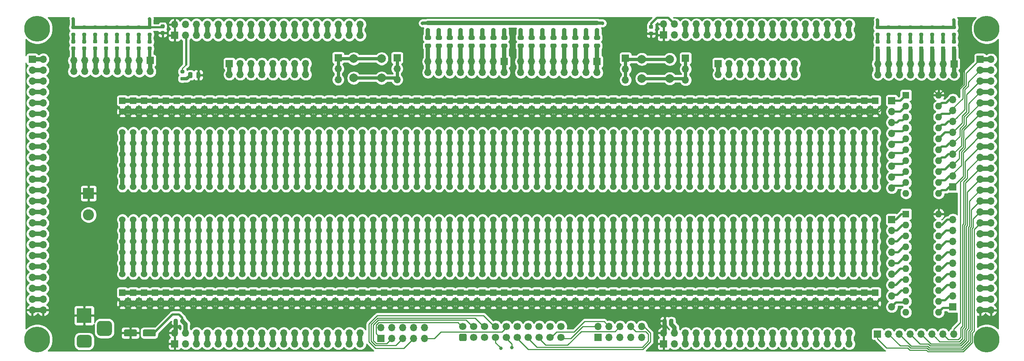
<source format=gbr>
%TF.GenerationSoftware,KiCad,Pcbnew,(5.1.10-1-10_14)*%
%TF.CreationDate,2021-09-26T00:15:31-04:00*%
%TF.ProjectId,prototype-board,70726f74-6f74-4797-9065-2d626f617264,rev?*%
%TF.SameCoordinates,Original*%
%TF.FileFunction,Copper,L1,Top*%
%TF.FilePolarity,Positive*%
%FSLAX46Y46*%
G04 Gerber Fmt 4.6, Leading zero omitted, Abs format (unit mm)*
G04 Created by KiCad (PCBNEW (5.1.10-1-10_14)) date 2021-09-26 00:15:31*
%MOMM*%
%LPD*%
G01*
G04 APERTURE LIST*
%TA.AperFunction,ComponentPad*%
%ADD10C,2.000000*%
%TD*%
%TA.AperFunction,ComponentPad*%
%ADD11O,1.700000X1.700000*%
%TD*%
%TA.AperFunction,ComponentPad*%
%ADD12R,1.700000X1.700000*%
%TD*%
%TA.AperFunction,ComponentPad*%
%ADD13C,1.700000*%
%TD*%
%TA.AperFunction,ComponentPad*%
%ADD14O,1.600000X1.600000*%
%TD*%
%TA.AperFunction,ComponentPad*%
%ADD15R,1.600000X1.600000*%
%TD*%
%TA.AperFunction,ComponentPad*%
%ADD16C,6.000000*%
%TD*%
%TA.AperFunction,ComponentPad*%
%ADD17C,0.800000*%
%TD*%
%TA.AperFunction,ComponentPad*%
%ADD18C,2.600000*%
%TD*%
%TA.AperFunction,ComponentPad*%
%ADD19R,2.600000X2.600000*%
%TD*%
%TA.AperFunction,ComponentPad*%
%ADD20R,3.500000X3.500000*%
%TD*%
%TA.AperFunction,ComponentPad*%
%ADD21R,1.524000X1.524000*%
%TD*%
%TA.AperFunction,ComponentPad*%
%ADD22C,1.524000*%
%TD*%
%TA.AperFunction,ViaPad*%
%ADD23C,0.800000*%
%TD*%
%TA.AperFunction,Conductor*%
%ADD24C,1.000000*%
%TD*%
%TA.AperFunction,Conductor*%
%ADD25C,0.750000*%
%TD*%
%TA.AperFunction,Conductor*%
%ADD26C,0.500000*%
%TD*%
%TA.AperFunction,Conductor*%
%ADD27C,0.250000*%
%TD*%
%TA.AperFunction,Conductor*%
%ADD28C,0.254000*%
%TD*%
%TA.AperFunction,Conductor*%
%ADD29C,0.100000*%
%TD*%
G04 APERTURE END LIST*
%TO.P,C5,2*%
%TO.N,GND*%
%TA.AperFunction,SMDPad,CuDef*%
G36*
G01*
X85790000Y-129582000D02*
X85790000Y-128482000D01*
G75*
G02*
X86040000Y-128232000I250000J0D01*
G01*
X88540000Y-128232000D01*
G75*
G02*
X88790000Y-128482000I0J-250000D01*
G01*
X88790000Y-129582000D01*
G75*
G02*
X88540000Y-129832000I-250000J0D01*
G01*
X86040000Y-129832000D01*
G75*
G02*
X85790000Y-129582000I0J250000D01*
G01*
G37*
%TD.AperFunction*%
%TO.P,C5,1*%
%TO.N,VCC*%
%TA.AperFunction,SMDPad,CuDef*%
G36*
G01*
X81390000Y-129582000D02*
X81390000Y-128482000D01*
G75*
G02*
X81640000Y-128232000I250000J0D01*
G01*
X84140000Y-128232000D01*
G75*
G02*
X84390000Y-128482000I0J-250000D01*
G01*
X84390000Y-129582000D01*
G75*
G02*
X84140000Y-129832000I-250000J0D01*
G01*
X81640000Y-129832000D01*
G75*
G02*
X81390000Y-129582000I0J250000D01*
G01*
G37*
%TD.AperFunction*%
%TD*%
%TO.P,U36,2*%
%TO.N,GND*%
%TA.AperFunction,SMDPad,CuDef*%
G36*
G01*
X95251000Y-68557000D02*
X94701000Y-68557000D01*
G75*
G02*
X94501000Y-68357000I0J200000D01*
G01*
X94501000Y-67957000D01*
G75*
G02*
X94701000Y-67757000I200000J0D01*
G01*
X95251000Y-67757000D01*
G75*
G02*
X95451000Y-67957000I0J-200000D01*
G01*
X95451000Y-68357000D01*
G75*
G02*
X95251000Y-68557000I-200000J0D01*
G01*
G37*
%TD.AperFunction*%
%TO.P,U36,1*%
%TO.N,Net-(D33-Pad1)*%
%TA.AperFunction,SMDPad,CuDef*%
G36*
G01*
X95251000Y-70207000D02*
X94701000Y-70207000D01*
G75*
G02*
X94501000Y-70007000I0J200000D01*
G01*
X94501000Y-69607000D01*
G75*
G02*
X94701000Y-69407000I200000J0D01*
G01*
X95251000Y-69407000D01*
G75*
G02*
X95451000Y-69607000I0J-200000D01*
G01*
X95451000Y-70007000D01*
G75*
G02*
X95251000Y-70207000I-200000J0D01*
G01*
G37*
%TD.AperFunction*%
%TD*%
%TO.P,D33,2*%
%TO.N,VCC*%
%TA.AperFunction,SMDPad,CuDef*%
G36*
G01*
X98220000Y-69438250D02*
X98220000Y-68525750D01*
G75*
G02*
X98463750Y-68282000I243750J0D01*
G01*
X98951250Y-68282000D01*
G75*
G02*
X99195000Y-68525750I0J-243750D01*
G01*
X99195000Y-69438250D01*
G75*
G02*
X98951250Y-69682000I-243750J0D01*
G01*
X98463750Y-69682000D01*
G75*
G02*
X98220000Y-69438250I0J243750D01*
G01*
G37*
%TD.AperFunction*%
%TO.P,D33,1*%
%TO.N,Net-(D33-Pad1)*%
%TA.AperFunction,SMDPad,CuDef*%
G36*
G01*
X96345000Y-69438250D02*
X96345000Y-68525750D01*
G75*
G02*
X96588750Y-68282000I243750J0D01*
G01*
X97076250Y-68282000D01*
G75*
G02*
X97320000Y-68525750I0J-243750D01*
G01*
X97320000Y-69438250D01*
G75*
G02*
X97076250Y-69682000I-243750J0D01*
G01*
X96588750Y-69682000D01*
G75*
G02*
X96345000Y-69438250I0J243750D01*
G01*
G37*
%TD.AperFunction*%
%TD*%
D10*
%TO.P,SW2,1*%
%TO.N,Net-(J25-Pad1)*%
X208430000Y-65278000D03*
%TO.P,SW2,2*%
%TO.N,Net-(J26-Pad1)*%
X208430000Y-69778000D03*
%TO.P,SW2,1*%
%TO.N,Net-(J25-Pad1)*%
X201930000Y-65278000D03*
%TO.P,SW2,2*%
%TO.N,Net-(J26-Pad1)*%
X201930000Y-69778000D03*
%TD*%
%TO.P,SW1,1*%
%TO.N,Net-(J20-Pad1)*%
X141370000Y-65144000D03*
%TO.P,SW1,2*%
%TO.N,Net-(J19-Pad1)*%
X141370000Y-69644000D03*
%TO.P,SW1,1*%
%TO.N,Net-(J20-Pad1)*%
X134870000Y-65144000D03*
%TO.P,SW1,2*%
%TO.N,Net-(J19-Pad1)*%
X134870000Y-69644000D03*
%TD*%
D11*
%TO.P,J26,3*%
%TO.N,Net-(J26-Pad1)*%
X212090000Y-70104000D03*
%TO.P,J26,2*%
X212090000Y-67564000D03*
D12*
%TO.P,J26,1*%
X212090000Y-65024000D03*
%TD*%
D11*
%TO.P,J25,3*%
%TO.N,Net-(J25-Pad1)*%
X198120000Y-70104000D03*
%TO.P,J25,2*%
X198120000Y-67564000D03*
D12*
%TO.P,J25,1*%
X198120000Y-65024000D03*
%TD*%
D11*
%TO.P,J20,3*%
%TO.N,Net-(J20-Pad1)*%
X131242000Y-70016000D03*
%TO.P,J20,2*%
X131242000Y-67476000D03*
D12*
%TO.P,J20,1*%
X131242000Y-64936000D03*
%TD*%
D11*
%TO.P,J19,3*%
%TO.N,Net-(J19-Pad1)*%
X144958000Y-70016000D03*
%TO.P,J19,2*%
X144958000Y-67476000D03*
D12*
%TO.P,J19,1*%
X144958000Y-64936000D03*
%TD*%
D11*
%TO.P,J24,8*%
%TO.N,Net-(J13-Pad8)*%
X274574000Y-129286000D03*
%TO.P,J24,7*%
%TO.N,Net-(J13-Pad7)*%
X272034000Y-129286000D03*
%TO.P,J24,6*%
%TO.N,Net-(J13-Pad6)*%
X269494000Y-129286000D03*
%TO.P,J24,5*%
%TO.N,Net-(J13-Pad5)*%
X266954000Y-129286000D03*
%TO.P,J24,4*%
%TO.N,Net-(J13-Pad4)*%
X264414000Y-129286000D03*
%TO.P,J24,3*%
%TO.N,Net-(J13-Pad3)*%
X261874000Y-129286000D03*
%TO.P,J24,2*%
%TO.N,Net-(J13-Pad2)*%
X259334000Y-129286000D03*
D12*
%TO.P,J24,1*%
%TO.N,Net-(J13-Pad1)*%
X256794000Y-129286000D03*
%TD*%
D11*
%TO.P,J23,10*%
%TO.N,Net-(J21-Pad11)*%
X201930000Y-127508000D03*
%TO.P,J23,9*%
%TO.N,Net-(J21-Pad9)*%
X201930000Y-130048000D03*
%TO.P,J23,8*%
%TO.N,Net-(J21-Pad13)*%
X199390000Y-127508000D03*
%TO.P,J23,7*%
%TO.N,Net-(J21-Pad7)*%
X199390000Y-130048000D03*
%TO.P,J23,6*%
%TO.N,Net-(J21-Pad15)*%
X196850000Y-127508000D03*
%TO.P,J23,5*%
%TO.N,Net-(J21-Pad5)*%
X196850000Y-130048000D03*
%TO.P,J23,4*%
%TO.N,Net-(J21-Pad17)*%
X194310000Y-127508000D03*
%TO.P,J23,3*%
%TO.N,Net-(J21-Pad3)*%
X194310000Y-130048000D03*
%TO.P,J23,2*%
%TO.N,Net-(J21-Pad19)*%
X191770000Y-127508000D03*
D12*
%TO.P,J23,1*%
%TO.N,Net-(J21-Pad1)*%
X191770000Y-130048000D03*
%TD*%
D11*
%TO.P,J22,10*%
%TO.N,Net-(J21-Pad12)*%
X151384000Y-127762000D03*
%TO.P,J22,9*%
%TO.N,Net-(J21-Pad10)*%
X151384000Y-130302000D03*
%TO.P,J22,8*%
%TO.N,Net-(J21-Pad14)*%
X148844000Y-127762000D03*
%TO.P,J22,7*%
%TO.N,Net-(J21-Pad8)*%
X148844000Y-130302000D03*
%TO.P,J22,6*%
%TO.N,Net-(J21-Pad16)*%
X146304000Y-127762000D03*
%TO.P,J22,5*%
%TO.N,Net-(J21-Pad6)*%
X146304000Y-130302000D03*
%TO.P,J22,4*%
%TO.N,Net-(J21-Pad18)*%
X143764000Y-127762000D03*
%TO.P,J22,3*%
%TO.N,Net-(J21-Pad4)*%
X143764000Y-130302000D03*
%TO.P,J22,2*%
%TO.N,Net-(J21-Pad20)*%
X141224000Y-127762000D03*
D12*
%TO.P,J22,1*%
%TO.N,Net-(J21-Pad2)*%
X141224000Y-130302000D03*
%TD*%
D13*
%TO.P,J21,20*%
%TO.N,Net-(J21-Pad20)*%
X183134000Y-127508000D03*
%TO.P,J21,18*%
%TO.N,Net-(J21-Pad18)*%
X180594000Y-127508000D03*
%TO.P,J21,16*%
%TO.N,Net-(J21-Pad16)*%
X178054000Y-127508000D03*
%TO.P,J21,14*%
%TO.N,Net-(J21-Pad14)*%
X175514000Y-127508000D03*
%TO.P,J21,12*%
%TO.N,Net-(J21-Pad12)*%
X172974000Y-127508000D03*
%TO.P,J21,10*%
%TO.N,Net-(J21-Pad10)*%
X170434000Y-127508000D03*
%TO.P,J21,8*%
%TO.N,Net-(J21-Pad8)*%
X167894000Y-127508000D03*
%TO.P,J21,6*%
%TO.N,Net-(J21-Pad6)*%
X165354000Y-127508000D03*
%TO.P,J21,4*%
%TO.N,Net-(J21-Pad4)*%
X162814000Y-127508000D03*
%TO.P,J21,2*%
%TO.N,Net-(J21-Pad2)*%
X160274000Y-127508000D03*
%TO.P,J21,19*%
%TO.N,Net-(J21-Pad19)*%
X183134000Y-130048000D03*
%TO.P,J21,17*%
%TO.N,Net-(J21-Pad17)*%
X180594000Y-130048000D03*
%TO.P,J21,15*%
%TO.N,Net-(J21-Pad15)*%
X178054000Y-130048000D03*
%TO.P,J21,13*%
%TO.N,Net-(J21-Pad13)*%
X175514000Y-130048000D03*
%TO.P,J21,11*%
%TO.N,Net-(J21-Pad11)*%
X172974000Y-130048000D03*
%TO.P,J21,9*%
%TO.N,Net-(J21-Pad9)*%
X170434000Y-130048000D03*
%TO.P,J21,7*%
%TO.N,Net-(J21-Pad7)*%
X167894000Y-130048000D03*
%TO.P,J21,5*%
%TO.N,Net-(J21-Pad5)*%
X165354000Y-130048000D03*
%TO.P,J21,3*%
%TO.N,Net-(J21-Pad3)*%
X162814000Y-130048000D03*
%TO.P,J21,1*%
%TO.N,Net-(J21-Pad1)*%
%TA.AperFunction,ComponentPad*%
G36*
G01*
X160874000Y-130898000D02*
X159674000Y-130898000D01*
G75*
G02*
X159424000Y-130648000I0J250000D01*
G01*
X159424000Y-129448000D01*
G75*
G02*
X159674000Y-129198000I250000J0D01*
G01*
X160874000Y-129198000D01*
G75*
G02*
X161124000Y-129448000I0J-250000D01*
G01*
X161124000Y-130648000D01*
G75*
G02*
X160874000Y-130898000I-250000J0D01*
G01*
G37*
%TD.AperFunction*%
%TD*%
D14*
%TO.P,U68,20*%
%TO.N,VCC*%
X271018000Y-73660000D03*
%TO.P,U68,10*%
%TO.N,GND*%
X263398000Y-96520000D03*
%TO.P,U68,19*%
%TO.N,Net-(J11-Pad9)*%
X271018000Y-76200000D03*
%TO.P,U68,9*%
%TO.N,Net-(J10-Pad9)*%
X263398000Y-93980000D03*
%TO.P,U68,18*%
%TO.N,Net-(J11-Pad8)*%
X271018000Y-78740000D03*
%TO.P,U68,8*%
%TO.N,Net-(J10-Pad8)*%
X263398000Y-91440000D03*
%TO.P,U68,17*%
%TO.N,Net-(J11-Pad7)*%
X271018000Y-81280000D03*
%TO.P,U68,7*%
%TO.N,Net-(J10-Pad7)*%
X263398000Y-88900000D03*
%TO.P,U68,16*%
%TO.N,Net-(J11-Pad6)*%
X271018000Y-83820000D03*
%TO.P,U68,6*%
%TO.N,Net-(J10-Pad6)*%
X263398000Y-86360000D03*
%TO.P,U68,15*%
%TO.N,Net-(J11-Pad5)*%
X271018000Y-86360000D03*
%TO.P,U68,5*%
%TO.N,Net-(J10-Pad5)*%
X263398000Y-83820000D03*
%TO.P,U68,14*%
%TO.N,Net-(J11-Pad4)*%
X271018000Y-88900000D03*
%TO.P,U68,4*%
%TO.N,Net-(J10-Pad4)*%
X263398000Y-81280000D03*
%TO.P,U68,13*%
%TO.N,Net-(J11-Pad3)*%
X271018000Y-91440000D03*
%TO.P,U68,3*%
%TO.N,Net-(J10-Pad3)*%
X263398000Y-78740000D03*
%TO.P,U68,12*%
%TO.N,Net-(J11-Pad2)*%
X271018000Y-93980000D03*
%TO.P,U68,2*%
%TO.N,Net-(J10-Pad2)*%
X263398000Y-76200000D03*
%TO.P,U68,11*%
%TO.N,Net-(J11-Pad1)*%
X271018000Y-96520000D03*
D15*
%TO.P,U68,1*%
%TO.N,Net-(J10-Pad1)*%
X263398000Y-73660000D03*
%TD*%
D14*
%TO.P,U39,20*%
%TO.N,VCC*%
X271018000Y-101346000D03*
%TO.P,U39,10*%
%TO.N,GND*%
X263398000Y-124206000D03*
%TO.P,U39,19*%
%TO.N,Net-(J13-Pad9)*%
X271018000Y-103886000D03*
%TO.P,U39,9*%
%TO.N,Net-(J12-Pad9)*%
X263398000Y-121666000D03*
%TO.P,U39,18*%
%TO.N,Net-(J13-Pad8)*%
X271018000Y-106426000D03*
%TO.P,U39,8*%
%TO.N,Net-(J12-Pad8)*%
X263398000Y-119126000D03*
%TO.P,U39,17*%
%TO.N,Net-(J13-Pad7)*%
X271018000Y-108966000D03*
%TO.P,U39,7*%
%TO.N,Net-(J12-Pad7)*%
X263398000Y-116586000D03*
%TO.P,U39,16*%
%TO.N,Net-(J13-Pad6)*%
X271018000Y-111506000D03*
%TO.P,U39,6*%
%TO.N,Net-(J12-Pad6)*%
X263398000Y-114046000D03*
%TO.P,U39,15*%
%TO.N,Net-(J13-Pad5)*%
X271018000Y-114046000D03*
%TO.P,U39,5*%
%TO.N,Net-(J12-Pad5)*%
X263398000Y-111506000D03*
%TO.P,U39,14*%
%TO.N,Net-(J13-Pad4)*%
X271018000Y-116586000D03*
%TO.P,U39,4*%
%TO.N,Net-(J12-Pad4)*%
X263398000Y-108966000D03*
%TO.P,U39,13*%
%TO.N,Net-(J13-Pad3)*%
X271018000Y-119126000D03*
%TO.P,U39,3*%
%TO.N,Net-(J12-Pad3)*%
X263398000Y-106426000D03*
%TO.P,U39,12*%
%TO.N,Net-(J13-Pad2)*%
X271018000Y-121666000D03*
%TO.P,U39,2*%
%TO.N,Net-(J12-Pad2)*%
X263398000Y-103886000D03*
%TO.P,U39,11*%
%TO.N,Net-(J13-Pad1)*%
X271018000Y-124206000D03*
D15*
%TO.P,U39,1*%
%TO.N,Net-(J12-Pad1)*%
X263398000Y-101346000D03*
%TD*%
D11*
%TO.P,J13,9*%
%TO.N,Net-(J13-Pad9)*%
X274320000Y-102616000D03*
%TO.P,J13,8*%
%TO.N,Net-(J13-Pad8)*%
X274320000Y-105156000D03*
%TO.P,J13,7*%
%TO.N,Net-(J13-Pad7)*%
X274320000Y-107696000D03*
%TO.P,J13,6*%
%TO.N,Net-(J13-Pad6)*%
X274320000Y-110236000D03*
%TO.P,J13,5*%
%TO.N,Net-(J13-Pad5)*%
X274320000Y-112776000D03*
%TO.P,J13,4*%
%TO.N,Net-(J13-Pad4)*%
X274320000Y-115316000D03*
%TO.P,J13,3*%
%TO.N,Net-(J13-Pad3)*%
X274320000Y-117856000D03*
%TO.P,J13,2*%
%TO.N,Net-(J13-Pad2)*%
X274320000Y-120396000D03*
D12*
%TO.P,J13,1*%
%TO.N,Net-(J13-Pad1)*%
X274320000Y-122936000D03*
%TD*%
D11*
%TO.P,J12,9*%
%TO.N,Net-(J12-Pad9)*%
X260096000Y-122936000D03*
%TO.P,J12,8*%
%TO.N,Net-(J12-Pad8)*%
X260096000Y-120396000D03*
%TO.P,J12,7*%
%TO.N,Net-(J12-Pad7)*%
X260096000Y-117856000D03*
%TO.P,J12,6*%
%TO.N,Net-(J12-Pad6)*%
X260096000Y-115316000D03*
%TO.P,J12,5*%
%TO.N,Net-(J12-Pad5)*%
X260096000Y-112776000D03*
%TO.P,J12,4*%
%TO.N,Net-(J12-Pad4)*%
X260096000Y-110236000D03*
%TO.P,J12,3*%
%TO.N,Net-(J12-Pad3)*%
X260096000Y-107696000D03*
%TO.P,J12,2*%
%TO.N,Net-(J12-Pad2)*%
X260096000Y-105156000D03*
D12*
%TO.P,J12,1*%
%TO.N,Net-(J12-Pad1)*%
X260096000Y-102616000D03*
%TD*%
D11*
%TO.P,J11,9*%
%TO.N,Net-(J11-Pad9)*%
X274320000Y-74676000D03*
%TO.P,J11,8*%
%TO.N,Net-(J11-Pad8)*%
X274320000Y-77216000D03*
%TO.P,J11,7*%
%TO.N,Net-(J11-Pad7)*%
X274320000Y-79756000D03*
%TO.P,J11,6*%
%TO.N,Net-(J11-Pad6)*%
X274320000Y-82296000D03*
%TO.P,J11,5*%
%TO.N,Net-(J11-Pad5)*%
X274320000Y-84836000D03*
%TO.P,J11,4*%
%TO.N,Net-(J11-Pad4)*%
X274320000Y-87376000D03*
%TO.P,J11,3*%
%TO.N,Net-(J11-Pad3)*%
X274320000Y-89916000D03*
%TO.P,J11,2*%
%TO.N,Net-(J11-Pad2)*%
X274320000Y-92456000D03*
D12*
%TO.P,J11,1*%
%TO.N,Net-(J11-Pad1)*%
X274320000Y-94996000D03*
%TD*%
D11*
%TO.P,J10,9*%
%TO.N,Net-(J10-Pad9)*%
X260096000Y-95250000D03*
%TO.P,J10,8*%
%TO.N,Net-(J10-Pad8)*%
X260096000Y-92710000D03*
%TO.P,J10,7*%
%TO.N,Net-(J10-Pad7)*%
X260096000Y-90170000D03*
%TO.P,J10,6*%
%TO.N,Net-(J10-Pad6)*%
X260096000Y-87630000D03*
%TO.P,J10,5*%
%TO.N,Net-(J10-Pad5)*%
X260096000Y-85090000D03*
%TO.P,J10,4*%
%TO.N,Net-(J10-Pad4)*%
X260096000Y-82550000D03*
%TO.P,J10,3*%
%TO.N,Net-(J10-Pad3)*%
X260096000Y-80010000D03*
%TO.P,J10,2*%
%TO.N,Net-(J10-Pad2)*%
X260096000Y-77470000D03*
D12*
%TO.P,J10,1*%
%TO.N,Net-(J10-Pad1)*%
X260096000Y-74930000D03*
%TD*%
D11*
%TO.P,J4,16*%
%TO.N,Net-(D25-Pad2)*%
X256826000Y-68894000D03*
%TO.P,J4,15*%
X256826000Y-66354000D03*
%TO.P,J4,14*%
%TO.N,Net-(D26-Pad2)*%
X259366000Y-68894000D03*
%TO.P,J4,13*%
X259366000Y-66354000D03*
%TO.P,J4,12*%
%TO.N,Net-(D27-Pad2)*%
X261906000Y-68894000D03*
%TO.P,J4,11*%
X261906000Y-66354000D03*
%TO.P,J4,10*%
%TO.N,Net-(D28-Pad2)*%
X264446000Y-68894000D03*
%TO.P,J4,9*%
X264446000Y-66354000D03*
%TO.P,J4,8*%
%TO.N,Net-(D29-Pad2)*%
X266986000Y-68894000D03*
%TO.P,J4,7*%
X266986000Y-66354000D03*
%TO.P,J4,6*%
%TO.N,Net-(D30-Pad2)*%
X269526000Y-68894000D03*
%TO.P,J4,5*%
X269526000Y-66354000D03*
%TO.P,J4,4*%
%TO.N,Net-(D31-Pad2)*%
X272066000Y-68894000D03*
%TO.P,J4,3*%
X272066000Y-66354000D03*
%TO.P,J4,2*%
%TO.N,Net-(D32-Pad2)*%
X274606000Y-68894000D03*
D12*
%TO.P,J4,1*%
X274606000Y-66354000D03*
%TD*%
%TO.P,J3,1*%
%TO.N,Net-(D24-Pad2)*%
X87496000Y-65582000D03*
D11*
%TO.P,J3,2*%
X87496000Y-68122000D03*
%TO.P,J3,3*%
%TO.N,Net-(D23-Pad2)*%
X84956000Y-65582000D03*
%TO.P,J3,4*%
X84956000Y-68122000D03*
%TO.P,J3,5*%
%TO.N,Net-(D22-Pad2)*%
X82416000Y-65582000D03*
%TO.P,J3,6*%
X82416000Y-68122000D03*
%TO.P,J3,7*%
%TO.N,Net-(D21-Pad2)*%
X79876000Y-65582000D03*
%TO.P,J3,8*%
X79876000Y-68122000D03*
%TO.P,J3,9*%
%TO.N,Net-(D20-Pad2)*%
X77336000Y-65582000D03*
%TO.P,J3,10*%
X77336000Y-68122000D03*
%TO.P,J3,11*%
%TO.N,Net-(D19-Pad2)*%
X74796000Y-65582000D03*
%TO.P,J3,12*%
X74796000Y-68122000D03*
%TO.P,J3,13*%
%TO.N,Net-(D18-Pad2)*%
X72256000Y-65582000D03*
%TO.P,J3,14*%
X72256000Y-68122000D03*
%TO.P,J3,15*%
%TO.N,Net-(D17-Pad2)*%
X69716000Y-65582000D03*
%TO.P,J3,16*%
X69716000Y-68122000D03*
%TD*%
D16*
%TO.P,REF\u002A\u002A,1*%
%TO.N,N/C*%
X282194000Y-58166000D03*
D17*
X284444000Y-58166000D03*
X283784990Y-59756990D03*
X282194000Y-60416000D03*
X280603010Y-59756990D03*
X279944000Y-58166000D03*
X280603010Y-56575010D03*
X282194000Y-55916000D03*
X283784990Y-56575010D03*
%TD*%
%TO.P,REF\u002A\u002A,1*%
%TO.N,N/C*%
X283784990Y-128965010D03*
X282194000Y-128306000D03*
X280603010Y-128965010D03*
X279944000Y-130556000D03*
X280603010Y-132146990D03*
X282194000Y-132806000D03*
X283784990Y-132146990D03*
X284444000Y-130556000D03*
D16*
X282194000Y-130556000D03*
%TD*%
%TO.P,REF\u002A\u002A,1*%
%TO.N,N/C*%
X61214000Y-130556000D03*
D17*
X63464000Y-130556000D03*
X62804990Y-132146990D03*
X61214000Y-132806000D03*
X59623010Y-132146990D03*
X58964000Y-130556000D03*
X59623010Y-128965010D03*
X61214000Y-128306000D03*
X62804990Y-128965010D03*
%TD*%
%TO.P,REF\u002A\u002A,1*%
%TO.N,N/C*%
X62804990Y-56575010D03*
X61214000Y-55916000D03*
X59623010Y-56575010D03*
X58964000Y-58166000D03*
X59623010Y-59756990D03*
X61214000Y-60416000D03*
X62804990Y-59756990D03*
X63464000Y-58166000D03*
D16*
X61214000Y-58166000D03*
%TD*%
%TO.P,U35,2*%
%TO.N,GND*%
%TA.AperFunction,SMDPad,CuDef*%
G36*
G01*
X274849000Y-58249000D02*
X274299000Y-58249000D01*
G75*
G02*
X274099000Y-58049000I0J200000D01*
G01*
X274099000Y-57649000D01*
G75*
G02*
X274299000Y-57449000I200000J0D01*
G01*
X274849000Y-57449000D01*
G75*
G02*
X275049000Y-57649000I0J-200000D01*
G01*
X275049000Y-58049000D01*
G75*
G02*
X274849000Y-58249000I-200000J0D01*
G01*
G37*
%TD.AperFunction*%
%TO.P,U35,1*%
%TO.N,Net-(D32-Pad1)*%
%TA.AperFunction,SMDPad,CuDef*%
G36*
G01*
X274849000Y-59899000D02*
X274299000Y-59899000D01*
G75*
G02*
X274099000Y-59699000I0J200000D01*
G01*
X274099000Y-59299000D01*
G75*
G02*
X274299000Y-59099000I200000J0D01*
G01*
X274849000Y-59099000D01*
G75*
G02*
X275049000Y-59299000I0J-200000D01*
G01*
X275049000Y-59699000D01*
G75*
G02*
X274849000Y-59899000I-200000J0D01*
G01*
G37*
%TD.AperFunction*%
%TD*%
%TO.P,U34,2*%
%TO.N,GND*%
%TA.AperFunction,SMDPad,CuDef*%
G36*
G01*
X272309000Y-58249000D02*
X271759000Y-58249000D01*
G75*
G02*
X271559000Y-58049000I0J200000D01*
G01*
X271559000Y-57649000D01*
G75*
G02*
X271759000Y-57449000I200000J0D01*
G01*
X272309000Y-57449000D01*
G75*
G02*
X272509000Y-57649000I0J-200000D01*
G01*
X272509000Y-58049000D01*
G75*
G02*
X272309000Y-58249000I-200000J0D01*
G01*
G37*
%TD.AperFunction*%
%TO.P,U34,1*%
%TO.N,Net-(D31-Pad1)*%
%TA.AperFunction,SMDPad,CuDef*%
G36*
G01*
X272309000Y-59899000D02*
X271759000Y-59899000D01*
G75*
G02*
X271559000Y-59699000I0J200000D01*
G01*
X271559000Y-59299000D01*
G75*
G02*
X271759000Y-59099000I200000J0D01*
G01*
X272309000Y-59099000D01*
G75*
G02*
X272509000Y-59299000I0J-200000D01*
G01*
X272509000Y-59699000D01*
G75*
G02*
X272309000Y-59899000I-200000J0D01*
G01*
G37*
%TD.AperFunction*%
%TD*%
%TO.P,U33,2*%
%TO.N,GND*%
%TA.AperFunction,SMDPad,CuDef*%
G36*
G01*
X269769000Y-58249000D02*
X269219000Y-58249000D01*
G75*
G02*
X269019000Y-58049000I0J200000D01*
G01*
X269019000Y-57649000D01*
G75*
G02*
X269219000Y-57449000I200000J0D01*
G01*
X269769000Y-57449000D01*
G75*
G02*
X269969000Y-57649000I0J-200000D01*
G01*
X269969000Y-58049000D01*
G75*
G02*
X269769000Y-58249000I-200000J0D01*
G01*
G37*
%TD.AperFunction*%
%TO.P,U33,1*%
%TO.N,Net-(D30-Pad1)*%
%TA.AperFunction,SMDPad,CuDef*%
G36*
G01*
X269769000Y-59899000D02*
X269219000Y-59899000D01*
G75*
G02*
X269019000Y-59699000I0J200000D01*
G01*
X269019000Y-59299000D01*
G75*
G02*
X269219000Y-59099000I200000J0D01*
G01*
X269769000Y-59099000D01*
G75*
G02*
X269969000Y-59299000I0J-200000D01*
G01*
X269969000Y-59699000D01*
G75*
G02*
X269769000Y-59899000I-200000J0D01*
G01*
G37*
%TD.AperFunction*%
%TD*%
%TO.P,U32,2*%
%TO.N,GND*%
%TA.AperFunction,SMDPad,CuDef*%
G36*
G01*
X267229000Y-58249000D02*
X266679000Y-58249000D01*
G75*
G02*
X266479000Y-58049000I0J200000D01*
G01*
X266479000Y-57649000D01*
G75*
G02*
X266679000Y-57449000I200000J0D01*
G01*
X267229000Y-57449000D01*
G75*
G02*
X267429000Y-57649000I0J-200000D01*
G01*
X267429000Y-58049000D01*
G75*
G02*
X267229000Y-58249000I-200000J0D01*
G01*
G37*
%TD.AperFunction*%
%TO.P,U32,1*%
%TO.N,Net-(D29-Pad1)*%
%TA.AperFunction,SMDPad,CuDef*%
G36*
G01*
X267229000Y-59899000D02*
X266679000Y-59899000D01*
G75*
G02*
X266479000Y-59699000I0J200000D01*
G01*
X266479000Y-59299000D01*
G75*
G02*
X266679000Y-59099000I200000J0D01*
G01*
X267229000Y-59099000D01*
G75*
G02*
X267429000Y-59299000I0J-200000D01*
G01*
X267429000Y-59699000D01*
G75*
G02*
X267229000Y-59899000I-200000J0D01*
G01*
G37*
%TD.AperFunction*%
%TD*%
%TO.P,U31,2*%
%TO.N,GND*%
%TA.AperFunction,SMDPad,CuDef*%
G36*
G01*
X264689000Y-58249000D02*
X264139000Y-58249000D01*
G75*
G02*
X263939000Y-58049000I0J200000D01*
G01*
X263939000Y-57649000D01*
G75*
G02*
X264139000Y-57449000I200000J0D01*
G01*
X264689000Y-57449000D01*
G75*
G02*
X264889000Y-57649000I0J-200000D01*
G01*
X264889000Y-58049000D01*
G75*
G02*
X264689000Y-58249000I-200000J0D01*
G01*
G37*
%TD.AperFunction*%
%TO.P,U31,1*%
%TO.N,Net-(D28-Pad1)*%
%TA.AperFunction,SMDPad,CuDef*%
G36*
G01*
X264689000Y-59899000D02*
X264139000Y-59899000D01*
G75*
G02*
X263939000Y-59699000I0J200000D01*
G01*
X263939000Y-59299000D01*
G75*
G02*
X264139000Y-59099000I200000J0D01*
G01*
X264689000Y-59099000D01*
G75*
G02*
X264889000Y-59299000I0J-200000D01*
G01*
X264889000Y-59699000D01*
G75*
G02*
X264689000Y-59899000I-200000J0D01*
G01*
G37*
%TD.AperFunction*%
%TD*%
%TO.P,U30,2*%
%TO.N,GND*%
%TA.AperFunction,SMDPad,CuDef*%
G36*
G01*
X262149000Y-58249000D02*
X261599000Y-58249000D01*
G75*
G02*
X261399000Y-58049000I0J200000D01*
G01*
X261399000Y-57649000D01*
G75*
G02*
X261599000Y-57449000I200000J0D01*
G01*
X262149000Y-57449000D01*
G75*
G02*
X262349000Y-57649000I0J-200000D01*
G01*
X262349000Y-58049000D01*
G75*
G02*
X262149000Y-58249000I-200000J0D01*
G01*
G37*
%TD.AperFunction*%
%TO.P,U30,1*%
%TO.N,Net-(D27-Pad1)*%
%TA.AperFunction,SMDPad,CuDef*%
G36*
G01*
X262149000Y-59899000D02*
X261599000Y-59899000D01*
G75*
G02*
X261399000Y-59699000I0J200000D01*
G01*
X261399000Y-59299000D01*
G75*
G02*
X261599000Y-59099000I200000J0D01*
G01*
X262149000Y-59099000D01*
G75*
G02*
X262349000Y-59299000I0J-200000D01*
G01*
X262349000Y-59699000D01*
G75*
G02*
X262149000Y-59899000I-200000J0D01*
G01*
G37*
%TD.AperFunction*%
%TD*%
%TO.P,U29,2*%
%TO.N,GND*%
%TA.AperFunction,SMDPad,CuDef*%
G36*
G01*
X259609000Y-58249000D02*
X259059000Y-58249000D01*
G75*
G02*
X258859000Y-58049000I0J200000D01*
G01*
X258859000Y-57649000D01*
G75*
G02*
X259059000Y-57449000I200000J0D01*
G01*
X259609000Y-57449000D01*
G75*
G02*
X259809000Y-57649000I0J-200000D01*
G01*
X259809000Y-58049000D01*
G75*
G02*
X259609000Y-58249000I-200000J0D01*
G01*
G37*
%TD.AperFunction*%
%TO.P,U29,1*%
%TO.N,Net-(D26-Pad1)*%
%TA.AperFunction,SMDPad,CuDef*%
G36*
G01*
X259609000Y-59899000D02*
X259059000Y-59899000D01*
G75*
G02*
X258859000Y-59699000I0J200000D01*
G01*
X258859000Y-59299000D01*
G75*
G02*
X259059000Y-59099000I200000J0D01*
G01*
X259609000Y-59099000D01*
G75*
G02*
X259809000Y-59299000I0J-200000D01*
G01*
X259809000Y-59699000D01*
G75*
G02*
X259609000Y-59899000I-200000J0D01*
G01*
G37*
%TD.AperFunction*%
%TD*%
%TO.P,U28,2*%
%TO.N,GND*%
%TA.AperFunction,SMDPad,CuDef*%
G36*
G01*
X257069000Y-58249000D02*
X256519000Y-58249000D01*
G75*
G02*
X256319000Y-58049000I0J200000D01*
G01*
X256319000Y-57649000D01*
G75*
G02*
X256519000Y-57449000I200000J0D01*
G01*
X257069000Y-57449000D01*
G75*
G02*
X257269000Y-57649000I0J-200000D01*
G01*
X257269000Y-58049000D01*
G75*
G02*
X257069000Y-58249000I-200000J0D01*
G01*
G37*
%TD.AperFunction*%
%TO.P,U28,1*%
%TO.N,Net-(D25-Pad1)*%
%TA.AperFunction,SMDPad,CuDef*%
G36*
G01*
X257069000Y-59899000D02*
X256519000Y-59899000D01*
G75*
G02*
X256319000Y-59699000I0J200000D01*
G01*
X256319000Y-59299000D01*
G75*
G02*
X256519000Y-59099000I200000J0D01*
G01*
X257069000Y-59099000D01*
G75*
G02*
X257269000Y-59299000I0J-200000D01*
G01*
X257269000Y-59699000D01*
G75*
G02*
X257069000Y-59899000I-200000J0D01*
G01*
G37*
%TD.AperFunction*%
%TD*%
%TO.P,D32,2*%
%TO.N,Net-(D32-Pad2)*%
%TA.AperFunction,SMDPad,CuDef*%
G36*
G01*
X274317750Y-62326000D02*
X274830250Y-62326000D01*
G75*
G02*
X275049000Y-62544750I0J-218750D01*
G01*
X275049000Y-62982250D01*
G75*
G02*
X274830250Y-63201000I-218750J0D01*
G01*
X274317750Y-63201000D01*
G75*
G02*
X274099000Y-62982250I0J218750D01*
G01*
X274099000Y-62544750D01*
G75*
G02*
X274317750Y-62326000I218750J0D01*
G01*
G37*
%TD.AperFunction*%
%TO.P,D32,1*%
%TO.N,Net-(D32-Pad1)*%
%TA.AperFunction,SMDPad,CuDef*%
G36*
G01*
X274317750Y-60751000D02*
X274830250Y-60751000D01*
G75*
G02*
X275049000Y-60969750I0J-218750D01*
G01*
X275049000Y-61407250D01*
G75*
G02*
X274830250Y-61626000I-218750J0D01*
G01*
X274317750Y-61626000D01*
G75*
G02*
X274099000Y-61407250I0J218750D01*
G01*
X274099000Y-60969750D01*
G75*
G02*
X274317750Y-60751000I218750J0D01*
G01*
G37*
%TD.AperFunction*%
%TD*%
%TO.P,D31,2*%
%TO.N,Net-(D31-Pad2)*%
%TA.AperFunction,SMDPad,CuDef*%
G36*
G01*
X271777750Y-62326000D02*
X272290250Y-62326000D01*
G75*
G02*
X272509000Y-62544750I0J-218750D01*
G01*
X272509000Y-62982250D01*
G75*
G02*
X272290250Y-63201000I-218750J0D01*
G01*
X271777750Y-63201000D01*
G75*
G02*
X271559000Y-62982250I0J218750D01*
G01*
X271559000Y-62544750D01*
G75*
G02*
X271777750Y-62326000I218750J0D01*
G01*
G37*
%TD.AperFunction*%
%TO.P,D31,1*%
%TO.N,Net-(D31-Pad1)*%
%TA.AperFunction,SMDPad,CuDef*%
G36*
G01*
X271777750Y-60751000D02*
X272290250Y-60751000D01*
G75*
G02*
X272509000Y-60969750I0J-218750D01*
G01*
X272509000Y-61407250D01*
G75*
G02*
X272290250Y-61626000I-218750J0D01*
G01*
X271777750Y-61626000D01*
G75*
G02*
X271559000Y-61407250I0J218750D01*
G01*
X271559000Y-60969750D01*
G75*
G02*
X271777750Y-60751000I218750J0D01*
G01*
G37*
%TD.AperFunction*%
%TD*%
%TO.P,D30,2*%
%TO.N,Net-(D30-Pad2)*%
%TA.AperFunction,SMDPad,CuDef*%
G36*
G01*
X269237750Y-62326000D02*
X269750250Y-62326000D01*
G75*
G02*
X269969000Y-62544750I0J-218750D01*
G01*
X269969000Y-62982250D01*
G75*
G02*
X269750250Y-63201000I-218750J0D01*
G01*
X269237750Y-63201000D01*
G75*
G02*
X269019000Y-62982250I0J218750D01*
G01*
X269019000Y-62544750D01*
G75*
G02*
X269237750Y-62326000I218750J0D01*
G01*
G37*
%TD.AperFunction*%
%TO.P,D30,1*%
%TO.N,Net-(D30-Pad1)*%
%TA.AperFunction,SMDPad,CuDef*%
G36*
G01*
X269237750Y-60751000D02*
X269750250Y-60751000D01*
G75*
G02*
X269969000Y-60969750I0J-218750D01*
G01*
X269969000Y-61407250D01*
G75*
G02*
X269750250Y-61626000I-218750J0D01*
G01*
X269237750Y-61626000D01*
G75*
G02*
X269019000Y-61407250I0J218750D01*
G01*
X269019000Y-60969750D01*
G75*
G02*
X269237750Y-60751000I218750J0D01*
G01*
G37*
%TD.AperFunction*%
%TD*%
%TO.P,D29,2*%
%TO.N,Net-(D29-Pad2)*%
%TA.AperFunction,SMDPad,CuDef*%
G36*
G01*
X266697750Y-62326000D02*
X267210250Y-62326000D01*
G75*
G02*
X267429000Y-62544750I0J-218750D01*
G01*
X267429000Y-62982250D01*
G75*
G02*
X267210250Y-63201000I-218750J0D01*
G01*
X266697750Y-63201000D01*
G75*
G02*
X266479000Y-62982250I0J218750D01*
G01*
X266479000Y-62544750D01*
G75*
G02*
X266697750Y-62326000I218750J0D01*
G01*
G37*
%TD.AperFunction*%
%TO.P,D29,1*%
%TO.N,Net-(D29-Pad1)*%
%TA.AperFunction,SMDPad,CuDef*%
G36*
G01*
X266697750Y-60751000D02*
X267210250Y-60751000D01*
G75*
G02*
X267429000Y-60969750I0J-218750D01*
G01*
X267429000Y-61407250D01*
G75*
G02*
X267210250Y-61626000I-218750J0D01*
G01*
X266697750Y-61626000D01*
G75*
G02*
X266479000Y-61407250I0J218750D01*
G01*
X266479000Y-60969750D01*
G75*
G02*
X266697750Y-60751000I218750J0D01*
G01*
G37*
%TD.AperFunction*%
%TD*%
%TO.P,D28,2*%
%TO.N,Net-(D28-Pad2)*%
%TA.AperFunction,SMDPad,CuDef*%
G36*
G01*
X264157750Y-62326000D02*
X264670250Y-62326000D01*
G75*
G02*
X264889000Y-62544750I0J-218750D01*
G01*
X264889000Y-62982250D01*
G75*
G02*
X264670250Y-63201000I-218750J0D01*
G01*
X264157750Y-63201000D01*
G75*
G02*
X263939000Y-62982250I0J218750D01*
G01*
X263939000Y-62544750D01*
G75*
G02*
X264157750Y-62326000I218750J0D01*
G01*
G37*
%TD.AperFunction*%
%TO.P,D28,1*%
%TO.N,Net-(D28-Pad1)*%
%TA.AperFunction,SMDPad,CuDef*%
G36*
G01*
X264157750Y-60751000D02*
X264670250Y-60751000D01*
G75*
G02*
X264889000Y-60969750I0J-218750D01*
G01*
X264889000Y-61407250D01*
G75*
G02*
X264670250Y-61626000I-218750J0D01*
G01*
X264157750Y-61626000D01*
G75*
G02*
X263939000Y-61407250I0J218750D01*
G01*
X263939000Y-60969750D01*
G75*
G02*
X264157750Y-60751000I218750J0D01*
G01*
G37*
%TD.AperFunction*%
%TD*%
%TO.P,D27,2*%
%TO.N,Net-(D27-Pad2)*%
%TA.AperFunction,SMDPad,CuDef*%
G36*
G01*
X261617750Y-62326000D02*
X262130250Y-62326000D01*
G75*
G02*
X262349000Y-62544750I0J-218750D01*
G01*
X262349000Y-62982250D01*
G75*
G02*
X262130250Y-63201000I-218750J0D01*
G01*
X261617750Y-63201000D01*
G75*
G02*
X261399000Y-62982250I0J218750D01*
G01*
X261399000Y-62544750D01*
G75*
G02*
X261617750Y-62326000I218750J0D01*
G01*
G37*
%TD.AperFunction*%
%TO.P,D27,1*%
%TO.N,Net-(D27-Pad1)*%
%TA.AperFunction,SMDPad,CuDef*%
G36*
G01*
X261617750Y-60751000D02*
X262130250Y-60751000D01*
G75*
G02*
X262349000Y-60969750I0J-218750D01*
G01*
X262349000Y-61407250D01*
G75*
G02*
X262130250Y-61626000I-218750J0D01*
G01*
X261617750Y-61626000D01*
G75*
G02*
X261399000Y-61407250I0J218750D01*
G01*
X261399000Y-60969750D01*
G75*
G02*
X261617750Y-60751000I218750J0D01*
G01*
G37*
%TD.AperFunction*%
%TD*%
%TO.P,D26,2*%
%TO.N,Net-(D26-Pad2)*%
%TA.AperFunction,SMDPad,CuDef*%
G36*
G01*
X259077750Y-62326000D02*
X259590250Y-62326000D01*
G75*
G02*
X259809000Y-62544750I0J-218750D01*
G01*
X259809000Y-62982250D01*
G75*
G02*
X259590250Y-63201000I-218750J0D01*
G01*
X259077750Y-63201000D01*
G75*
G02*
X258859000Y-62982250I0J218750D01*
G01*
X258859000Y-62544750D01*
G75*
G02*
X259077750Y-62326000I218750J0D01*
G01*
G37*
%TD.AperFunction*%
%TO.P,D26,1*%
%TO.N,Net-(D26-Pad1)*%
%TA.AperFunction,SMDPad,CuDef*%
G36*
G01*
X259077750Y-60751000D02*
X259590250Y-60751000D01*
G75*
G02*
X259809000Y-60969750I0J-218750D01*
G01*
X259809000Y-61407250D01*
G75*
G02*
X259590250Y-61626000I-218750J0D01*
G01*
X259077750Y-61626000D01*
G75*
G02*
X258859000Y-61407250I0J218750D01*
G01*
X258859000Y-60969750D01*
G75*
G02*
X259077750Y-60751000I218750J0D01*
G01*
G37*
%TD.AperFunction*%
%TD*%
%TO.P,D25,2*%
%TO.N,Net-(D25-Pad2)*%
%TA.AperFunction,SMDPad,CuDef*%
G36*
G01*
X256537750Y-62326000D02*
X257050250Y-62326000D01*
G75*
G02*
X257269000Y-62544750I0J-218750D01*
G01*
X257269000Y-62982250D01*
G75*
G02*
X257050250Y-63201000I-218750J0D01*
G01*
X256537750Y-63201000D01*
G75*
G02*
X256319000Y-62982250I0J218750D01*
G01*
X256319000Y-62544750D01*
G75*
G02*
X256537750Y-62326000I218750J0D01*
G01*
G37*
%TD.AperFunction*%
%TO.P,D25,1*%
%TO.N,Net-(D25-Pad1)*%
%TA.AperFunction,SMDPad,CuDef*%
G36*
G01*
X256537750Y-60751000D02*
X257050250Y-60751000D01*
G75*
G02*
X257269000Y-60969750I0J-218750D01*
G01*
X257269000Y-61407250D01*
G75*
G02*
X257050250Y-61626000I-218750J0D01*
G01*
X256537750Y-61626000D01*
G75*
G02*
X256319000Y-61407250I0J218750D01*
G01*
X256319000Y-60969750D01*
G75*
G02*
X256537750Y-60751000I218750J0D01*
G01*
G37*
%TD.AperFunction*%
%TD*%
%TO.P,U27,1*%
%TO.N,Net-(D24-Pad1)*%
%TA.AperFunction,SMDPad,CuDef*%
G36*
G01*
X87651000Y-59899000D02*
X87101000Y-59899000D01*
G75*
G02*
X86901000Y-59699000I0J200000D01*
G01*
X86901000Y-59299000D01*
G75*
G02*
X87101000Y-59099000I200000J0D01*
G01*
X87651000Y-59099000D01*
G75*
G02*
X87851000Y-59299000I0J-200000D01*
G01*
X87851000Y-59699000D01*
G75*
G02*
X87651000Y-59899000I-200000J0D01*
G01*
G37*
%TD.AperFunction*%
%TO.P,U27,2*%
%TO.N,GND*%
%TA.AperFunction,SMDPad,CuDef*%
G36*
G01*
X87651000Y-58249000D02*
X87101000Y-58249000D01*
G75*
G02*
X86901000Y-58049000I0J200000D01*
G01*
X86901000Y-57649000D01*
G75*
G02*
X87101000Y-57449000I200000J0D01*
G01*
X87651000Y-57449000D01*
G75*
G02*
X87851000Y-57649000I0J-200000D01*
G01*
X87851000Y-58049000D01*
G75*
G02*
X87651000Y-58249000I-200000J0D01*
G01*
G37*
%TD.AperFunction*%
%TD*%
%TO.P,U26,1*%
%TO.N,Net-(D23-Pad1)*%
%TA.AperFunction,SMDPad,CuDef*%
G36*
G01*
X85111000Y-59899000D02*
X84561000Y-59899000D01*
G75*
G02*
X84361000Y-59699000I0J200000D01*
G01*
X84361000Y-59299000D01*
G75*
G02*
X84561000Y-59099000I200000J0D01*
G01*
X85111000Y-59099000D01*
G75*
G02*
X85311000Y-59299000I0J-200000D01*
G01*
X85311000Y-59699000D01*
G75*
G02*
X85111000Y-59899000I-200000J0D01*
G01*
G37*
%TD.AperFunction*%
%TO.P,U26,2*%
%TO.N,GND*%
%TA.AperFunction,SMDPad,CuDef*%
G36*
G01*
X85111000Y-58249000D02*
X84561000Y-58249000D01*
G75*
G02*
X84361000Y-58049000I0J200000D01*
G01*
X84361000Y-57649000D01*
G75*
G02*
X84561000Y-57449000I200000J0D01*
G01*
X85111000Y-57449000D01*
G75*
G02*
X85311000Y-57649000I0J-200000D01*
G01*
X85311000Y-58049000D01*
G75*
G02*
X85111000Y-58249000I-200000J0D01*
G01*
G37*
%TD.AperFunction*%
%TD*%
%TO.P,U25,1*%
%TO.N,Net-(D22-Pad1)*%
%TA.AperFunction,SMDPad,CuDef*%
G36*
G01*
X82571000Y-59899000D02*
X82021000Y-59899000D01*
G75*
G02*
X81821000Y-59699000I0J200000D01*
G01*
X81821000Y-59299000D01*
G75*
G02*
X82021000Y-59099000I200000J0D01*
G01*
X82571000Y-59099000D01*
G75*
G02*
X82771000Y-59299000I0J-200000D01*
G01*
X82771000Y-59699000D01*
G75*
G02*
X82571000Y-59899000I-200000J0D01*
G01*
G37*
%TD.AperFunction*%
%TO.P,U25,2*%
%TO.N,GND*%
%TA.AperFunction,SMDPad,CuDef*%
G36*
G01*
X82571000Y-58249000D02*
X82021000Y-58249000D01*
G75*
G02*
X81821000Y-58049000I0J200000D01*
G01*
X81821000Y-57649000D01*
G75*
G02*
X82021000Y-57449000I200000J0D01*
G01*
X82571000Y-57449000D01*
G75*
G02*
X82771000Y-57649000I0J-200000D01*
G01*
X82771000Y-58049000D01*
G75*
G02*
X82571000Y-58249000I-200000J0D01*
G01*
G37*
%TD.AperFunction*%
%TD*%
%TO.P,U24,1*%
%TO.N,Net-(D21-Pad1)*%
%TA.AperFunction,SMDPad,CuDef*%
G36*
G01*
X80031000Y-59899000D02*
X79481000Y-59899000D01*
G75*
G02*
X79281000Y-59699000I0J200000D01*
G01*
X79281000Y-59299000D01*
G75*
G02*
X79481000Y-59099000I200000J0D01*
G01*
X80031000Y-59099000D01*
G75*
G02*
X80231000Y-59299000I0J-200000D01*
G01*
X80231000Y-59699000D01*
G75*
G02*
X80031000Y-59899000I-200000J0D01*
G01*
G37*
%TD.AperFunction*%
%TO.P,U24,2*%
%TO.N,GND*%
%TA.AperFunction,SMDPad,CuDef*%
G36*
G01*
X80031000Y-58249000D02*
X79481000Y-58249000D01*
G75*
G02*
X79281000Y-58049000I0J200000D01*
G01*
X79281000Y-57649000D01*
G75*
G02*
X79481000Y-57449000I200000J0D01*
G01*
X80031000Y-57449000D01*
G75*
G02*
X80231000Y-57649000I0J-200000D01*
G01*
X80231000Y-58049000D01*
G75*
G02*
X80031000Y-58249000I-200000J0D01*
G01*
G37*
%TD.AperFunction*%
%TD*%
%TO.P,U23,1*%
%TO.N,Net-(D20-Pad1)*%
%TA.AperFunction,SMDPad,CuDef*%
G36*
G01*
X77491000Y-59899000D02*
X76941000Y-59899000D01*
G75*
G02*
X76741000Y-59699000I0J200000D01*
G01*
X76741000Y-59299000D01*
G75*
G02*
X76941000Y-59099000I200000J0D01*
G01*
X77491000Y-59099000D01*
G75*
G02*
X77691000Y-59299000I0J-200000D01*
G01*
X77691000Y-59699000D01*
G75*
G02*
X77491000Y-59899000I-200000J0D01*
G01*
G37*
%TD.AperFunction*%
%TO.P,U23,2*%
%TO.N,GND*%
%TA.AperFunction,SMDPad,CuDef*%
G36*
G01*
X77491000Y-58249000D02*
X76941000Y-58249000D01*
G75*
G02*
X76741000Y-58049000I0J200000D01*
G01*
X76741000Y-57649000D01*
G75*
G02*
X76941000Y-57449000I200000J0D01*
G01*
X77491000Y-57449000D01*
G75*
G02*
X77691000Y-57649000I0J-200000D01*
G01*
X77691000Y-58049000D01*
G75*
G02*
X77491000Y-58249000I-200000J0D01*
G01*
G37*
%TD.AperFunction*%
%TD*%
%TO.P,U22,1*%
%TO.N,Net-(D19-Pad1)*%
%TA.AperFunction,SMDPad,CuDef*%
G36*
G01*
X74951000Y-59899000D02*
X74401000Y-59899000D01*
G75*
G02*
X74201000Y-59699000I0J200000D01*
G01*
X74201000Y-59299000D01*
G75*
G02*
X74401000Y-59099000I200000J0D01*
G01*
X74951000Y-59099000D01*
G75*
G02*
X75151000Y-59299000I0J-200000D01*
G01*
X75151000Y-59699000D01*
G75*
G02*
X74951000Y-59899000I-200000J0D01*
G01*
G37*
%TD.AperFunction*%
%TO.P,U22,2*%
%TO.N,GND*%
%TA.AperFunction,SMDPad,CuDef*%
G36*
G01*
X74951000Y-58249000D02*
X74401000Y-58249000D01*
G75*
G02*
X74201000Y-58049000I0J200000D01*
G01*
X74201000Y-57649000D01*
G75*
G02*
X74401000Y-57449000I200000J0D01*
G01*
X74951000Y-57449000D01*
G75*
G02*
X75151000Y-57649000I0J-200000D01*
G01*
X75151000Y-58049000D01*
G75*
G02*
X74951000Y-58249000I-200000J0D01*
G01*
G37*
%TD.AperFunction*%
%TD*%
%TO.P,U21,1*%
%TO.N,Net-(D18-Pad1)*%
%TA.AperFunction,SMDPad,CuDef*%
G36*
G01*
X72411000Y-59899000D02*
X71861000Y-59899000D01*
G75*
G02*
X71661000Y-59699000I0J200000D01*
G01*
X71661000Y-59299000D01*
G75*
G02*
X71861000Y-59099000I200000J0D01*
G01*
X72411000Y-59099000D01*
G75*
G02*
X72611000Y-59299000I0J-200000D01*
G01*
X72611000Y-59699000D01*
G75*
G02*
X72411000Y-59899000I-200000J0D01*
G01*
G37*
%TD.AperFunction*%
%TO.P,U21,2*%
%TO.N,GND*%
%TA.AperFunction,SMDPad,CuDef*%
G36*
G01*
X72411000Y-58249000D02*
X71861000Y-58249000D01*
G75*
G02*
X71661000Y-58049000I0J200000D01*
G01*
X71661000Y-57649000D01*
G75*
G02*
X71861000Y-57449000I200000J0D01*
G01*
X72411000Y-57449000D01*
G75*
G02*
X72611000Y-57649000I0J-200000D01*
G01*
X72611000Y-58049000D01*
G75*
G02*
X72411000Y-58249000I-200000J0D01*
G01*
G37*
%TD.AperFunction*%
%TD*%
%TO.P,U20,1*%
%TO.N,Net-(D17-Pad1)*%
%TA.AperFunction,SMDPad,CuDef*%
G36*
G01*
X69871000Y-59899000D02*
X69321000Y-59899000D01*
G75*
G02*
X69121000Y-59699000I0J200000D01*
G01*
X69121000Y-59299000D01*
G75*
G02*
X69321000Y-59099000I200000J0D01*
G01*
X69871000Y-59099000D01*
G75*
G02*
X70071000Y-59299000I0J-200000D01*
G01*
X70071000Y-59699000D01*
G75*
G02*
X69871000Y-59899000I-200000J0D01*
G01*
G37*
%TD.AperFunction*%
%TO.P,U20,2*%
%TO.N,GND*%
%TA.AperFunction,SMDPad,CuDef*%
G36*
G01*
X69871000Y-58249000D02*
X69321000Y-58249000D01*
G75*
G02*
X69121000Y-58049000I0J200000D01*
G01*
X69121000Y-57649000D01*
G75*
G02*
X69321000Y-57449000I200000J0D01*
G01*
X69871000Y-57449000D01*
G75*
G02*
X70071000Y-57649000I0J-200000D01*
G01*
X70071000Y-58049000D01*
G75*
G02*
X69871000Y-58249000I-200000J0D01*
G01*
G37*
%TD.AperFunction*%
%TD*%
%TO.P,D24,1*%
%TO.N,Net-(D24-Pad1)*%
%TA.AperFunction,SMDPad,CuDef*%
G36*
G01*
X87119750Y-60756714D02*
X87632250Y-60756714D01*
G75*
G02*
X87851000Y-60975464I0J-218750D01*
G01*
X87851000Y-61412964D01*
G75*
G02*
X87632250Y-61631714I-218750J0D01*
G01*
X87119750Y-61631714D01*
G75*
G02*
X86901000Y-61412964I0J218750D01*
G01*
X86901000Y-60975464D01*
G75*
G02*
X87119750Y-60756714I218750J0D01*
G01*
G37*
%TD.AperFunction*%
%TO.P,D24,2*%
%TO.N,Net-(D24-Pad2)*%
%TA.AperFunction,SMDPad,CuDef*%
G36*
G01*
X87119750Y-62331714D02*
X87632250Y-62331714D01*
G75*
G02*
X87851000Y-62550464I0J-218750D01*
G01*
X87851000Y-62987964D01*
G75*
G02*
X87632250Y-63206714I-218750J0D01*
G01*
X87119750Y-63206714D01*
G75*
G02*
X86901000Y-62987964I0J218750D01*
G01*
X86901000Y-62550464D01*
G75*
G02*
X87119750Y-62331714I218750J0D01*
G01*
G37*
%TD.AperFunction*%
%TD*%
%TO.P,D23,1*%
%TO.N,Net-(D23-Pad1)*%
%TA.AperFunction,SMDPad,CuDef*%
G36*
G01*
X84579750Y-60751000D02*
X85092250Y-60751000D01*
G75*
G02*
X85311000Y-60969750I0J-218750D01*
G01*
X85311000Y-61407250D01*
G75*
G02*
X85092250Y-61626000I-218750J0D01*
G01*
X84579750Y-61626000D01*
G75*
G02*
X84361000Y-61407250I0J218750D01*
G01*
X84361000Y-60969750D01*
G75*
G02*
X84579750Y-60751000I218750J0D01*
G01*
G37*
%TD.AperFunction*%
%TO.P,D23,2*%
%TO.N,Net-(D23-Pad2)*%
%TA.AperFunction,SMDPad,CuDef*%
G36*
G01*
X84579750Y-62326000D02*
X85092250Y-62326000D01*
G75*
G02*
X85311000Y-62544750I0J-218750D01*
G01*
X85311000Y-62982250D01*
G75*
G02*
X85092250Y-63201000I-218750J0D01*
G01*
X84579750Y-63201000D01*
G75*
G02*
X84361000Y-62982250I0J218750D01*
G01*
X84361000Y-62544750D01*
G75*
G02*
X84579750Y-62326000I218750J0D01*
G01*
G37*
%TD.AperFunction*%
%TD*%
%TO.P,D22,1*%
%TO.N,Net-(D22-Pad1)*%
%TA.AperFunction,SMDPad,CuDef*%
G36*
G01*
X82039750Y-60750998D02*
X82552250Y-60750998D01*
G75*
G02*
X82771000Y-60969748I0J-218750D01*
G01*
X82771000Y-61407248D01*
G75*
G02*
X82552250Y-61625998I-218750J0D01*
G01*
X82039750Y-61625998D01*
G75*
G02*
X81821000Y-61407248I0J218750D01*
G01*
X81821000Y-60969748D01*
G75*
G02*
X82039750Y-60750998I218750J0D01*
G01*
G37*
%TD.AperFunction*%
%TO.P,D22,2*%
%TO.N,Net-(D22-Pad2)*%
%TA.AperFunction,SMDPad,CuDef*%
G36*
G01*
X82039750Y-62325998D02*
X82552250Y-62325998D01*
G75*
G02*
X82771000Y-62544748I0J-218750D01*
G01*
X82771000Y-62982248D01*
G75*
G02*
X82552250Y-63200998I-218750J0D01*
G01*
X82039750Y-63200998D01*
G75*
G02*
X81821000Y-62982248I0J218750D01*
G01*
X81821000Y-62544748D01*
G75*
G02*
X82039750Y-62325998I218750J0D01*
G01*
G37*
%TD.AperFunction*%
%TD*%
%TO.P,D21,1*%
%TO.N,Net-(D21-Pad1)*%
%TA.AperFunction,SMDPad,CuDef*%
G36*
G01*
X79499750Y-60728142D02*
X80012250Y-60728142D01*
G75*
G02*
X80231000Y-60946892I0J-218750D01*
G01*
X80231000Y-61384392D01*
G75*
G02*
X80012250Y-61603142I-218750J0D01*
G01*
X79499750Y-61603142D01*
G75*
G02*
X79281000Y-61384392I0J218750D01*
G01*
X79281000Y-60946892D01*
G75*
G02*
X79499750Y-60728142I218750J0D01*
G01*
G37*
%TD.AperFunction*%
%TO.P,D21,2*%
%TO.N,Net-(D21-Pad2)*%
%TA.AperFunction,SMDPad,CuDef*%
G36*
G01*
X79499750Y-62303142D02*
X80012250Y-62303142D01*
G75*
G02*
X80231000Y-62521892I0J-218750D01*
G01*
X80231000Y-62959392D01*
G75*
G02*
X80012250Y-63178142I-218750J0D01*
G01*
X79499750Y-63178142D01*
G75*
G02*
X79281000Y-62959392I0J218750D01*
G01*
X79281000Y-62521892D01*
G75*
G02*
X79499750Y-62303142I218750J0D01*
G01*
G37*
%TD.AperFunction*%
%TD*%
%TO.P,D20,1*%
%TO.N,Net-(D20-Pad1)*%
%TA.AperFunction,SMDPad,CuDef*%
G36*
G01*
X76959750Y-60739570D02*
X77472250Y-60739570D01*
G75*
G02*
X77691000Y-60958320I0J-218750D01*
G01*
X77691000Y-61395820D01*
G75*
G02*
X77472250Y-61614570I-218750J0D01*
G01*
X76959750Y-61614570D01*
G75*
G02*
X76741000Y-61395820I0J218750D01*
G01*
X76741000Y-60958320D01*
G75*
G02*
X76959750Y-60739570I218750J0D01*
G01*
G37*
%TD.AperFunction*%
%TO.P,D20,2*%
%TO.N,Net-(D20-Pad2)*%
%TA.AperFunction,SMDPad,CuDef*%
G36*
G01*
X76959750Y-62314570D02*
X77472250Y-62314570D01*
G75*
G02*
X77691000Y-62533320I0J-218750D01*
G01*
X77691000Y-62970820D01*
G75*
G02*
X77472250Y-63189570I-218750J0D01*
G01*
X76959750Y-63189570D01*
G75*
G02*
X76741000Y-62970820I0J218750D01*
G01*
X76741000Y-62533320D01*
G75*
G02*
X76959750Y-62314570I218750J0D01*
G01*
G37*
%TD.AperFunction*%
%TD*%
%TO.P,D19,1*%
%TO.N,Net-(D19-Pad1)*%
%TA.AperFunction,SMDPad,CuDef*%
G36*
G01*
X74419750Y-60722428D02*
X74932250Y-60722428D01*
G75*
G02*
X75151000Y-60941178I0J-218750D01*
G01*
X75151000Y-61378678D01*
G75*
G02*
X74932250Y-61597428I-218750J0D01*
G01*
X74419750Y-61597428D01*
G75*
G02*
X74201000Y-61378678I0J218750D01*
G01*
X74201000Y-60941178D01*
G75*
G02*
X74419750Y-60722428I218750J0D01*
G01*
G37*
%TD.AperFunction*%
%TO.P,D19,2*%
%TO.N,Net-(D19-Pad2)*%
%TA.AperFunction,SMDPad,CuDef*%
G36*
G01*
X74419750Y-62297428D02*
X74932250Y-62297428D01*
G75*
G02*
X75151000Y-62516178I0J-218750D01*
G01*
X75151000Y-62953678D01*
G75*
G02*
X74932250Y-63172428I-218750J0D01*
G01*
X74419750Y-63172428D01*
G75*
G02*
X74201000Y-62953678I0J218750D01*
G01*
X74201000Y-62516178D01*
G75*
G02*
X74419750Y-62297428I218750J0D01*
G01*
G37*
%TD.AperFunction*%
%TD*%
%TO.P,D18,1*%
%TO.N,Net-(D18-Pad1)*%
%TA.AperFunction,SMDPad,CuDef*%
G36*
G01*
X71879750Y-60745284D02*
X72392250Y-60745284D01*
G75*
G02*
X72611000Y-60964034I0J-218750D01*
G01*
X72611000Y-61401534D01*
G75*
G02*
X72392250Y-61620284I-218750J0D01*
G01*
X71879750Y-61620284D01*
G75*
G02*
X71661000Y-61401534I0J218750D01*
G01*
X71661000Y-60964034D01*
G75*
G02*
X71879750Y-60745284I218750J0D01*
G01*
G37*
%TD.AperFunction*%
%TO.P,D18,2*%
%TO.N,Net-(D18-Pad2)*%
%TA.AperFunction,SMDPad,CuDef*%
G36*
G01*
X71879750Y-62320284D02*
X72392250Y-62320284D01*
G75*
G02*
X72611000Y-62539034I0J-218750D01*
G01*
X72611000Y-62976534D01*
G75*
G02*
X72392250Y-63195284I-218750J0D01*
G01*
X71879750Y-63195284D01*
G75*
G02*
X71661000Y-62976534I0J218750D01*
G01*
X71661000Y-62539034D01*
G75*
G02*
X71879750Y-62320284I218750J0D01*
G01*
G37*
%TD.AperFunction*%
%TD*%
%TO.P,D17,1*%
%TO.N,Net-(D17-Pad1)*%
%TA.AperFunction,SMDPad,CuDef*%
G36*
G01*
X69339750Y-60733856D02*
X69852250Y-60733856D01*
G75*
G02*
X70071000Y-60952606I0J-218750D01*
G01*
X70071000Y-61390106D01*
G75*
G02*
X69852250Y-61608856I-218750J0D01*
G01*
X69339750Y-61608856D01*
G75*
G02*
X69121000Y-61390106I0J218750D01*
G01*
X69121000Y-60952606D01*
G75*
G02*
X69339750Y-60733856I218750J0D01*
G01*
G37*
%TD.AperFunction*%
%TO.P,D17,2*%
%TO.N,Net-(D17-Pad2)*%
%TA.AperFunction,SMDPad,CuDef*%
G36*
G01*
X69339750Y-62308856D02*
X69852250Y-62308856D01*
G75*
G02*
X70071000Y-62527606I0J-218750D01*
G01*
X70071000Y-62965106D01*
G75*
G02*
X69852250Y-63183856I-218750J0D01*
G01*
X69339750Y-63183856D01*
G75*
G02*
X69121000Y-62965106I0J218750D01*
G01*
X69121000Y-62527606D01*
G75*
G02*
X69339750Y-62308856I218750J0D01*
G01*
G37*
%TD.AperFunction*%
%TD*%
%TO.P,U18,2*%
%TO.N,GND*%
%TA.AperFunction,SMDPad,CuDef*%
G36*
G01*
X191791000Y-57233000D02*
X191241000Y-57233000D01*
G75*
G02*
X191041000Y-57033000I0J200000D01*
G01*
X191041000Y-56633000D01*
G75*
G02*
X191241000Y-56433000I200000J0D01*
G01*
X191791000Y-56433000D01*
G75*
G02*
X191991000Y-56633000I0J-200000D01*
G01*
X191991000Y-57033000D01*
G75*
G02*
X191791000Y-57233000I-200000J0D01*
G01*
G37*
%TD.AperFunction*%
%TO.P,U18,1*%
%TO.N,Net-(D16-Pad1)*%
%TA.AperFunction,SMDPad,CuDef*%
G36*
G01*
X191791000Y-58883000D02*
X191241000Y-58883000D01*
G75*
G02*
X191041000Y-58683000I0J200000D01*
G01*
X191041000Y-58283000D01*
G75*
G02*
X191241000Y-58083000I200000J0D01*
G01*
X191791000Y-58083000D01*
G75*
G02*
X191991000Y-58283000I0J-200000D01*
G01*
X191991000Y-58683000D01*
G75*
G02*
X191791000Y-58883000I-200000J0D01*
G01*
G37*
%TD.AperFunction*%
%TD*%
%TO.P,U16,2*%
%TO.N,GND*%
%TA.AperFunction,SMDPad,CuDef*%
G36*
G01*
X189251000Y-57233000D02*
X188701000Y-57233000D01*
G75*
G02*
X188501000Y-57033000I0J200000D01*
G01*
X188501000Y-56633000D01*
G75*
G02*
X188701000Y-56433000I200000J0D01*
G01*
X189251000Y-56433000D01*
G75*
G02*
X189451000Y-56633000I0J-200000D01*
G01*
X189451000Y-57033000D01*
G75*
G02*
X189251000Y-57233000I-200000J0D01*
G01*
G37*
%TD.AperFunction*%
%TO.P,U16,1*%
%TO.N,Net-(D15-Pad1)*%
%TA.AperFunction,SMDPad,CuDef*%
G36*
G01*
X189251000Y-58883000D02*
X188701000Y-58883000D01*
G75*
G02*
X188501000Y-58683000I0J200000D01*
G01*
X188501000Y-58283000D01*
G75*
G02*
X188701000Y-58083000I200000J0D01*
G01*
X189251000Y-58083000D01*
G75*
G02*
X189451000Y-58283000I0J-200000D01*
G01*
X189451000Y-58683000D01*
G75*
G02*
X189251000Y-58883000I-200000J0D01*
G01*
G37*
%TD.AperFunction*%
%TD*%
%TO.P,U14,2*%
%TO.N,GND*%
%TA.AperFunction,SMDPad,CuDef*%
G36*
G01*
X186711000Y-57233000D02*
X186161000Y-57233000D01*
G75*
G02*
X185961000Y-57033000I0J200000D01*
G01*
X185961000Y-56633000D01*
G75*
G02*
X186161000Y-56433000I200000J0D01*
G01*
X186711000Y-56433000D01*
G75*
G02*
X186911000Y-56633000I0J-200000D01*
G01*
X186911000Y-57033000D01*
G75*
G02*
X186711000Y-57233000I-200000J0D01*
G01*
G37*
%TD.AperFunction*%
%TO.P,U14,1*%
%TO.N,Net-(D14-Pad1)*%
%TA.AperFunction,SMDPad,CuDef*%
G36*
G01*
X186711000Y-58883000D02*
X186161000Y-58883000D01*
G75*
G02*
X185961000Y-58683000I0J200000D01*
G01*
X185961000Y-58283000D01*
G75*
G02*
X186161000Y-58083000I200000J0D01*
G01*
X186711000Y-58083000D01*
G75*
G02*
X186911000Y-58283000I0J-200000D01*
G01*
X186911000Y-58683000D01*
G75*
G02*
X186711000Y-58883000I-200000J0D01*
G01*
G37*
%TD.AperFunction*%
%TD*%
%TO.P,U12,2*%
%TO.N,GND*%
%TA.AperFunction,SMDPad,CuDef*%
G36*
G01*
X184171000Y-57233000D02*
X183621000Y-57233000D01*
G75*
G02*
X183421000Y-57033000I0J200000D01*
G01*
X183421000Y-56633000D01*
G75*
G02*
X183621000Y-56433000I200000J0D01*
G01*
X184171000Y-56433000D01*
G75*
G02*
X184371000Y-56633000I0J-200000D01*
G01*
X184371000Y-57033000D01*
G75*
G02*
X184171000Y-57233000I-200000J0D01*
G01*
G37*
%TD.AperFunction*%
%TO.P,U12,1*%
%TO.N,Net-(D13-Pad1)*%
%TA.AperFunction,SMDPad,CuDef*%
G36*
G01*
X184171000Y-58883000D02*
X183621000Y-58883000D01*
G75*
G02*
X183421000Y-58683000I0J200000D01*
G01*
X183421000Y-58283000D01*
G75*
G02*
X183621000Y-58083000I200000J0D01*
G01*
X184171000Y-58083000D01*
G75*
G02*
X184371000Y-58283000I0J-200000D01*
G01*
X184371000Y-58683000D01*
G75*
G02*
X184171000Y-58883000I-200000J0D01*
G01*
G37*
%TD.AperFunction*%
%TD*%
%TO.P,U10,2*%
%TO.N,GND*%
%TA.AperFunction,SMDPad,CuDef*%
G36*
G01*
X181631000Y-57233000D02*
X181081000Y-57233000D01*
G75*
G02*
X180881000Y-57033000I0J200000D01*
G01*
X180881000Y-56633000D01*
G75*
G02*
X181081000Y-56433000I200000J0D01*
G01*
X181631000Y-56433000D01*
G75*
G02*
X181831000Y-56633000I0J-200000D01*
G01*
X181831000Y-57033000D01*
G75*
G02*
X181631000Y-57233000I-200000J0D01*
G01*
G37*
%TD.AperFunction*%
%TO.P,U10,1*%
%TO.N,Net-(D12-Pad1)*%
%TA.AperFunction,SMDPad,CuDef*%
G36*
G01*
X181631000Y-58883000D02*
X181081000Y-58883000D01*
G75*
G02*
X180881000Y-58683000I0J200000D01*
G01*
X180881000Y-58283000D01*
G75*
G02*
X181081000Y-58083000I200000J0D01*
G01*
X181631000Y-58083000D01*
G75*
G02*
X181831000Y-58283000I0J-200000D01*
G01*
X181831000Y-58683000D01*
G75*
G02*
X181631000Y-58883000I-200000J0D01*
G01*
G37*
%TD.AperFunction*%
%TD*%
%TO.P,U8,2*%
%TO.N,GND*%
%TA.AperFunction,SMDPad,CuDef*%
G36*
G01*
X179091000Y-57233000D02*
X178541000Y-57233000D01*
G75*
G02*
X178341000Y-57033000I0J200000D01*
G01*
X178341000Y-56633000D01*
G75*
G02*
X178541000Y-56433000I200000J0D01*
G01*
X179091000Y-56433000D01*
G75*
G02*
X179291000Y-56633000I0J-200000D01*
G01*
X179291000Y-57033000D01*
G75*
G02*
X179091000Y-57233000I-200000J0D01*
G01*
G37*
%TD.AperFunction*%
%TO.P,U8,1*%
%TO.N,Net-(D11-Pad1)*%
%TA.AperFunction,SMDPad,CuDef*%
G36*
G01*
X179091000Y-58883000D02*
X178541000Y-58883000D01*
G75*
G02*
X178341000Y-58683000I0J200000D01*
G01*
X178341000Y-58283000D01*
G75*
G02*
X178541000Y-58083000I200000J0D01*
G01*
X179091000Y-58083000D01*
G75*
G02*
X179291000Y-58283000I0J-200000D01*
G01*
X179291000Y-58683000D01*
G75*
G02*
X179091000Y-58883000I-200000J0D01*
G01*
G37*
%TD.AperFunction*%
%TD*%
%TO.P,U6,2*%
%TO.N,GND*%
%TA.AperFunction,SMDPad,CuDef*%
G36*
G01*
X176551000Y-57233000D02*
X176001000Y-57233000D01*
G75*
G02*
X175801000Y-57033000I0J200000D01*
G01*
X175801000Y-56633000D01*
G75*
G02*
X176001000Y-56433000I200000J0D01*
G01*
X176551000Y-56433000D01*
G75*
G02*
X176751000Y-56633000I0J-200000D01*
G01*
X176751000Y-57033000D01*
G75*
G02*
X176551000Y-57233000I-200000J0D01*
G01*
G37*
%TD.AperFunction*%
%TO.P,U6,1*%
%TO.N,Net-(D10-Pad1)*%
%TA.AperFunction,SMDPad,CuDef*%
G36*
G01*
X176551000Y-58883000D02*
X176001000Y-58883000D01*
G75*
G02*
X175801000Y-58683000I0J200000D01*
G01*
X175801000Y-58283000D01*
G75*
G02*
X176001000Y-58083000I200000J0D01*
G01*
X176551000Y-58083000D01*
G75*
G02*
X176751000Y-58283000I0J-200000D01*
G01*
X176751000Y-58683000D01*
G75*
G02*
X176551000Y-58883000I-200000J0D01*
G01*
G37*
%TD.AperFunction*%
%TD*%
%TO.P,U4,2*%
%TO.N,GND*%
%TA.AperFunction,SMDPad,CuDef*%
G36*
G01*
X174011000Y-57233000D02*
X173461000Y-57233000D01*
G75*
G02*
X173261000Y-57033000I0J200000D01*
G01*
X173261000Y-56633000D01*
G75*
G02*
X173461000Y-56433000I200000J0D01*
G01*
X174011000Y-56433000D01*
G75*
G02*
X174211000Y-56633000I0J-200000D01*
G01*
X174211000Y-57033000D01*
G75*
G02*
X174011000Y-57233000I-200000J0D01*
G01*
G37*
%TD.AperFunction*%
%TO.P,U4,1*%
%TO.N,Net-(D9-Pad1)*%
%TA.AperFunction,SMDPad,CuDef*%
G36*
G01*
X174011000Y-58883000D02*
X173461000Y-58883000D01*
G75*
G02*
X173261000Y-58683000I0J200000D01*
G01*
X173261000Y-58283000D01*
G75*
G02*
X173461000Y-58083000I200000J0D01*
G01*
X174011000Y-58083000D01*
G75*
G02*
X174211000Y-58283000I0J-200000D01*
G01*
X174211000Y-58683000D01*
G75*
G02*
X174011000Y-58883000I-200000J0D01*
G01*
G37*
%TD.AperFunction*%
%TD*%
%TO.P,D16,2*%
%TO.N,Net-(D16-Pad2)*%
%TA.AperFunction,SMDPad,CuDef*%
G36*
G01*
X191059750Y-61664000D02*
X191972250Y-61664000D01*
G75*
G02*
X192216000Y-61907750I0J-243750D01*
G01*
X192216000Y-62395250D01*
G75*
G02*
X191972250Y-62639000I-243750J0D01*
G01*
X191059750Y-62639000D01*
G75*
G02*
X190816000Y-62395250I0J243750D01*
G01*
X190816000Y-61907750D01*
G75*
G02*
X191059750Y-61664000I243750J0D01*
G01*
G37*
%TD.AperFunction*%
%TO.P,D16,1*%
%TO.N,Net-(D16-Pad1)*%
%TA.AperFunction,SMDPad,CuDef*%
G36*
G01*
X191059750Y-59789000D02*
X191972250Y-59789000D01*
G75*
G02*
X192216000Y-60032750I0J-243750D01*
G01*
X192216000Y-60520250D01*
G75*
G02*
X191972250Y-60764000I-243750J0D01*
G01*
X191059750Y-60764000D01*
G75*
G02*
X190816000Y-60520250I0J243750D01*
G01*
X190816000Y-60032750D01*
G75*
G02*
X191059750Y-59789000I243750J0D01*
G01*
G37*
%TD.AperFunction*%
%TD*%
%TO.P,D15,2*%
%TO.N,Net-(D15-Pad2)*%
%TA.AperFunction,SMDPad,CuDef*%
G36*
G01*
X188519750Y-61664000D02*
X189432250Y-61664000D01*
G75*
G02*
X189676000Y-61907750I0J-243750D01*
G01*
X189676000Y-62395250D01*
G75*
G02*
X189432250Y-62639000I-243750J0D01*
G01*
X188519750Y-62639000D01*
G75*
G02*
X188276000Y-62395250I0J243750D01*
G01*
X188276000Y-61907750D01*
G75*
G02*
X188519750Y-61664000I243750J0D01*
G01*
G37*
%TD.AperFunction*%
%TO.P,D15,1*%
%TO.N,Net-(D15-Pad1)*%
%TA.AperFunction,SMDPad,CuDef*%
G36*
G01*
X188519750Y-59789000D02*
X189432250Y-59789000D01*
G75*
G02*
X189676000Y-60032750I0J-243750D01*
G01*
X189676000Y-60520250D01*
G75*
G02*
X189432250Y-60764000I-243750J0D01*
G01*
X188519750Y-60764000D01*
G75*
G02*
X188276000Y-60520250I0J243750D01*
G01*
X188276000Y-60032750D01*
G75*
G02*
X188519750Y-59789000I243750J0D01*
G01*
G37*
%TD.AperFunction*%
%TD*%
%TO.P,D14,2*%
%TO.N,Net-(D14-Pad2)*%
%TA.AperFunction,SMDPad,CuDef*%
G36*
G01*
X185979750Y-61664000D02*
X186892250Y-61664000D01*
G75*
G02*
X187136000Y-61907750I0J-243750D01*
G01*
X187136000Y-62395250D01*
G75*
G02*
X186892250Y-62639000I-243750J0D01*
G01*
X185979750Y-62639000D01*
G75*
G02*
X185736000Y-62395250I0J243750D01*
G01*
X185736000Y-61907750D01*
G75*
G02*
X185979750Y-61664000I243750J0D01*
G01*
G37*
%TD.AperFunction*%
%TO.P,D14,1*%
%TO.N,Net-(D14-Pad1)*%
%TA.AperFunction,SMDPad,CuDef*%
G36*
G01*
X185979750Y-59789000D02*
X186892250Y-59789000D01*
G75*
G02*
X187136000Y-60032750I0J-243750D01*
G01*
X187136000Y-60520250D01*
G75*
G02*
X186892250Y-60764000I-243750J0D01*
G01*
X185979750Y-60764000D01*
G75*
G02*
X185736000Y-60520250I0J243750D01*
G01*
X185736000Y-60032750D01*
G75*
G02*
X185979750Y-59789000I243750J0D01*
G01*
G37*
%TD.AperFunction*%
%TD*%
%TO.P,D13,2*%
%TO.N,Net-(D13-Pad2)*%
%TA.AperFunction,SMDPad,CuDef*%
G36*
G01*
X183439750Y-61664000D02*
X184352250Y-61664000D01*
G75*
G02*
X184596000Y-61907750I0J-243750D01*
G01*
X184596000Y-62395250D01*
G75*
G02*
X184352250Y-62639000I-243750J0D01*
G01*
X183439750Y-62639000D01*
G75*
G02*
X183196000Y-62395250I0J243750D01*
G01*
X183196000Y-61907750D01*
G75*
G02*
X183439750Y-61664000I243750J0D01*
G01*
G37*
%TD.AperFunction*%
%TO.P,D13,1*%
%TO.N,Net-(D13-Pad1)*%
%TA.AperFunction,SMDPad,CuDef*%
G36*
G01*
X183439750Y-59789000D02*
X184352250Y-59789000D01*
G75*
G02*
X184596000Y-60032750I0J-243750D01*
G01*
X184596000Y-60520250D01*
G75*
G02*
X184352250Y-60764000I-243750J0D01*
G01*
X183439750Y-60764000D01*
G75*
G02*
X183196000Y-60520250I0J243750D01*
G01*
X183196000Y-60032750D01*
G75*
G02*
X183439750Y-59789000I243750J0D01*
G01*
G37*
%TD.AperFunction*%
%TD*%
%TO.P,D12,2*%
%TO.N,Net-(D12-Pad2)*%
%TA.AperFunction,SMDPad,CuDef*%
G36*
G01*
X180899750Y-61664000D02*
X181812250Y-61664000D01*
G75*
G02*
X182056000Y-61907750I0J-243750D01*
G01*
X182056000Y-62395250D01*
G75*
G02*
X181812250Y-62639000I-243750J0D01*
G01*
X180899750Y-62639000D01*
G75*
G02*
X180656000Y-62395250I0J243750D01*
G01*
X180656000Y-61907750D01*
G75*
G02*
X180899750Y-61664000I243750J0D01*
G01*
G37*
%TD.AperFunction*%
%TO.P,D12,1*%
%TO.N,Net-(D12-Pad1)*%
%TA.AperFunction,SMDPad,CuDef*%
G36*
G01*
X180899750Y-59789000D02*
X181812250Y-59789000D01*
G75*
G02*
X182056000Y-60032750I0J-243750D01*
G01*
X182056000Y-60520250D01*
G75*
G02*
X181812250Y-60764000I-243750J0D01*
G01*
X180899750Y-60764000D01*
G75*
G02*
X180656000Y-60520250I0J243750D01*
G01*
X180656000Y-60032750D01*
G75*
G02*
X180899750Y-59789000I243750J0D01*
G01*
G37*
%TD.AperFunction*%
%TD*%
%TO.P,D11,2*%
%TO.N,Net-(D11-Pad2)*%
%TA.AperFunction,SMDPad,CuDef*%
G36*
G01*
X178359750Y-61664000D02*
X179272250Y-61664000D01*
G75*
G02*
X179516000Y-61907750I0J-243750D01*
G01*
X179516000Y-62395250D01*
G75*
G02*
X179272250Y-62639000I-243750J0D01*
G01*
X178359750Y-62639000D01*
G75*
G02*
X178116000Y-62395250I0J243750D01*
G01*
X178116000Y-61907750D01*
G75*
G02*
X178359750Y-61664000I243750J0D01*
G01*
G37*
%TD.AperFunction*%
%TO.P,D11,1*%
%TO.N,Net-(D11-Pad1)*%
%TA.AperFunction,SMDPad,CuDef*%
G36*
G01*
X178359750Y-59789000D02*
X179272250Y-59789000D01*
G75*
G02*
X179516000Y-60032750I0J-243750D01*
G01*
X179516000Y-60520250D01*
G75*
G02*
X179272250Y-60764000I-243750J0D01*
G01*
X178359750Y-60764000D01*
G75*
G02*
X178116000Y-60520250I0J243750D01*
G01*
X178116000Y-60032750D01*
G75*
G02*
X178359750Y-59789000I243750J0D01*
G01*
G37*
%TD.AperFunction*%
%TD*%
%TO.P,D10,2*%
%TO.N,Net-(D10-Pad2)*%
%TA.AperFunction,SMDPad,CuDef*%
G36*
G01*
X175819750Y-61664000D02*
X176732250Y-61664000D01*
G75*
G02*
X176976000Y-61907750I0J-243750D01*
G01*
X176976000Y-62395250D01*
G75*
G02*
X176732250Y-62639000I-243750J0D01*
G01*
X175819750Y-62639000D01*
G75*
G02*
X175576000Y-62395250I0J243750D01*
G01*
X175576000Y-61907750D01*
G75*
G02*
X175819750Y-61664000I243750J0D01*
G01*
G37*
%TD.AperFunction*%
%TO.P,D10,1*%
%TO.N,Net-(D10-Pad1)*%
%TA.AperFunction,SMDPad,CuDef*%
G36*
G01*
X175819750Y-59789000D02*
X176732250Y-59789000D01*
G75*
G02*
X176976000Y-60032750I0J-243750D01*
G01*
X176976000Y-60520250D01*
G75*
G02*
X176732250Y-60764000I-243750J0D01*
G01*
X175819750Y-60764000D01*
G75*
G02*
X175576000Y-60520250I0J243750D01*
G01*
X175576000Y-60032750D01*
G75*
G02*
X175819750Y-59789000I243750J0D01*
G01*
G37*
%TD.AperFunction*%
%TD*%
%TO.P,D9,2*%
%TO.N,Net-(D9-Pad2)*%
%TA.AperFunction,SMDPad,CuDef*%
G36*
G01*
X173279750Y-61664000D02*
X174192250Y-61664000D01*
G75*
G02*
X174436000Y-61907750I0J-243750D01*
G01*
X174436000Y-62395250D01*
G75*
G02*
X174192250Y-62639000I-243750J0D01*
G01*
X173279750Y-62639000D01*
G75*
G02*
X173036000Y-62395250I0J243750D01*
G01*
X173036000Y-61907750D01*
G75*
G02*
X173279750Y-61664000I243750J0D01*
G01*
G37*
%TD.AperFunction*%
%TO.P,D9,1*%
%TO.N,Net-(D9-Pad1)*%
%TA.AperFunction,SMDPad,CuDef*%
G36*
G01*
X173279750Y-59789000D02*
X174192250Y-59789000D01*
G75*
G02*
X174436000Y-60032750I0J-243750D01*
G01*
X174436000Y-60520250D01*
G75*
G02*
X174192250Y-60764000I-243750J0D01*
G01*
X173279750Y-60764000D01*
G75*
G02*
X173036000Y-60520250I0J243750D01*
G01*
X173036000Y-60032750D01*
G75*
G02*
X173279750Y-59789000I243750J0D01*
G01*
G37*
%TD.AperFunction*%
%TD*%
%TO.P,U19,2*%
%TO.N,GND*%
%TA.AperFunction,SMDPad,CuDef*%
G36*
G01*
X170201000Y-57233000D02*
X169651000Y-57233000D01*
G75*
G02*
X169451000Y-57033000I0J200000D01*
G01*
X169451000Y-56633000D01*
G75*
G02*
X169651000Y-56433000I200000J0D01*
G01*
X170201000Y-56433000D01*
G75*
G02*
X170401000Y-56633000I0J-200000D01*
G01*
X170401000Y-57033000D01*
G75*
G02*
X170201000Y-57233000I-200000J0D01*
G01*
G37*
%TD.AperFunction*%
%TO.P,U19,1*%
%TO.N,Net-(D8-Pad1)*%
%TA.AperFunction,SMDPad,CuDef*%
G36*
G01*
X170201000Y-58883000D02*
X169651000Y-58883000D01*
G75*
G02*
X169451000Y-58683000I0J200000D01*
G01*
X169451000Y-58283000D01*
G75*
G02*
X169651000Y-58083000I200000J0D01*
G01*
X170201000Y-58083000D01*
G75*
G02*
X170401000Y-58283000I0J-200000D01*
G01*
X170401000Y-58683000D01*
G75*
G02*
X170201000Y-58883000I-200000J0D01*
G01*
G37*
%TD.AperFunction*%
%TD*%
%TO.P,U17,2*%
%TO.N,GND*%
%TA.AperFunction,SMDPad,CuDef*%
G36*
G01*
X167661000Y-57233000D02*
X167111000Y-57233000D01*
G75*
G02*
X166911000Y-57033000I0J200000D01*
G01*
X166911000Y-56633000D01*
G75*
G02*
X167111000Y-56433000I200000J0D01*
G01*
X167661000Y-56433000D01*
G75*
G02*
X167861000Y-56633000I0J-200000D01*
G01*
X167861000Y-57033000D01*
G75*
G02*
X167661000Y-57233000I-200000J0D01*
G01*
G37*
%TD.AperFunction*%
%TO.P,U17,1*%
%TO.N,Net-(D7-Pad1)*%
%TA.AperFunction,SMDPad,CuDef*%
G36*
G01*
X167661000Y-58883000D02*
X167111000Y-58883000D01*
G75*
G02*
X166911000Y-58683000I0J200000D01*
G01*
X166911000Y-58283000D01*
G75*
G02*
X167111000Y-58083000I200000J0D01*
G01*
X167661000Y-58083000D01*
G75*
G02*
X167861000Y-58283000I0J-200000D01*
G01*
X167861000Y-58683000D01*
G75*
G02*
X167661000Y-58883000I-200000J0D01*
G01*
G37*
%TD.AperFunction*%
%TD*%
%TO.P,U15,2*%
%TO.N,GND*%
%TA.AperFunction,SMDPad,CuDef*%
G36*
G01*
X165121000Y-57233000D02*
X164571000Y-57233000D01*
G75*
G02*
X164371000Y-57033000I0J200000D01*
G01*
X164371000Y-56633000D01*
G75*
G02*
X164571000Y-56433000I200000J0D01*
G01*
X165121000Y-56433000D01*
G75*
G02*
X165321000Y-56633000I0J-200000D01*
G01*
X165321000Y-57033000D01*
G75*
G02*
X165121000Y-57233000I-200000J0D01*
G01*
G37*
%TD.AperFunction*%
%TO.P,U15,1*%
%TO.N,Net-(D6-Pad1)*%
%TA.AperFunction,SMDPad,CuDef*%
G36*
G01*
X165121000Y-58883000D02*
X164571000Y-58883000D01*
G75*
G02*
X164371000Y-58683000I0J200000D01*
G01*
X164371000Y-58283000D01*
G75*
G02*
X164571000Y-58083000I200000J0D01*
G01*
X165121000Y-58083000D01*
G75*
G02*
X165321000Y-58283000I0J-200000D01*
G01*
X165321000Y-58683000D01*
G75*
G02*
X165121000Y-58883000I-200000J0D01*
G01*
G37*
%TD.AperFunction*%
%TD*%
%TO.P,U13,2*%
%TO.N,GND*%
%TA.AperFunction,SMDPad,CuDef*%
G36*
G01*
X162581000Y-57233000D02*
X162031000Y-57233000D01*
G75*
G02*
X161831000Y-57033000I0J200000D01*
G01*
X161831000Y-56633000D01*
G75*
G02*
X162031000Y-56433000I200000J0D01*
G01*
X162581000Y-56433000D01*
G75*
G02*
X162781000Y-56633000I0J-200000D01*
G01*
X162781000Y-57033000D01*
G75*
G02*
X162581000Y-57233000I-200000J0D01*
G01*
G37*
%TD.AperFunction*%
%TO.P,U13,1*%
%TO.N,Net-(D5-Pad1)*%
%TA.AperFunction,SMDPad,CuDef*%
G36*
G01*
X162581000Y-58883000D02*
X162031000Y-58883000D01*
G75*
G02*
X161831000Y-58683000I0J200000D01*
G01*
X161831000Y-58283000D01*
G75*
G02*
X162031000Y-58083000I200000J0D01*
G01*
X162581000Y-58083000D01*
G75*
G02*
X162781000Y-58283000I0J-200000D01*
G01*
X162781000Y-58683000D01*
G75*
G02*
X162581000Y-58883000I-200000J0D01*
G01*
G37*
%TD.AperFunction*%
%TD*%
%TO.P,U11,2*%
%TO.N,GND*%
%TA.AperFunction,SMDPad,CuDef*%
G36*
G01*
X160041000Y-57233000D02*
X159491000Y-57233000D01*
G75*
G02*
X159291000Y-57033000I0J200000D01*
G01*
X159291000Y-56633000D01*
G75*
G02*
X159491000Y-56433000I200000J0D01*
G01*
X160041000Y-56433000D01*
G75*
G02*
X160241000Y-56633000I0J-200000D01*
G01*
X160241000Y-57033000D01*
G75*
G02*
X160041000Y-57233000I-200000J0D01*
G01*
G37*
%TD.AperFunction*%
%TO.P,U11,1*%
%TO.N,Net-(D4-Pad1)*%
%TA.AperFunction,SMDPad,CuDef*%
G36*
G01*
X160041000Y-58883000D02*
X159491000Y-58883000D01*
G75*
G02*
X159291000Y-58683000I0J200000D01*
G01*
X159291000Y-58283000D01*
G75*
G02*
X159491000Y-58083000I200000J0D01*
G01*
X160041000Y-58083000D01*
G75*
G02*
X160241000Y-58283000I0J-200000D01*
G01*
X160241000Y-58683000D01*
G75*
G02*
X160041000Y-58883000I-200000J0D01*
G01*
G37*
%TD.AperFunction*%
%TD*%
%TO.P,U9,2*%
%TO.N,GND*%
%TA.AperFunction,SMDPad,CuDef*%
G36*
G01*
X157501000Y-57233000D02*
X156951000Y-57233000D01*
G75*
G02*
X156751000Y-57033000I0J200000D01*
G01*
X156751000Y-56633000D01*
G75*
G02*
X156951000Y-56433000I200000J0D01*
G01*
X157501000Y-56433000D01*
G75*
G02*
X157701000Y-56633000I0J-200000D01*
G01*
X157701000Y-57033000D01*
G75*
G02*
X157501000Y-57233000I-200000J0D01*
G01*
G37*
%TD.AperFunction*%
%TO.P,U9,1*%
%TO.N,Net-(D3-Pad1)*%
%TA.AperFunction,SMDPad,CuDef*%
G36*
G01*
X157501000Y-58883000D02*
X156951000Y-58883000D01*
G75*
G02*
X156751000Y-58683000I0J200000D01*
G01*
X156751000Y-58283000D01*
G75*
G02*
X156951000Y-58083000I200000J0D01*
G01*
X157501000Y-58083000D01*
G75*
G02*
X157701000Y-58283000I0J-200000D01*
G01*
X157701000Y-58683000D01*
G75*
G02*
X157501000Y-58883000I-200000J0D01*
G01*
G37*
%TD.AperFunction*%
%TD*%
%TO.P,U7,2*%
%TO.N,GND*%
%TA.AperFunction,SMDPad,CuDef*%
G36*
G01*
X154961000Y-57233000D02*
X154411000Y-57233000D01*
G75*
G02*
X154211000Y-57033000I0J200000D01*
G01*
X154211000Y-56633000D01*
G75*
G02*
X154411000Y-56433000I200000J0D01*
G01*
X154961000Y-56433000D01*
G75*
G02*
X155161000Y-56633000I0J-200000D01*
G01*
X155161000Y-57033000D01*
G75*
G02*
X154961000Y-57233000I-200000J0D01*
G01*
G37*
%TD.AperFunction*%
%TO.P,U7,1*%
%TO.N,Net-(D2-Pad1)*%
%TA.AperFunction,SMDPad,CuDef*%
G36*
G01*
X154961000Y-58883000D02*
X154411000Y-58883000D01*
G75*
G02*
X154211000Y-58683000I0J200000D01*
G01*
X154211000Y-58283000D01*
G75*
G02*
X154411000Y-58083000I200000J0D01*
G01*
X154961000Y-58083000D01*
G75*
G02*
X155161000Y-58283000I0J-200000D01*
G01*
X155161000Y-58683000D01*
G75*
G02*
X154961000Y-58883000I-200000J0D01*
G01*
G37*
%TD.AperFunction*%
%TD*%
%TO.P,U5,2*%
%TO.N,GND*%
%TA.AperFunction,SMDPad,CuDef*%
G36*
G01*
X152421000Y-57233000D02*
X151871000Y-57233000D01*
G75*
G02*
X151671000Y-57033000I0J200000D01*
G01*
X151671000Y-56633000D01*
G75*
G02*
X151871000Y-56433000I200000J0D01*
G01*
X152421000Y-56433000D01*
G75*
G02*
X152621000Y-56633000I0J-200000D01*
G01*
X152621000Y-57033000D01*
G75*
G02*
X152421000Y-57233000I-200000J0D01*
G01*
G37*
%TD.AperFunction*%
%TO.P,U5,1*%
%TO.N,Net-(D1-Pad1)*%
%TA.AperFunction,SMDPad,CuDef*%
G36*
G01*
X152421000Y-58883000D02*
X151871000Y-58883000D01*
G75*
G02*
X151671000Y-58683000I0J200000D01*
G01*
X151671000Y-58283000D01*
G75*
G02*
X151871000Y-58083000I200000J0D01*
G01*
X152421000Y-58083000D01*
G75*
G02*
X152621000Y-58283000I0J-200000D01*
G01*
X152621000Y-58683000D01*
G75*
G02*
X152421000Y-58883000I-200000J0D01*
G01*
G37*
%TD.AperFunction*%
%TD*%
%TO.P,D8,2*%
%TO.N,Net-(D8-Pad2)*%
%TA.AperFunction,SMDPad,CuDef*%
G36*
G01*
X169469750Y-61664000D02*
X170382250Y-61664000D01*
G75*
G02*
X170626000Y-61907750I0J-243750D01*
G01*
X170626000Y-62395250D01*
G75*
G02*
X170382250Y-62639000I-243750J0D01*
G01*
X169469750Y-62639000D01*
G75*
G02*
X169226000Y-62395250I0J243750D01*
G01*
X169226000Y-61907750D01*
G75*
G02*
X169469750Y-61664000I243750J0D01*
G01*
G37*
%TD.AperFunction*%
%TO.P,D8,1*%
%TO.N,Net-(D8-Pad1)*%
%TA.AperFunction,SMDPad,CuDef*%
G36*
G01*
X169469750Y-59789000D02*
X170382250Y-59789000D01*
G75*
G02*
X170626000Y-60032750I0J-243750D01*
G01*
X170626000Y-60520250D01*
G75*
G02*
X170382250Y-60764000I-243750J0D01*
G01*
X169469750Y-60764000D01*
G75*
G02*
X169226000Y-60520250I0J243750D01*
G01*
X169226000Y-60032750D01*
G75*
G02*
X169469750Y-59789000I243750J0D01*
G01*
G37*
%TD.AperFunction*%
%TD*%
%TO.P,D7,2*%
%TO.N,Net-(D7-Pad2)*%
%TA.AperFunction,SMDPad,CuDef*%
G36*
G01*
X166929750Y-61664000D02*
X167842250Y-61664000D01*
G75*
G02*
X168086000Y-61907750I0J-243750D01*
G01*
X168086000Y-62395250D01*
G75*
G02*
X167842250Y-62639000I-243750J0D01*
G01*
X166929750Y-62639000D01*
G75*
G02*
X166686000Y-62395250I0J243750D01*
G01*
X166686000Y-61907750D01*
G75*
G02*
X166929750Y-61664000I243750J0D01*
G01*
G37*
%TD.AperFunction*%
%TO.P,D7,1*%
%TO.N,Net-(D7-Pad1)*%
%TA.AperFunction,SMDPad,CuDef*%
G36*
G01*
X166929750Y-59789000D02*
X167842250Y-59789000D01*
G75*
G02*
X168086000Y-60032750I0J-243750D01*
G01*
X168086000Y-60520250D01*
G75*
G02*
X167842250Y-60764000I-243750J0D01*
G01*
X166929750Y-60764000D01*
G75*
G02*
X166686000Y-60520250I0J243750D01*
G01*
X166686000Y-60032750D01*
G75*
G02*
X166929750Y-59789000I243750J0D01*
G01*
G37*
%TD.AperFunction*%
%TD*%
%TO.P,D6,2*%
%TO.N,Net-(D6-Pad2)*%
%TA.AperFunction,SMDPad,CuDef*%
G36*
G01*
X164389750Y-61664000D02*
X165302250Y-61664000D01*
G75*
G02*
X165546000Y-61907750I0J-243750D01*
G01*
X165546000Y-62395250D01*
G75*
G02*
X165302250Y-62639000I-243750J0D01*
G01*
X164389750Y-62639000D01*
G75*
G02*
X164146000Y-62395250I0J243750D01*
G01*
X164146000Y-61907750D01*
G75*
G02*
X164389750Y-61664000I243750J0D01*
G01*
G37*
%TD.AperFunction*%
%TO.P,D6,1*%
%TO.N,Net-(D6-Pad1)*%
%TA.AperFunction,SMDPad,CuDef*%
G36*
G01*
X164389750Y-59789000D02*
X165302250Y-59789000D01*
G75*
G02*
X165546000Y-60032750I0J-243750D01*
G01*
X165546000Y-60520250D01*
G75*
G02*
X165302250Y-60764000I-243750J0D01*
G01*
X164389750Y-60764000D01*
G75*
G02*
X164146000Y-60520250I0J243750D01*
G01*
X164146000Y-60032750D01*
G75*
G02*
X164389750Y-59789000I243750J0D01*
G01*
G37*
%TD.AperFunction*%
%TD*%
%TO.P,D5,2*%
%TO.N,Net-(D5-Pad2)*%
%TA.AperFunction,SMDPad,CuDef*%
G36*
G01*
X161849750Y-61664000D02*
X162762250Y-61664000D01*
G75*
G02*
X163006000Y-61907750I0J-243750D01*
G01*
X163006000Y-62395250D01*
G75*
G02*
X162762250Y-62639000I-243750J0D01*
G01*
X161849750Y-62639000D01*
G75*
G02*
X161606000Y-62395250I0J243750D01*
G01*
X161606000Y-61907750D01*
G75*
G02*
X161849750Y-61664000I243750J0D01*
G01*
G37*
%TD.AperFunction*%
%TO.P,D5,1*%
%TO.N,Net-(D5-Pad1)*%
%TA.AperFunction,SMDPad,CuDef*%
G36*
G01*
X161849750Y-59789000D02*
X162762250Y-59789000D01*
G75*
G02*
X163006000Y-60032750I0J-243750D01*
G01*
X163006000Y-60520250D01*
G75*
G02*
X162762250Y-60764000I-243750J0D01*
G01*
X161849750Y-60764000D01*
G75*
G02*
X161606000Y-60520250I0J243750D01*
G01*
X161606000Y-60032750D01*
G75*
G02*
X161849750Y-59789000I243750J0D01*
G01*
G37*
%TD.AperFunction*%
%TD*%
%TO.P,D4,2*%
%TO.N,Net-(D4-Pad2)*%
%TA.AperFunction,SMDPad,CuDef*%
G36*
G01*
X159309750Y-61664000D02*
X160222250Y-61664000D01*
G75*
G02*
X160466000Y-61907750I0J-243750D01*
G01*
X160466000Y-62395250D01*
G75*
G02*
X160222250Y-62639000I-243750J0D01*
G01*
X159309750Y-62639000D01*
G75*
G02*
X159066000Y-62395250I0J243750D01*
G01*
X159066000Y-61907750D01*
G75*
G02*
X159309750Y-61664000I243750J0D01*
G01*
G37*
%TD.AperFunction*%
%TO.P,D4,1*%
%TO.N,Net-(D4-Pad1)*%
%TA.AperFunction,SMDPad,CuDef*%
G36*
G01*
X159309750Y-59789000D02*
X160222250Y-59789000D01*
G75*
G02*
X160466000Y-60032750I0J-243750D01*
G01*
X160466000Y-60520250D01*
G75*
G02*
X160222250Y-60764000I-243750J0D01*
G01*
X159309750Y-60764000D01*
G75*
G02*
X159066000Y-60520250I0J243750D01*
G01*
X159066000Y-60032750D01*
G75*
G02*
X159309750Y-59789000I243750J0D01*
G01*
G37*
%TD.AperFunction*%
%TD*%
%TO.P,D3,2*%
%TO.N,Net-(D3-Pad2)*%
%TA.AperFunction,SMDPad,CuDef*%
G36*
G01*
X156769750Y-61664000D02*
X157682250Y-61664000D01*
G75*
G02*
X157926000Y-61907750I0J-243750D01*
G01*
X157926000Y-62395250D01*
G75*
G02*
X157682250Y-62639000I-243750J0D01*
G01*
X156769750Y-62639000D01*
G75*
G02*
X156526000Y-62395250I0J243750D01*
G01*
X156526000Y-61907750D01*
G75*
G02*
X156769750Y-61664000I243750J0D01*
G01*
G37*
%TD.AperFunction*%
%TO.P,D3,1*%
%TO.N,Net-(D3-Pad1)*%
%TA.AperFunction,SMDPad,CuDef*%
G36*
G01*
X156769750Y-59789000D02*
X157682250Y-59789000D01*
G75*
G02*
X157926000Y-60032750I0J-243750D01*
G01*
X157926000Y-60520250D01*
G75*
G02*
X157682250Y-60764000I-243750J0D01*
G01*
X156769750Y-60764000D01*
G75*
G02*
X156526000Y-60520250I0J243750D01*
G01*
X156526000Y-60032750D01*
G75*
G02*
X156769750Y-59789000I243750J0D01*
G01*
G37*
%TD.AperFunction*%
%TD*%
%TO.P,D2,2*%
%TO.N,Net-(D2-Pad2)*%
%TA.AperFunction,SMDPad,CuDef*%
G36*
G01*
X154229750Y-61664000D02*
X155142250Y-61664000D01*
G75*
G02*
X155386000Y-61907750I0J-243750D01*
G01*
X155386000Y-62395250D01*
G75*
G02*
X155142250Y-62639000I-243750J0D01*
G01*
X154229750Y-62639000D01*
G75*
G02*
X153986000Y-62395250I0J243750D01*
G01*
X153986000Y-61907750D01*
G75*
G02*
X154229750Y-61664000I243750J0D01*
G01*
G37*
%TD.AperFunction*%
%TO.P,D2,1*%
%TO.N,Net-(D2-Pad1)*%
%TA.AperFunction,SMDPad,CuDef*%
G36*
G01*
X154229750Y-59789000D02*
X155142250Y-59789000D01*
G75*
G02*
X155386000Y-60032750I0J-243750D01*
G01*
X155386000Y-60520250D01*
G75*
G02*
X155142250Y-60764000I-243750J0D01*
G01*
X154229750Y-60764000D01*
G75*
G02*
X153986000Y-60520250I0J243750D01*
G01*
X153986000Y-60032750D01*
G75*
G02*
X154229750Y-59789000I243750J0D01*
G01*
G37*
%TD.AperFunction*%
%TD*%
%TO.P,D1,2*%
%TO.N,Net-(D1-Pad2)*%
%TA.AperFunction,SMDPad,CuDef*%
G36*
G01*
X151689750Y-61664000D02*
X152602250Y-61664000D01*
G75*
G02*
X152846000Y-61907750I0J-243750D01*
G01*
X152846000Y-62395250D01*
G75*
G02*
X152602250Y-62639000I-243750J0D01*
G01*
X151689750Y-62639000D01*
G75*
G02*
X151446000Y-62395250I0J243750D01*
G01*
X151446000Y-61907750D01*
G75*
G02*
X151689750Y-61664000I243750J0D01*
G01*
G37*
%TD.AperFunction*%
%TO.P,D1,1*%
%TO.N,Net-(D1-Pad1)*%
%TA.AperFunction,SMDPad,CuDef*%
G36*
G01*
X151689750Y-59789000D02*
X152602250Y-59789000D01*
G75*
G02*
X152846000Y-60032750I0J-243750D01*
G01*
X152846000Y-60520250D01*
G75*
G02*
X152602250Y-60764000I-243750J0D01*
G01*
X151689750Y-60764000D01*
G75*
G02*
X151446000Y-60520250I0J243750D01*
G01*
X151446000Y-60032750D01*
G75*
G02*
X151689750Y-59789000I243750J0D01*
G01*
G37*
%TD.AperFunction*%
%TD*%
%TO.P,C6,2*%
%TO.N,GND*%
%TA.AperFunction,SMDPad,CuDef*%
G36*
G01*
X94546000Y-126488000D02*
X94546000Y-125988000D01*
G75*
G02*
X94771000Y-125763000I225000J0D01*
G01*
X95221000Y-125763000D01*
G75*
G02*
X95446000Y-125988000I0J-225000D01*
G01*
X95446000Y-126488000D01*
G75*
G02*
X95221000Y-126713000I-225000J0D01*
G01*
X94771000Y-126713000D01*
G75*
G02*
X94546000Y-126488000I0J225000D01*
G01*
G37*
%TD.AperFunction*%
%TO.P,C6,1*%
%TO.N,VCC*%
%TA.AperFunction,SMDPad,CuDef*%
G36*
G01*
X92996000Y-126488000D02*
X92996000Y-125988000D01*
G75*
G02*
X93221000Y-125763000I225000J0D01*
G01*
X93671000Y-125763000D01*
G75*
G02*
X93896000Y-125988000I0J-225000D01*
G01*
X93896000Y-126488000D01*
G75*
G02*
X93671000Y-126713000I-225000J0D01*
G01*
X93221000Y-126713000D01*
G75*
G02*
X92996000Y-126488000I0J225000D01*
G01*
G37*
%TD.AperFunction*%
%TD*%
%TO.P,C4,2*%
%TO.N,GND*%
%TA.AperFunction,SMDPad,CuDef*%
G36*
G01*
X208338000Y-126488000D02*
X208338000Y-125988000D01*
G75*
G02*
X208563000Y-125763000I225000J0D01*
G01*
X209013000Y-125763000D01*
G75*
G02*
X209238000Y-125988000I0J-225000D01*
G01*
X209238000Y-126488000D01*
G75*
G02*
X209013000Y-126713000I-225000J0D01*
G01*
X208563000Y-126713000D01*
G75*
G02*
X208338000Y-126488000I0J225000D01*
G01*
G37*
%TD.AperFunction*%
%TO.P,C4,1*%
%TO.N,VCC*%
%TA.AperFunction,SMDPad,CuDef*%
G36*
G01*
X206788000Y-126488000D02*
X206788000Y-125988000D01*
G75*
G02*
X207013000Y-125763000I225000J0D01*
G01*
X207463000Y-125763000D01*
G75*
G02*
X207688000Y-125988000I0J-225000D01*
G01*
X207688000Y-126488000D01*
G75*
G02*
X207463000Y-126713000I-225000J0D01*
G01*
X207013000Y-126713000D01*
G75*
G02*
X206788000Y-126488000I0J225000D01*
G01*
G37*
%TD.AperFunction*%
%TD*%
%TO.P,C3,2*%
%TO.N,GND*%
%TA.AperFunction,SMDPad,CuDef*%
G36*
G01*
X204320000Y-58185000D02*
X203820000Y-58185000D01*
G75*
G02*
X203595000Y-57960000I0J225000D01*
G01*
X203595000Y-57510000D01*
G75*
G02*
X203820000Y-57285000I225000J0D01*
G01*
X204320000Y-57285000D01*
G75*
G02*
X204545000Y-57510000I0J-225000D01*
G01*
X204545000Y-57960000D01*
G75*
G02*
X204320000Y-58185000I-225000J0D01*
G01*
G37*
%TD.AperFunction*%
%TO.P,C3,1*%
%TO.N,VCC*%
%TA.AperFunction,SMDPad,CuDef*%
G36*
G01*
X204320000Y-59735000D02*
X203820000Y-59735000D01*
G75*
G02*
X203595000Y-59510000I0J225000D01*
G01*
X203595000Y-59060000D01*
G75*
G02*
X203820000Y-58835000I225000J0D01*
G01*
X204320000Y-58835000D01*
G75*
G02*
X204545000Y-59060000I0J-225000D01*
G01*
X204545000Y-59510000D01*
G75*
G02*
X204320000Y-59735000I-225000J0D01*
G01*
G37*
%TD.AperFunction*%
%TD*%
%TO.P,C2,2*%
%TO.N,GND*%
%TA.AperFunction,SMDPad,CuDef*%
G36*
G01*
X90640000Y-58065000D02*
X90140000Y-58065000D01*
G75*
G02*
X89915000Y-57840000I0J225000D01*
G01*
X89915000Y-57390000D01*
G75*
G02*
X90140000Y-57165000I225000J0D01*
G01*
X90640000Y-57165000D01*
G75*
G02*
X90865000Y-57390000I0J-225000D01*
G01*
X90865000Y-57840000D01*
G75*
G02*
X90640000Y-58065000I-225000J0D01*
G01*
G37*
%TD.AperFunction*%
%TO.P,C2,1*%
%TO.N,VCC*%
%TA.AperFunction,SMDPad,CuDef*%
G36*
G01*
X90640000Y-59615000D02*
X90140000Y-59615000D01*
G75*
G02*
X89915000Y-59390000I0J225000D01*
G01*
X89915000Y-58940000D01*
G75*
G02*
X90140000Y-58715000I225000J0D01*
G01*
X90640000Y-58715000D01*
G75*
G02*
X90865000Y-58940000I0J-225000D01*
G01*
X90865000Y-59390000D01*
G75*
G02*
X90640000Y-59615000I-225000J0D01*
G01*
G37*
%TD.AperFunction*%
%TD*%
D18*
%TO.P,J18,2*%
%TO.N,GND*%
X73152000Y-101520000D03*
D19*
%TO.P,J18,1*%
%TO.N,VCC*%
X73152000Y-96520000D03*
%TD*%
D11*
%TO.P,J17,16*%
%TO.N,Net-(J17-Pad15)*%
X123698000Y-68834000D03*
%TO.P,J17,15*%
X123698000Y-66294000D03*
%TO.P,J17,14*%
%TO.N,Net-(J17-Pad13)*%
X121158000Y-68834000D03*
%TO.P,J17,13*%
X121158000Y-66294000D03*
%TO.P,J17,12*%
%TO.N,Net-(J17-Pad11)*%
X118618000Y-68834000D03*
%TO.P,J17,11*%
X118618000Y-66294000D03*
%TO.P,J17,10*%
%TO.N,Net-(J17-Pad10)*%
X116078000Y-68834000D03*
%TO.P,J17,9*%
X116078000Y-66294000D03*
%TO.P,J17,8*%
%TO.N,Net-(J17-Pad7)*%
X113538000Y-68834000D03*
%TO.P,J17,7*%
X113538000Y-66294000D03*
%TO.P,J17,6*%
%TO.N,Net-(J17-Pad5)*%
X110998000Y-68834000D03*
%TO.P,J17,5*%
X110998000Y-66294000D03*
%TO.P,J17,4*%
%TO.N,Net-(J17-Pad3)*%
X108458000Y-68834000D03*
%TO.P,J17,3*%
X108458000Y-66294000D03*
%TO.P,J17,2*%
%TO.N,Net-(J17-Pad1)*%
X105918000Y-68834000D03*
D12*
%TO.P,J17,1*%
X105918000Y-66294000D03*
%TD*%
D11*
%TO.P,J16,16*%
%TO.N,Net-(J16-Pad15)*%
X237490000Y-68834000D03*
%TO.P,J16,15*%
X237490000Y-66294000D03*
%TO.P,J16,14*%
%TO.N,Net-(J16-Pad13)*%
X234950000Y-68834000D03*
%TO.P,J16,13*%
X234950000Y-66294000D03*
%TO.P,J16,12*%
%TO.N,Net-(J16-Pad11)*%
X232410000Y-68834000D03*
%TO.P,J16,11*%
X232410000Y-66294000D03*
%TO.P,J16,10*%
%TO.N,Net-(J16-Pad10)*%
X229870000Y-68834000D03*
%TO.P,J16,9*%
X229870000Y-66294000D03*
%TO.P,J16,8*%
%TO.N,Net-(J16-Pad7)*%
X227330000Y-68834000D03*
%TO.P,J16,7*%
X227330000Y-66294000D03*
%TO.P,J16,6*%
%TO.N,Net-(J16-Pad5)*%
X224790000Y-68834000D03*
%TO.P,J16,5*%
X224790000Y-66294000D03*
%TO.P,J16,4*%
%TO.N,Net-(J16-Pad3)*%
X222250000Y-68834000D03*
%TO.P,J16,3*%
X222250000Y-66294000D03*
%TO.P,J16,2*%
%TO.N,Net-(J16-Pad1)*%
X219710000Y-68834000D03*
D12*
%TO.P,J16,1*%
X219710000Y-66294000D03*
%TD*%
D11*
%TO.P,J15,36*%
%TO.N,Net-(J15-Pad35)*%
X136360000Y-57160000D03*
%TO.P,J15,35*%
X136360000Y-59700000D03*
%TO.P,J15,34*%
%TO.N,Net-(J15-Pad33)*%
X133820000Y-57160000D03*
%TO.P,J15,33*%
X133820000Y-59700000D03*
%TO.P,J15,32*%
%TO.N,Net-(J15-Pad31)*%
X131280000Y-57160000D03*
%TO.P,J15,31*%
X131280000Y-59700000D03*
%TO.P,J15,30*%
%TO.N,Net-(J15-Pad29)*%
X128740000Y-57160000D03*
%TO.P,J15,29*%
X128740000Y-59700000D03*
%TO.P,J15,28*%
%TO.N,Net-(J15-Pad27)*%
X126200000Y-57160000D03*
%TO.P,J15,27*%
X126200000Y-59700000D03*
%TO.P,J15,26*%
%TO.N,Net-(J15-Pad25)*%
X123660000Y-57160000D03*
%TO.P,J15,25*%
X123660000Y-59700000D03*
%TO.P,J15,24*%
%TO.N,Net-(J15-Pad23)*%
X121120000Y-57160000D03*
%TO.P,J15,23*%
X121120000Y-59700000D03*
%TO.P,J15,22*%
%TO.N,Net-(J15-Pad21)*%
X118580000Y-57160000D03*
%TO.P,J15,21*%
X118580000Y-59700000D03*
%TO.P,J15,20*%
%TO.N,Net-(J15-Pad19)*%
X116040000Y-57160000D03*
%TO.P,J15,19*%
X116040000Y-59700000D03*
%TO.P,J15,18*%
%TO.N,Net-(J15-Pad17)*%
X113500000Y-57160000D03*
%TO.P,J15,17*%
X113500000Y-59700000D03*
%TO.P,J15,16*%
%TO.N,Net-(J15-Pad15)*%
X110960000Y-57160000D03*
%TO.P,J15,15*%
X110960000Y-59700000D03*
%TO.P,J15,14*%
%TO.N,Net-(J15-Pad13)*%
X108420000Y-57160000D03*
%TO.P,J15,13*%
X108420000Y-59700000D03*
%TO.P,J15,12*%
%TO.N,Net-(J15-Pad11)*%
X105880000Y-57160000D03*
%TO.P,J15,11*%
X105880000Y-59700000D03*
%TO.P,J15,10*%
%TO.N,Net-(J15-Pad10)*%
X103340000Y-57160000D03*
%TO.P,J15,9*%
X103340000Y-59700000D03*
%TO.P,J15,8*%
%TO.N,Net-(J15-Pad7)*%
X100800000Y-57160000D03*
%TO.P,J15,7*%
X100800000Y-59700000D03*
%TO.P,J15,6*%
%TO.N,Net-(J15-Pad5)*%
X98260000Y-57160000D03*
%TO.P,J15,5*%
X98260000Y-59700000D03*
%TO.P,J15,4*%
%TO.N,GND*%
X95720000Y-57160000D03*
%TO.P,J15,3*%
X95720000Y-59700000D03*
%TO.P,J15,2*%
%TO.N,VCC*%
X93180000Y-57160000D03*
D12*
%TO.P,J15,1*%
X93180000Y-59700000D03*
%TD*%
D11*
%TO.P,J14,36*%
%TO.N,Net-(J14-Pad35)*%
X250190000Y-57110000D03*
%TO.P,J14,35*%
X250190000Y-59650000D03*
%TO.P,J14,34*%
%TO.N,Net-(J14-Pad33)*%
X247650000Y-57110000D03*
%TO.P,J14,33*%
X247650000Y-59650000D03*
%TO.P,J14,32*%
%TO.N,Net-(J14-Pad31)*%
X245110000Y-57110000D03*
%TO.P,J14,31*%
X245110000Y-59650000D03*
%TO.P,J14,30*%
%TO.N,Net-(J14-Pad29)*%
X242570000Y-57110000D03*
%TO.P,J14,29*%
X242570000Y-59650000D03*
%TO.P,J14,28*%
%TO.N,Net-(J14-Pad27)*%
X240030000Y-57110000D03*
%TO.P,J14,27*%
X240030000Y-59650000D03*
%TO.P,J14,26*%
%TO.N,Net-(J14-Pad25)*%
X237490000Y-57110000D03*
%TO.P,J14,25*%
X237490000Y-59650000D03*
%TO.P,J14,24*%
%TO.N,Net-(J14-Pad23)*%
X234950000Y-57110000D03*
%TO.P,J14,23*%
X234950000Y-59650000D03*
%TO.P,J14,22*%
%TO.N,Net-(J14-Pad21)*%
X232410000Y-57110000D03*
%TO.P,J14,21*%
X232410000Y-59650000D03*
%TO.P,J14,20*%
%TO.N,Net-(J14-Pad19)*%
X229870000Y-57110000D03*
%TO.P,J14,19*%
X229870000Y-59650000D03*
%TO.P,J14,18*%
%TO.N,Net-(J14-Pad17)*%
X227330000Y-57110000D03*
%TO.P,J14,17*%
X227330000Y-59650000D03*
%TO.P,J14,16*%
%TO.N,Net-(J14-Pad15)*%
X224790000Y-57110000D03*
%TO.P,J14,15*%
X224790000Y-59650000D03*
%TO.P,J14,14*%
%TO.N,Net-(J14-Pad13)*%
X222250000Y-57110000D03*
%TO.P,J14,13*%
X222250000Y-59650000D03*
%TO.P,J14,12*%
%TO.N,Net-(J14-Pad11)*%
X219710000Y-57110000D03*
%TO.P,J14,11*%
X219710000Y-59650000D03*
%TO.P,J14,10*%
%TO.N,Net-(J14-Pad10)*%
X217170000Y-57110000D03*
%TO.P,J14,9*%
X217170000Y-59650000D03*
%TO.P,J14,8*%
%TO.N,Net-(J14-Pad7)*%
X214630000Y-57110000D03*
%TO.P,J14,7*%
X214630000Y-59650000D03*
%TO.P,J14,6*%
%TO.N,Net-(J14-Pad5)*%
X212090000Y-57110000D03*
%TO.P,J14,5*%
X212090000Y-59650000D03*
%TO.P,J14,4*%
%TO.N,GND*%
X209550000Y-57110000D03*
%TO.P,J14,3*%
X209550000Y-59650000D03*
%TO.P,J14,2*%
%TO.N,VCC*%
X207010000Y-57110000D03*
D12*
%TO.P,J14,1*%
X207010000Y-59650000D03*
%TD*%
D11*
%TO.P,J6,36*%
%TO.N,Net-(J6-Pad35)*%
X136360000Y-129032000D03*
%TO.P,J6,35*%
X136360000Y-131572000D03*
%TO.P,J6,34*%
%TO.N,Net-(J6-Pad33)*%
X133820000Y-129032000D03*
%TO.P,J6,33*%
X133820000Y-131572000D03*
%TO.P,J6,32*%
%TO.N,Net-(J6-Pad31)*%
X131280000Y-129032000D03*
%TO.P,J6,31*%
X131280000Y-131572000D03*
%TO.P,J6,30*%
%TO.N,Net-(J6-Pad29)*%
X128740000Y-129032000D03*
%TO.P,J6,29*%
X128740000Y-131572000D03*
%TO.P,J6,28*%
%TO.N,Net-(J6-Pad27)*%
X126200000Y-129032000D03*
%TO.P,J6,27*%
X126200000Y-131572000D03*
%TO.P,J6,26*%
%TO.N,Net-(J6-Pad25)*%
X123660000Y-129032000D03*
%TO.P,J6,25*%
X123660000Y-131572000D03*
%TO.P,J6,24*%
%TO.N,Net-(J6-Pad23)*%
X121120000Y-129032000D03*
%TO.P,J6,23*%
X121120000Y-131572000D03*
%TO.P,J6,22*%
%TO.N,Net-(J6-Pad21)*%
X118580000Y-129032000D03*
%TO.P,J6,21*%
X118580000Y-131572000D03*
%TO.P,J6,20*%
%TO.N,Net-(J6-Pad19)*%
X116040000Y-129032000D03*
%TO.P,J6,19*%
X116040000Y-131572000D03*
%TO.P,J6,18*%
%TO.N,Net-(J6-Pad17)*%
X113500000Y-129032000D03*
%TO.P,J6,17*%
X113500000Y-131572000D03*
%TO.P,J6,16*%
%TO.N,Net-(J6-Pad15)*%
X110960000Y-129032000D03*
%TO.P,J6,15*%
X110960000Y-131572000D03*
%TO.P,J6,14*%
%TO.N,Net-(J6-Pad13)*%
X108420000Y-129032000D03*
%TO.P,J6,13*%
X108420000Y-131572000D03*
%TO.P,J6,12*%
%TO.N,Net-(J6-Pad11)*%
X105880000Y-129032000D03*
%TO.P,J6,11*%
X105880000Y-131572000D03*
%TO.P,J6,10*%
%TO.N,Net-(J6-Pad10)*%
X103340000Y-129032000D03*
%TO.P,J6,9*%
X103340000Y-131572000D03*
%TO.P,J6,8*%
%TO.N,Net-(J6-Pad7)*%
X100800000Y-129032000D03*
%TO.P,J6,7*%
X100800000Y-131572000D03*
%TO.P,J6,6*%
%TO.N,Net-(J6-Pad5)*%
X98260000Y-129032000D03*
%TO.P,J6,5*%
X98260000Y-131572000D03*
%TO.P,J6,4*%
%TO.N,GND*%
X95720000Y-129032000D03*
%TO.P,J6,3*%
X95720000Y-131572000D03*
%TO.P,J6,2*%
%TO.N,VCC*%
X93180000Y-129032000D03*
D12*
%TO.P,J6,1*%
X93180000Y-131572000D03*
%TD*%
D11*
%TO.P,J5,36*%
%TO.N,Net-(J5-Pad35)*%
X250180000Y-129032000D03*
%TO.P,J5,35*%
X250180000Y-131572000D03*
%TO.P,J5,34*%
%TO.N,Net-(J5-Pad33)*%
X247640000Y-129032000D03*
%TO.P,J5,33*%
X247640000Y-131572000D03*
%TO.P,J5,32*%
%TO.N,Net-(J5-Pad31)*%
X245100000Y-129032000D03*
%TO.P,J5,31*%
X245100000Y-131572000D03*
%TO.P,J5,30*%
%TO.N,Net-(J5-Pad29)*%
X242560000Y-129032000D03*
%TO.P,J5,29*%
X242560000Y-131572000D03*
%TO.P,J5,28*%
%TO.N,Net-(J5-Pad27)*%
X240020000Y-129032000D03*
%TO.P,J5,27*%
X240020000Y-131572000D03*
%TO.P,J5,26*%
%TO.N,Net-(J5-Pad25)*%
X237480000Y-129032000D03*
%TO.P,J5,25*%
X237480000Y-131572000D03*
%TO.P,J5,24*%
%TO.N,Net-(J5-Pad23)*%
X234940000Y-129032000D03*
%TO.P,J5,23*%
X234940000Y-131572000D03*
%TO.P,J5,22*%
%TO.N,Net-(J5-Pad21)*%
X232400000Y-129032000D03*
%TO.P,J5,21*%
X232400000Y-131572000D03*
%TO.P,J5,20*%
%TO.N,Net-(J5-Pad19)*%
X229860000Y-129032000D03*
%TO.P,J5,19*%
X229860000Y-131572000D03*
%TO.P,J5,18*%
%TO.N,Net-(J5-Pad17)*%
X227320000Y-129032000D03*
%TO.P,J5,17*%
X227320000Y-131572000D03*
%TO.P,J5,16*%
%TO.N,Net-(J5-Pad15)*%
X224780000Y-129032000D03*
%TO.P,J5,15*%
X224780000Y-131572000D03*
%TO.P,J5,14*%
%TO.N,Net-(J5-Pad13)*%
X222240000Y-129032000D03*
%TO.P,J5,13*%
X222240000Y-131572000D03*
%TO.P,J5,12*%
%TO.N,Net-(J5-Pad11)*%
X219700000Y-129032000D03*
%TO.P,J5,11*%
X219700000Y-131572000D03*
%TO.P,J5,10*%
%TO.N,Net-(J5-Pad10)*%
X217160000Y-129032000D03*
%TO.P,J5,9*%
X217160000Y-131572000D03*
%TO.P,J5,8*%
%TO.N,Net-(J5-Pad7)*%
X214620000Y-129032000D03*
%TO.P,J5,7*%
X214620000Y-131572000D03*
%TO.P,J5,6*%
%TO.N,Net-(J5-Pad5)*%
X212080000Y-129032000D03*
%TO.P,J5,5*%
X212080000Y-131572000D03*
%TO.P,J5,4*%
%TO.N,GND*%
X209540000Y-129032000D03*
%TO.P,J5,3*%
X209540000Y-131572000D03*
%TO.P,J5,2*%
%TO.N,VCC*%
X207000000Y-129032000D03*
D12*
%TO.P,J5,1*%
X207000000Y-131572000D03*
%TD*%
D11*
%TO.P,J9,48*%
%TO.N,VCC*%
X62600000Y-123706000D03*
%TO.P,J9,47*%
X60060000Y-123706000D03*
%TO.P,J9,46*%
%TO.N,GND*%
X62600000Y-121166000D03*
%TO.P,J9,45*%
X60060000Y-121166000D03*
%TO.P,J9,44*%
%TO.N,Net-(J9-Pad43)*%
X62600000Y-118626000D03*
%TO.P,J9,43*%
X60060000Y-118626000D03*
%TO.P,J9,42*%
%TO.N,Net-(J9-Pad41)*%
X62600000Y-116086000D03*
%TO.P,J9,41*%
X60060000Y-116086000D03*
%TO.P,J9,40*%
%TO.N,Net-(J9-Pad39)*%
X62600000Y-113546000D03*
%TO.P,J9,39*%
X60060000Y-113546000D03*
%TO.P,J9,38*%
%TO.N,Net-(J9-Pad37)*%
X62600000Y-111006000D03*
%TO.P,J9,37*%
X60060000Y-111006000D03*
%TO.P,J9,36*%
%TO.N,Net-(J9-Pad35)*%
X62600000Y-108466000D03*
%TO.P,J9,35*%
X60060000Y-108466000D03*
%TO.P,J9,34*%
%TO.N,Net-(J9-Pad33)*%
X62600000Y-105926000D03*
%TO.P,J9,33*%
X60060000Y-105926000D03*
%TO.P,J9,32*%
%TO.N,Net-(J9-Pad31)*%
X62600000Y-103386000D03*
%TO.P,J9,31*%
X60060000Y-103386000D03*
%TO.P,J9,30*%
%TO.N,Net-(J9-Pad29)*%
X62600000Y-100846000D03*
%TO.P,J9,29*%
X60060000Y-100846000D03*
%TO.P,J9,28*%
%TO.N,Net-(J9-Pad27)*%
X62600000Y-98306000D03*
%TO.P,J9,27*%
X60060000Y-98306000D03*
%TO.P,J9,26*%
%TO.N,Net-(J9-Pad25)*%
X62600000Y-95766000D03*
%TO.P,J9,25*%
X60060000Y-95766000D03*
%TO.P,J9,24*%
%TO.N,Net-(J9-Pad23)*%
X62600000Y-93226000D03*
%TO.P,J9,23*%
X60060000Y-93226000D03*
%TO.P,J9,22*%
%TO.N,Net-(J9-Pad21)*%
X62600000Y-90686000D03*
%TO.P,J9,21*%
X60060000Y-90686000D03*
%TO.P,J9,20*%
%TO.N,Net-(J9-Pad19)*%
X62600000Y-88146000D03*
%TO.P,J9,19*%
X60060000Y-88146000D03*
%TO.P,J9,18*%
%TO.N,Net-(J9-Pad17)*%
X62600000Y-85606000D03*
%TO.P,J9,17*%
X60060000Y-85606000D03*
%TO.P,J9,16*%
%TO.N,Net-(J9-Pad15)*%
X62600000Y-83066000D03*
%TO.P,J9,15*%
X60060000Y-83066000D03*
%TO.P,J9,14*%
%TO.N,Net-(J9-Pad13)*%
X62600000Y-80526000D03*
%TO.P,J9,13*%
X60060000Y-80526000D03*
%TO.P,J9,12*%
%TO.N,Net-(J9-Pad11)*%
X62600000Y-77986000D03*
%TO.P,J9,11*%
X60060000Y-77986000D03*
%TO.P,J9,10*%
%TO.N,Net-(J9-Pad10)*%
X62600000Y-75446000D03*
%TO.P,J9,9*%
X60060000Y-75446000D03*
%TO.P,J9,8*%
%TO.N,Net-(J9-Pad7)*%
X62600000Y-72906000D03*
%TO.P,J9,7*%
X60060000Y-72906000D03*
%TO.P,J9,6*%
%TO.N,Net-(J9-Pad5)*%
X62600000Y-70366000D03*
%TO.P,J9,5*%
X60060000Y-70366000D03*
%TO.P,J9,4*%
%TO.N,Net-(J9-Pad3)*%
X62600000Y-67826000D03*
%TO.P,J9,3*%
X60060000Y-67826000D03*
%TO.P,J9,2*%
%TO.N,Net-(J9-Pad1)*%
X62600000Y-65286000D03*
D12*
%TO.P,J9,1*%
X60060000Y-65286000D03*
%TD*%
D11*
%TO.P,J8,48*%
%TO.N,VCC*%
X283190000Y-123710000D03*
%TO.P,J8,47*%
X280650000Y-123710000D03*
%TO.P,J8,46*%
%TO.N,GND*%
X283190000Y-121170000D03*
%TO.P,J8,45*%
X280650000Y-121170000D03*
%TO.P,J8,44*%
%TO.N,Net-(J8-Pad43)*%
X283190000Y-118630000D03*
%TO.P,J8,43*%
X280650000Y-118630000D03*
%TO.P,J8,42*%
%TO.N,Net-(J8-Pad41)*%
X283190000Y-116090000D03*
%TO.P,J8,41*%
X280650000Y-116090000D03*
%TO.P,J8,40*%
%TO.N,Net-(J8-Pad39)*%
X283190000Y-113550000D03*
%TO.P,J8,39*%
X280650000Y-113550000D03*
%TO.P,J8,38*%
%TO.N,Net-(J8-Pad37)*%
X283190000Y-111010000D03*
%TO.P,J8,37*%
X280650000Y-111010000D03*
%TO.P,J8,36*%
%TO.N,Net-(J8-Pad35)*%
X283190000Y-108470000D03*
%TO.P,J8,35*%
X280650000Y-108470000D03*
%TO.P,J8,34*%
%TO.N,Net-(J8-Pad33)*%
X283190000Y-105930000D03*
%TO.P,J8,33*%
X280650000Y-105930000D03*
%TO.P,J8,32*%
%TO.N,Net-(J13-Pad1)*%
X283190000Y-103390000D03*
%TO.P,J8,31*%
X280650000Y-103390000D03*
%TO.P,J8,30*%
%TO.N,Net-(J13-Pad2)*%
X283190000Y-100850000D03*
%TO.P,J8,29*%
X280650000Y-100850000D03*
%TO.P,J8,28*%
%TO.N,Net-(J13-Pad3)*%
X283190000Y-98310000D03*
%TO.P,J8,27*%
X280650000Y-98310000D03*
%TO.P,J8,26*%
%TO.N,Net-(J13-Pad4)*%
X283190000Y-95770000D03*
%TO.P,J8,25*%
X280650000Y-95770000D03*
%TO.P,J8,24*%
%TO.N,Net-(J13-Pad5)*%
X283190000Y-93230000D03*
%TO.P,J8,23*%
X280650000Y-93230000D03*
%TO.P,J8,22*%
%TO.N,Net-(J13-Pad6)*%
X283190000Y-90690000D03*
%TO.P,J8,21*%
X280650000Y-90690000D03*
%TO.P,J8,20*%
%TO.N,Net-(J13-Pad7)*%
X283190000Y-88150000D03*
%TO.P,J8,19*%
X280650000Y-88150000D03*
%TO.P,J8,18*%
%TO.N,Net-(J13-Pad8)*%
X283190000Y-85610000D03*
%TO.P,J8,17*%
X280650000Y-85610000D03*
%TO.P,J8,16*%
%TO.N,Net-(J11-Pad1)*%
X283190000Y-83070000D03*
%TO.P,J8,15*%
X280650000Y-83070000D03*
%TO.P,J8,14*%
%TO.N,Net-(J11-Pad2)*%
X283190000Y-80530000D03*
%TO.P,J8,13*%
X280650000Y-80530000D03*
%TO.P,J8,12*%
%TO.N,Net-(J11-Pad3)*%
X283190000Y-77990000D03*
%TO.P,J8,11*%
X280650000Y-77990000D03*
%TO.P,J8,10*%
%TO.N,Net-(J11-Pad4)*%
X283190000Y-75450000D03*
%TO.P,J8,9*%
X280650000Y-75450000D03*
%TO.P,J8,8*%
%TO.N,Net-(J11-Pad5)*%
X283190000Y-72910000D03*
%TO.P,J8,7*%
X280650000Y-72910000D03*
%TO.P,J8,6*%
%TO.N,Net-(J11-Pad6)*%
X283190000Y-70370000D03*
%TO.P,J8,5*%
X280650000Y-70370000D03*
%TO.P,J8,4*%
%TO.N,Net-(J11-Pad7)*%
X283190000Y-67830000D03*
%TO.P,J8,3*%
X280650000Y-67830000D03*
%TO.P,J8,2*%
%TO.N,Net-(J11-Pad8)*%
X283190000Y-65290000D03*
D12*
%TO.P,J8,1*%
X280650000Y-65290000D03*
%TD*%
%TO.P,J7,3*%
%TO.N,N/C*%
%TA.AperFunction,ComponentPad*%
G36*
G01*
X77711000Y-129718000D02*
X75961000Y-129718000D01*
G75*
G02*
X75086000Y-128843000I0J875000D01*
G01*
X75086000Y-127093000D01*
G75*
G02*
X75961000Y-126218000I875000J0D01*
G01*
X77711000Y-126218000D01*
G75*
G02*
X78586000Y-127093000I0J-875000D01*
G01*
X78586000Y-128843000D01*
G75*
G02*
X77711000Y-129718000I-875000J0D01*
G01*
G37*
%TD.AperFunction*%
%TO.P,J7,2*%
%TO.N,GND*%
%TA.AperFunction,ComponentPad*%
G36*
G01*
X73136000Y-132468000D02*
X71136000Y-132468000D01*
G75*
G02*
X70386000Y-131718000I0J750000D01*
G01*
X70386000Y-130218000D01*
G75*
G02*
X71136000Y-129468000I750000J0D01*
G01*
X73136000Y-129468000D01*
G75*
G02*
X73886000Y-130218000I0J-750000D01*
G01*
X73886000Y-131718000D01*
G75*
G02*
X73136000Y-132468000I-750000J0D01*
G01*
G37*
%TD.AperFunction*%
D20*
%TO.P,J7,1*%
%TO.N,VCC*%
X72136000Y-124968000D03*
%TD*%
D11*
%TO.P,J2,16*%
%TO.N,Net-(D9-Pad2)*%
X173736000Y-68376000D03*
%TO.P,J2,15*%
X173736000Y-65836000D03*
%TO.P,J2,14*%
%TO.N,Net-(D10-Pad2)*%
X176276000Y-68376000D03*
%TO.P,J2,13*%
X176276000Y-65836000D03*
%TO.P,J2,12*%
%TO.N,Net-(D11-Pad2)*%
X178816000Y-68376000D03*
%TO.P,J2,11*%
X178816000Y-65836000D03*
%TO.P,J2,10*%
%TO.N,Net-(D12-Pad2)*%
X181356000Y-68376000D03*
%TO.P,J2,9*%
X181356000Y-65836000D03*
%TO.P,J2,8*%
%TO.N,Net-(D13-Pad2)*%
X183896000Y-68376000D03*
%TO.P,J2,7*%
X183896000Y-65836000D03*
%TO.P,J2,6*%
%TO.N,Net-(D14-Pad2)*%
X186436000Y-68376000D03*
%TO.P,J2,5*%
X186436000Y-65836000D03*
%TO.P,J2,4*%
%TO.N,Net-(D15-Pad2)*%
X188976000Y-68376000D03*
%TO.P,J2,3*%
X188976000Y-65836000D03*
%TO.P,J2,2*%
%TO.N,Net-(D16-Pad2)*%
X191516000Y-68376000D03*
D12*
%TO.P,J2,1*%
X191516000Y-65836000D03*
%TD*%
D11*
%TO.P,J1,16*%
%TO.N,Net-(D1-Pad2)*%
X152146000Y-68366000D03*
%TO.P,J1,15*%
X152146000Y-65826000D03*
%TO.P,J1,14*%
%TO.N,Net-(D2-Pad2)*%
X154686000Y-68366000D03*
%TO.P,J1,13*%
X154686000Y-65826000D03*
%TO.P,J1,12*%
%TO.N,Net-(D3-Pad2)*%
X157226000Y-68366000D03*
%TO.P,J1,11*%
X157226000Y-65826000D03*
%TO.P,J1,10*%
%TO.N,Net-(D4-Pad2)*%
X159766000Y-68366000D03*
%TO.P,J1,9*%
X159766000Y-65826000D03*
%TO.P,J1,8*%
%TO.N,Net-(D5-Pad2)*%
X162306000Y-68366000D03*
%TO.P,J1,7*%
X162306000Y-65826000D03*
%TO.P,J1,6*%
%TO.N,Net-(D6-Pad2)*%
X164846000Y-68366000D03*
%TO.P,J1,5*%
X164846000Y-65826000D03*
%TO.P,J1,4*%
%TO.N,Net-(D7-Pad2)*%
X167386000Y-68366000D03*
%TO.P,J1,3*%
X167386000Y-65826000D03*
%TO.P,J1,2*%
%TO.N,Net-(D8-Pad2)*%
X169926000Y-68366000D03*
D12*
%TO.P,J1,1*%
X169926000Y-65826000D03*
%TD*%
D21*
%TO.P,U3,-*%
%TO.N,GND*%
X149606000Y-74930000D03*
D22*
%TO.P,U3,+*%
%TO.N,VCC*%
X96266000Y-77470000D03*
X93726000Y-77470000D03*
D21*
%TO.P,U3,-*%
%TO.N,GND*%
X126746000Y-74930000D03*
X103886000Y-74930000D03*
D22*
%TO.P,U3,+*%
%TO.N,VCC*%
X103886000Y-77470000D03*
D21*
%TO.P,U3,-*%
%TO.N,GND*%
X124206000Y-74930000D03*
X88646000Y-74930000D03*
D22*
%TO.P,U3,+*%
%TO.N,VCC*%
X141986000Y-77470000D03*
X139446000Y-77470000D03*
D21*
%TO.P,U3,-*%
%TO.N,GND*%
X147066000Y-74930000D03*
D22*
%TO.P,U3,+*%
%TO.N,VCC*%
X149606000Y-77470000D03*
D21*
%TO.P,U3,-*%
%TO.N,GND*%
X144526000Y-74930000D03*
X108966000Y-74930000D03*
X152146000Y-74930000D03*
D22*
%TO.P,U3,+*%
%TO.N,VCC*%
X152146000Y-77470000D03*
D21*
%TO.P,U3,-*%
%TO.N,GND*%
X121666000Y-74930000D03*
X136906000Y-74930000D03*
X141986000Y-74930000D03*
D22*
%TO.P,U3,+*%
%TO.N,VCC*%
X136906000Y-77470000D03*
X134366000Y-77470000D03*
D21*
%TO.P,U3,-*%
%TO.N,GND*%
X131826000Y-74930000D03*
D22*
%TO.P,U3,+*%
%TO.N,VCC*%
X131826000Y-77470000D03*
D21*
%TO.P,U3,-*%
%TO.N,GND*%
X134366000Y-74930000D03*
D22*
%TO.P,U3,+*%
%TO.N,VCC*%
X114046000Y-77470000D03*
X129286000Y-77470000D03*
X98806000Y-77470000D03*
X116586000Y-77470000D03*
X121666000Y-77470000D03*
D21*
%TO.P,U3,-*%
%TO.N,GND*%
X114046000Y-74930000D03*
D22*
%TO.P,U3,+*%
%TO.N,VCC*%
X119126000Y-77470000D03*
D21*
%TO.P,U3,-*%
%TO.N,GND*%
X111506000Y-74930000D03*
D22*
%TO.P,U3,+*%
%TO.N,VCC*%
X106426000Y-77470000D03*
X126746000Y-77470000D03*
X147066000Y-77470000D03*
X144526000Y-77470000D03*
D21*
%TO.P,U3,-*%
%TO.N,GND*%
X139446000Y-74930000D03*
D22*
%TO.P,U3,+*%
%TO.N,VCC*%
X108966000Y-77470000D03*
D21*
%TO.P,U3,-*%
%TO.N,GND*%
X129286000Y-74930000D03*
X101346000Y-74930000D03*
D22*
%TO.P,U3,+*%
%TO.N,VCC*%
X101346000Y-77470000D03*
D21*
%TO.P,U3,-*%
%TO.N,GND*%
X98806000Y-74930000D03*
D22*
%TO.P,U3,+*%
%TO.N,VCC*%
X91186000Y-77470000D03*
X88646000Y-77470000D03*
D21*
%TO.P,U3,-*%
%TO.N,GND*%
X96266000Y-74930000D03*
X93726000Y-74930000D03*
X106426000Y-74930000D03*
X83566000Y-74930000D03*
X86106000Y-74930000D03*
X91186000Y-74930000D03*
D22*
%TO.P,U3,+*%
%TO.N,VCC*%
X86106000Y-77470000D03*
X83566000Y-77470000D03*
D21*
%TO.P,U3,-*%
%TO.N,GND*%
X81026000Y-74930000D03*
D22*
%TO.P,U3,+*%
%TO.N,VCC*%
X81026000Y-77470000D03*
D21*
%TO.P,U3,-*%
%TO.N,GND*%
X154686000Y-74930000D03*
D22*
%TO.P,U3,+*%
%TO.N,VCC*%
X154686000Y-77470000D03*
D21*
%TO.P,U3,-*%
%TO.N,GND*%
X116586000Y-74930000D03*
D22*
%TO.P,U3,+*%
%TO.N,VCC*%
X124206000Y-77470000D03*
X111506000Y-77470000D03*
D21*
%TO.P,U3,-*%
%TO.N,GND*%
X119126000Y-74930000D03*
X200406000Y-74930000D03*
X177546000Y-74930000D03*
X175006000Y-74930000D03*
D22*
%TO.P,U3,+*%
%TO.N,VCC*%
X192786000Y-77470000D03*
X190246000Y-77470000D03*
D21*
%TO.P,U3,-*%
%TO.N,GND*%
X197866000Y-74930000D03*
D22*
%TO.P,U3,+*%
%TO.N,VCC*%
X200406000Y-77470000D03*
D21*
%TO.P,U3,-*%
%TO.N,GND*%
X195326000Y-74930000D03*
X159766000Y-74930000D03*
X202946000Y-74930000D03*
D22*
%TO.P,U3,+*%
%TO.N,VCC*%
X202946000Y-77470000D03*
D21*
%TO.P,U3,-*%
%TO.N,GND*%
X172466000Y-74930000D03*
X187706000Y-74930000D03*
X192786000Y-74930000D03*
D22*
%TO.P,U3,+*%
%TO.N,VCC*%
X187706000Y-77470000D03*
X185166000Y-77470000D03*
D21*
%TO.P,U3,-*%
%TO.N,GND*%
X182626000Y-74930000D03*
D22*
%TO.P,U3,+*%
%TO.N,VCC*%
X182626000Y-77470000D03*
D21*
%TO.P,U3,-*%
%TO.N,GND*%
X185166000Y-74930000D03*
D22*
%TO.P,U3,+*%
%TO.N,VCC*%
X164846000Y-77470000D03*
X180086000Y-77470000D03*
X167386000Y-77470000D03*
X172466000Y-77470000D03*
D21*
%TO.P,U3,-*%
%TO.N,GND*%
X164846000Y-74930000D03*
D22*
%TO.P,U3,+*%
%TO.N,VCC*%
X169926000Y-77470000D03*
D21*
%TO.P,U3,-*%
%TO.N,GND*%
X162306000Y-74930000D03*
D22*
%TO.P,U3,+*%
%TO.N,VCC*%
X157226000Y-77470000D03*
X177546000Y-77470000D03*
X197866000Y-77470000D03*
X195326000Y-77470000D03*
D21*
%TO.P,U3,-*%
%TO.N,GND*%
X190246000Y-74930000D03*
D22*
%TO.P,U3,+*%
%TO.N,VCC*%
X159766000Y-77470000D03*
D21*
%TO.P,U3,-*%
%TO.N,GND*%
X180086000Y-74930000D03*
X157226000Y-74930000D03*
X205486000Y-74930000D03*
D22*
%TO.P,U3,+*%
%TO.N,VCC*%
X205486000Y-77470000D03*
D21*
%TO.P,U3,-*%
%TO.N,GND*%
X167386000Y-74930000D03*
D22*
%TO.P,U3,+*%
%TO.N,VCC*%
X175006000Y-77470000D03*
X162306000Y-77470000D03*
D21*
%TO.P,U3,-*%
%TO.N,GND*%
X169926000Y-74930000D03*
X225806000Y-74930000D03*
D22*
%TO.P,U3,+*%
%TO.N,VCC*%
X218186000Y-77470000D03*
X215646000Y-77470000D03*
D21*
%TO.P,U3,-*%
%TO.N,GND*%
X223266000Y-74930000D03*
D22*
%TO.P,U3,+*%
%TO.N,VCC*%
X225806000Y-77470000D03*
D21*
%TO.P,U3,-*%
%TO.N,GND*%
X220726000Y-74930000D03*
X228346000Y-74930000D03*
D22*
%TO.P,U3,+*%
%TO.N,VCC*%
X228346000Y-77470000D03*
D21*
%TO.P,U3,-*%
%TO.N,GND*%
X213106000Y-74930000D03*
X218186000Y-74930000D03*
D22*
%TO.P,U3,+*%
%TO.N,VCC*%
X213106000Y-77470000D03*
X210566000Y-77470000D03*
D21*
%TO.P,U3,-*%
%TO.N,GND*%
X208026000Y-74930000D03*
D22*
%TO.P,U3,+*%
%TO.N,VCC*%
X208026000Y-77470000D03*
D21*
%TO.P,U3,-*%
%TO.N,GND*%
X210566000Y-74930000D03*
D22*
%TO.P,U3,+*%
%TO.N,VCC*%
X223266000Y-77470000D03*
X220726000Y-77470000D03*
D21*
%TO.P,U3,-*%
%TO.N,GND*%
X215646000Y-74930000D03*
X230886000Y-74930000D03*
D22*
%TO.P,U3,+*%
%TO.N,VCC*%
X230886000Y-77470000D03*
X235966000Y-77470000D03*
D21*
%TO.P,U3,-*%
%TO.N,GND*%
X233426000Y-74930000D03*
D22*
%TO.P,U3,+*%
%TO.N,VCC*%
X233426000Y-77470000D03*
D21*
%TO.P,U3,-*%
%TO.N,GND*%
X235966000Y-74930000D03*
X241046000Y-74930000D03*
X238506000Y-74930000D03*
D22*
%TO.P,U3,+*%
%TO.N,VCC*%
X241046000Y-77470000D03*
D21*
%TO.P,U3,-*%
%TO.N,GND*%
X243586000Y-74930000D03*
D22*
%TO.P,U3,+*%
%TO.N,VCC*%
X243586000Y-77470000D03*
X238506000Y-77470000D03*
D21*
%TO.P,U3,-*%
%TO.N,GND*%
X246126000Y-74930000D03*
D22*
%TO.P,U3,+*%
%TO.N,VCC*%
X246126000Y-77470000D03*
D21*
%TO.P,U3,-*%
%TO.N,GND*%
X248666000Y-74930000D03*
D22*
%TO.P,U3,+*%
%TO.N,VCC*%
X248666000Y-77470000D03*
D21*
%TO.P,U3,-*%
%TO.N,GND*%
X251206000Y-74930000D03*
D22*
%TO.P,U3,+*%
%TO.N,VCC*%
X251206000Y-77470000D03*
D21*
%TO.P,U3,-*%
%TO.N,GND*%
X253746000Y-74930000D03*
D22*
%TO.P,U3,+*%
%TO.N,VCC*%
X253746000Y-77470000D03*
D21*
%TO.P,U3,-*%
%TO.N,GND*%
X256286000Y-74930000D03*
D22*
%TO.P,U3,+*%
%TO.N,VCC*%
X256286000Y-77470000D03*
%TD*%
D21*
%TO.P,U2,-*%
%TO.N,GND*%
X149606000Y-119634000D03*
D22*
%TO.P,U2,+*%
%TO.N,VCC*%
X96266000Y-122174000D03*
X93726000Y-122174000D03*
D21*
%TO.P,U2,-*%
%TO.N,GND*%
X126746000Y-119634000D03*
X103886000Y-119634000D03*
D22*
%TO.P,U2,+*%
%TO.N,VCC*%
X103886000Y-122174000D03*
D21*
%TO.P,U2,-*%
%TO.N,GND*%
X124206000Y-119634000D03*
X88646000Y-119634000D03*
D22*
%TO.P,U2,+*%
%TO.N,VCC*%
X141986000Y-122174000D03*
X139446000Y-122174000D03*
D21*
%TO.P,U2,-*%
%TO.N,GND*%
X147066000Y-119634000D03*
D22*
%TO.P,U2,+*%
%TO.N,VCC*%
X149606000Y-122174000D03*
D21*
%TO.P,U2,-*%
%TO.N,GND*%
X144526000Y-119634000D03*
X108966000Y-119634000D03*
X152146000Y-119634000D03*
D22*
%TO.P,U2,+*%
%TO.N,VCC*%
X152146000Y-122174000D03*
D21*
%TO.P,U2,-*%
%TO.N,GND*%
X121666000Y-119634000D03*
X136906000Y-119634000D03*
X141986000Y-119634000D03*
D22*
%TO.P,U2,+*%
%TO.N,VCC*%
X136906000Y-122174000D03*
X134366000Y-122174000D03*
D21*
%TO.P,U2,-*%
%TO.N,GND*%
X131826000Y-119634000D03*
D22*
%TO.P,U2,+*%
%TO.N,VCC*%
X131826000Y-122174000D03*
D21*
%TO.P,U2,-*%
%TO.N,GND*%
X134366000Y-119634000D03*
D22*
%TO.P,U2,+*%
%TO.N,VCC*%
X114046000Y-122174000D03*
X129286000Y-122174000D03*
X98806000Y-122174000D03*
X116586000Y-122174000D03*
X121666000Y-122174000D03*
D21*
%TO.P,U2,-*%
%TO.N,GND*%
X114046000Y-119634000D03*
D22*
%TO.P,U2,+*%
%TO.N,VCC*%
X119126000Y-122174000D03*
D21*
%TO.P,U2,-*%
%TO.N,GND*%
X111506000Y-119634000D03*
D22*
%TO.P,U2,+*%
%TO.N,VCC*%
X106426000Y-122174000D03*
X126746000Y-122174000D03*
X147066000Y-122174000D03*
X144526000Y-122174000D03*
D21*
%TO.P,U2,-*%
%TO.N,GND*%
X139446000Y-119634000D03*
D22*
%TO.P,U2,+*%
%TO.N,VCC*%
X108966000Y-122174000D03*
D21*
%TO.P,U2,-*%
%TO.N,GND*%
X129286000Y-119634000D03*
X101346000Y-119634000D03*
D22*
%TO.P,U2,+*%
%TO.N,VCC*%
X101346000Y-122174000D03*
D21*
%TO.P,U2,-*%
%TO.N,GND*%
X98806000Y-119634000D03*
D22*
%TO.P,U2,+*%
%TO.N,VCC*%
X91186000Y-122174000D03*
X88646000Y-122174000D03*
D21*
%TO.P,U2,-*%
%TO.N,GND*%
X96266000Y-119634000D03*
X93726000Y-119634000D03*
X106426000Y-119634000D03*
X83566000Y-119634000D03*
X86106000Y-119634000D03*
X91186000Y-119634000D03*
D22*
%TO.P,U2,+*%
%TO.N,VCC*%
X86106000Y-122174000D03*
X83566000Y-122174000D03*
D21*
%TO.P,U2,-*%
%TO.N,GND*%
X81026000Y-119634000D03*
D22*
%TO.P,U2,+*%
%TO.N,VCC*%
X81026000Y-122174000D03*
D21*
%TO.P,U2,-*%
%TO.N,GND*%
X154686000Y-119634000D03*
D22*
%TO.P,U2,+*%
%TO.N,VCC*%
X154686000Y-122174000D03*
D21*
%TO.P,U2,-*%
%TO.N,GND*%
X116586000Y-119634000D03*
D22*
%TO.P,U2,+*%
%TO.N,VCC*%
X124206000Y-122174000D03*
X111506000Y-122174000D03*
D21*
%TO.P,U2,-*%
%TO.N,GND*%
X119126000Y-119634000D03*
X200406000Y-119634000D03*
X177546000Y-119634000D03*
X175006000Y-119634000D03*
D22*
%TO.P,U2,+*%
%TO.N,VCC*%
X192786000Y-122174000D03*
X190246000Y-122174000D03*
D21*
%TO.P,U2,-*%
%TO.N,GND*%
X197866000Y-119634000D03*
D22*
%TO.P,U2,+*%
%TO.N,VCC*%
X200406000Y-122174000D03*
D21*
%TO.P,U2,-*%
%TO.N,GND*%
X195326000Y-119634000D03*
X159766000Y-119634000D03*
X202946000Y-119634000D03*
D22*
%TO.P,U2,+*%
%TO.N,VCC*%
X202946000Y-122174000D03*
D21*
%TO.P,U2,-*%
%TO.N,GND*%
X172466000Y-119634000D03*
X187706000Y-119634000D03*
X192786000Y-119634000D03*
D22*
%TO.P,U2,+*%
%TO.N,VCC*%
X187706000Y-122174000D03*
X185166000Y-122174000D03*
D21*
%TO.P,U2,-*%
%TO.N,GND*%
X182626000Y-119634000D03*
D22*
%TO.P,U2,+*%
%TO.N,VCC*%
X182626000Y-122174000D03*
D21*
%TO.P,U2,-*%
%TO.N,GND*%
X185166000Y-119634000D03*
D22*
%TO.P,U2,+*%
%TO.N,VCC*%
X164846000Y-122174000D03*
X180086000Y-122174000D03*
X167386000Y-122174000D03*
X172466000Y-122174000D03*
D21*
%TO.P,U2,-*%
%TO.N,GND*%
X164846000Y-119634000D03*
D22*
%TO.P,U2,+*%
%TO.N,VCC*%
X169926000Y-122174000D03*
D21*
%TO.P,U2,-*%
%TO.N,GND*%
X162306000Y-119634000D03*
D22*
%TO.P,U2,+*%
%TO.N,VCC*%
X157226000Y-122174000D03*
X177546000Y-122174000D03*
X197866000Y-122174000D03*
X195326000Y-122174000D03*
D21*
%TO.P,U2,-*%
%TO.N,GND*%
X190246000Y-119634000D03*
D22*
%TO.P,U2,+*%
%TO.N,VCC*%
X159766000Y-122174000D03*
D21*
%TO.P,U2,-*%
%TO.N,GND*%
X180086000Y-119634000D03*
X157226000Y-119634000D03*
X205486000Y-119634000D03*
D22*
%TO.P,U2,+*%
%TO.N,VCC*%
X205486000Y-122174000D03*
D21*
%TO.P,U2,-*%
%TO.N,GND*%
X167386000Y-119634000D03*
D22*
%TO.P,U2,+*%
%TO.N,VCC*%
X175006000Y-122174000D03*
X162306000Y-122174000D03*
D21*
%TO.P,U2,-*%
%TO.N,GND*%
X169926000Y-119634000D03*
X225806000Y-119634000D03*
D22*
%TO.P,U2,+*%
%TO.N,VCC*%
X218186000Y-122174000D03*
X215646000Y-122174000D03*
D21*
%TO.P,U2,-*%
%TO.N,GND*%
X223266000Y-119634000D03*
D22*
%TO.P,U2,+*%
%TO.N,VCC*%
X225806000Y-122174000D03*
D21*
%TO.P,U2,-*%
%TO.N,GND*%
X220726000Y-119634000D03*
X228346000Y-119634000D03*
D22*
%TO.P,U2,+*%
%TO.N,VCC*%
X228346000Y-122174000D03*
D21*
%TO.P,U2,-*%
%TO.N,GND*%
X213106000Y-119634000D03*
X218186000Y-119634000D03*
D22*
%TO.P,U2,+*%
%TO.N,VCC*%
X213106000Y-122174000D03*
X210566000Y-122174000D03*
D21*
%TO.P,U2,-*%
%TO.N,GND*%
X208026000Y-119634000D03*
D22*
%TO.P,U2,+*%
%TO.N,VCC*%
X208026000Y-122174000D03*
D21*
%TO.P,U2,-*%
%TO.N,GND*%
X210566000Y-119634000D03*
D22*
%TO.P,U2,+*%
%TO.N,VCC*%
X223266000Y-122174000D03*
X220726000Y-122174000D03*
D21*
%TO.P,U2,-*%
%TO.N,GND*%
X215646000Y-119634000D03*
X230886000Y-119634000D03*
D22*
%TO.P,U2,+*%
%TO.N,VCC*%
X230886000Y-122174000D03*
X235966000Y-122174000D03*
D21*
%TO.P,U2,-*%
%TO.N,GND*%
X233426000Y-119634000D03*
D22*
%TO.P,U2,+*%
%TO.N,VCC*%
X233426000Y-122174000D03*
D21*
%TO.P,U2,-*%
%TO.N,GND*%
X235966000Y-119634000D03*
X241046000Y-119634000D03*
X238506000Y-119634000D03*
D22*
%TO.P,U2,+*%
%TO.N,VCC*%
X241046000Y-122174000D03*
D21*
%TO.P,U2,-*%
%TO.N,GND*%
X243586000Y-119634000D03*
D22*
%TO.P,U2,+*%
%TO.N,VCC*%
X243586000Y-122174000D03*
X238506000Y-122174000D03*
D21*
%TO.P,U2,-*%
%TO.N,GND*%
X246126000Y-119634000D03*
D22*
%TO.P,U2,+*%
%TO.N,VCC*%
X246126000Y-122174000D03*
D21*
%TO.P,U2,-*%
%TO.N,GND*%
X248666000Y-119634000D03*
D22*
%TO.P,U2,+*%
%TO.N,VCC*%
X248666000Y-122174000D03*
D21*
%TO.P,U2,-*%
%TO.N,GND*%
X251206000Y-119634000D03*
D22*
%TO.P,U2,+*%
%TO.N,VCC*%
X251206000Y-122174000D03*
D21*
%TO.P,U2,-*%
%TO.N,GND*%
X253746000Y-119634000D03*
D22*
%TO.P,U2,+*%
%TO.N,VCC*%
X253746000Y-122174000D03*
D21*
%TO.P,U2,-*%
%TO.N,GND*%
X256286000Y-119634000D03*
D22*
%TO.P,U2,+*%
%TO.N,VCC*%
X256286000Y-122174000D03*
%TD*%
%TO.P,U1,71*%
%TO.N,Net-(U1-Pad71)*%
X81026000Y-115316000D03*
X81026000Y-112776000D03*
X81026000Y-110236000D03*
X81026000Y-107696000D03*
X81026000Y-105156000D03*
X81026000Y-102616000D03*
%TO.P,U1,140*%
%TO.N,Net-(U1-Pad140)*%
X256286000Y-115316000D03*
%TO.P,U1,139*%
%TO.N,Net-(U1-Pad139)*%
X253746000Y-115316000D03*
%TO.P,U1,138*%
%TO.N,Net-(U1-Pad138)*%
X251206000Y-115316000D03*
%TO.P,U1,133*%
%TO.N,Net-(U1-Pad133)*%
X238506000Y-115316000D03*
%TO.P,U1,137*%
%TO.N,Net-(U1-Pad137)*%
X248666000Y-115316000D03*
%TO.P,U1,136*%
%TO.N,Net-(U1-Pad136)*%
X246126000Y-115316000D03*
%TO.P,U1,132*%
%TO.N,Net-(U1-Pad132)*%
X235966000Y-115316000D03*
%TO.P,U1,131*%
%TO.N,Net-(U1-Pad131)*%
X233426000Y-115316000D03*
%TO.P,U1,135*%
%TO.N,Net-(U1-Pad135)*%
X243586000Y-115316000D03*
%TO.P,U1,134*%
%TO.N,Net-(U1-Pad134)*%
X241046000Y-115316000D03*
%TO.P,U1,72*%
%TO.N,Net-(U1-Pad72)*%
X83566000Y-115316000D03*
%TO.P,U1,122*%
%TO.N,Net-(U1-Pad122)*%
X210566000Y-115316000D03*
%TO.P,U1,121*%
%TO.N,Net-(U1-Pad121)*%
X208026000Y-115316000D03*
%TO.P,U1,120*%
%TO.N,Net-(U1-Pad120)*%
X205486000Y-115316000D03*
%TO.P,U1,119*%
%TO.N,Net-(U1-Pad119)*%
X202946000Y-115316000D03*
%TO.P,U1,118*%
%TO.N,Net-(U1-Pad118)*%
X200406000Y-115316000D03*
%TO.P,U1,117*%
%TO.N,Net-(U1-Pad117)*%
X197866000Y-115316000D03*
%TO.P,U1,116*%
%TO.N,Net-(U1-Pad116)*%
X195326000Y-115316000D03*
%TO.P,U1,115*%
%TO.N,Net-(U1-Pad115)*%
X192786000Y-115316000D03*
%TO.P,U1,114*%
%TO.N,Net-(U1-Pad114)*%
X190246000Y-115316000D03*
%TO.P,U1,113*%
%TO.N,Net-(U1-Pad113)*%
X187706000Y-115316000D03*
%TO.P,U1,112*%
%TO.N,Net-(U1-Pad112)*%
X185166000Y-115316000D03*
%TO.P,U1,111*%
%TO.N,Net-(U1-Pad111)*%
X182626000Y-115316000D03*
%TO.P,U1,110*%
%TO.N,Net-(U1-Pad110)*%
X180086000Y-115316000D03*
%TO.P,U1,109*%
%TO.N,Net-(U1-Pad109)*%
X177546000Y-115316000D03*
%TO.P,U1,108*%
%TO.N,Net-(U1-Pad108)*%
X175006000Y-115316000D03*
%TO.P,U1,107*%
%TO.N,Net-(U1-Pad107)*%
X172466000Y-115316000D03*
%TO.P,U1,106*%
%TO.N,Net-(U1-Pad106)*%
X169926000Y-115316000D03*
%TO.P,U1,104*%
%TO.N,Net-(U1-Pad104)*%
X164846000Y-115316000D03*
%TO.P,U1,103*%
%TO.N,Net-(U1-Pad103)*%
X162306000Y-115316000D03*
%TO.P,U1,102*%
%TO.N,Net-(U1-Pad102)*%
X159766000Y-115316000D03*
%TO.P,U1,101*%
%TO.N,Net-(U1-Pad101)*%
X157226000Y-115316000D03*
%TO.P,U1,100*%
%TO.N,Net-(U1-Pad100)*%
X154686000Y-115316000D03*
%TO.P,U1,99*%
%TO.N,Net-(U1-Pad99)*%
X152146000Y-115316000D03*
%TO.P,U1,98*%
%TO.N,Net-(U1-Pad98)*%
X149606000Y-115316000D03*
%TO.P,U1,97*%
%TO.N,Net-(U1-Pad97)*%
X147066000Y-115316000D03*
%TO.P,U1,96*%
%TO.N,Net-(U1-Pad96)*%
X144526000Y-115316000D03*
%TO.P,U1,95*%
%TO.N,Net-(U1-Pad95)*%
X141986000Y-115316000D03*
%TO.P,U1,94*%
%TO.N,Net-(U1-Pad94)*%
X139446000Y-115316000D03*
%TO.P,U1,93*%
%TO.N,Net-(U1-Pad93)*%
X136906000Y-115316000D03*
%TO.P,U1,92*%
%TO.N,Net-(U1-Pad92)*%
X134366000Y-115316000D03*
%TO.P,U1,91*%
%TO.N,Net-(U1-Pad91)*%
X131826000Y-115316000D03*
%TO.P,U1,90*%
%TO.N,Net-(U1-Pad90)*%
X129286000Y-115316000D03*
%TO.P,U1,89*%
%TO.N,Net-(U1-Pad89)*%
X126746000Y-115316000D03*
%TO.P,U1,105*%
%TO.N,Net-(U1-Pad105)*%
X167386000Y-115316000D03*
%TO.P,U1,88*%
%TO.N,Net-(U1-Pad88)*%
X124206000Y-115316000D03*
%TO.P,U1,87*%
%TO.N,Net-(U1-Pad87)*%
X121666000Y-115316000D03*
%TO.P,U1,86*%
%TO.N,Net-(U1-Pad86)*%
X119126000Y-115316000D03*
%TO.P,U1,85*%
%TO.N,Net-(U1-Pad85)*%
X116586000Y-115316000D03*
%TO.P,U1,84*%
%TO.N,Net-(U1-Pad84)*%
X114046000Y-115316000D03*
%TO.P,U1,83*%
%TO.N,Net-(U1-Pad83)*%
X111506000Y-115316000D03*
%TO.P,U1,82*%
%TO.N,Net-(U1-Pad82)*%
X108966000Y-115316000D03*
%TO.P,U1,81*%
%TO.N,Net-(U1-Pad81)*%
X106426000Y-115316000D03*
%TO.P,U1,80*%
%TO.N,Net-(U1-Pad80)*%
X103886000Y-115316000D03*
%TO.P,U1,79*%
%TO.N,Net-(U1-Pad79)*%
X101346000Y-115316000D03*
%TO.P,U1,78*%
%TO.N,Net-(U1-Pad78)*%
X98806000Y-115316000D03*
%TO.P,U1,77*%
%TO.N,Net-(U1-Pad77)*%
X96266000Y-115316000D03*
%TO.P,U1,76*%
%TO.N,Net-(U1-Pad76)*%
X93726000Y-115316000D03*
%TO.P,U1,75*%
%TO.N,Net-(U1-Pad75)*%
X91186000Y-115316000D03*
%TO.P,U1,74*%
%TO.N,Net-(U1-Pad74)*%
X88646000Y-115316000D03*
%TO.P,U1,128*%
%TO.N,Net-(U1-Pad128)*%
X225806000Y-115316000D03*
%TO.P,U1,127*%
%TO.N,Net-(U1-Pad127)*%
X223266000Y-115316000D03*
%TO.P,U1,126*%
%TO.N,Net-(U1-Pad126)*%
X220726000Y-115316000D03*
%TO.P,U1,125*%
%TO.N,Net-(U1-Pad125)*%
X218186000Y-115316000D03*
%TO.P,U1,124*%
%TO.N,Net-(U1-Pad124)*%
X215646000Y-115316000D03*
%TO.P,U1,123*%
%TO.N,Net-(U1-Pad123)*%
X213106000Y-115316000D03*
%TO.P,U1,73*%
%TO.N,Net-(U1-Pad73)*%
X86106000Y-115316000D03*
%TO.P,U1,130*%
%TO.N,Net-(U1-Pad130)*%
X230886000Y-115316000D03*
%TO.P,U1,129*%
%TO.N,Net-(U1-Pad129)*%
X228346000Y-115316000D03*
%TO.P,U1,140*%
%TO.N,Net-(U1-Pad140)*%
X256286000Y-112776000D03*
%TO.P,U1,139*%
%TO.N,Net-(U1-Pad139)*%
X253746000Y-112776000D03*
%TO.P,U1,138*%
%TO.N,Net-(U1-Pad138)*%
X251206000Y-112776000D03*
%TO.P,U1,133*%
%TO.N,Net-(U1-Pad133)*%
X238506000Y-112776000D03*
%TO.P,U1,137*%
%TO.N,Net-(U1-Pad137)*%
X248666000Y-112776000D03*
%TO.P,U1,136*%
%TO.N,Net-(U1-Pad136)*%
X246126000Y-112776000D03*
%TO.P,U1,132*%
%TO.N,Net-(U1-Pad132)*%
X235966000Y-112776000D03*
%TO.P,U1,131*%
%TO.N,Net-(U1-Pad131)*%
X233426000Y-112776000D03*
%TO.P,U1,135*%
%TO.N,Net-(U1-Pad135)*%
X243586000Y-112776000D03*
%TO.P,U1,134*%
%TO.N,Net-(U1-Pad134)*%
X241046000Y-112776000D03*
%TO.P,U1,72*%
%TO.N,Net-(U1-Pad72)*%
X83566000Y-112776000D03*
%TO.P,U1,122*%
%TO.N,Net-(U1-Pad122)*%
X210566000Y-112776000D03*
%TO.P,U1,121*%
%TO.N,Net-(U1-Pad121)*%
X208026000Y-112776000D03*
%TO.P,U1,120*%
%TO.N,Net-(U1-Pad120)*%
X205486000Y-112776000D03*
%TO.P,U1,119*%
%TO.N,Net-(U1-Pad119)*%
X202946000Y-112776000D03*
%TO.P,U1,118*%
%TO.N,Net-(U1-Pad118)*%
X200406000Y-112776000D03*
%TO.P,U1,117*%
%TO.N,Net-(U1-Pad117)*%
X197866000Y-112776000D03*
%TO.P,U1,116*%
%TO.N,Net-(U1-Pad116)*%
X195326000Y-112776000D03*
%TO.P,U1,115*%
%TO.N,Net-(U1-Pad115)*%
X192786000Y-112776000D03*
%TO.P,U1,114*%
%TO.N,Net-(U1-Pad114)*%
X190246000Y-112776000D03*
%TO.P,U1,113*%
%TO.N,Net-(U1-Pad113)*%
X187706000Y-112776000D03*
%TO.P,U1,112*%
%TO.N,Net-(U1-Pad112)*%
X185166000Y-112776000D03*
%TO.P,U1,111*%
%TO.N,Net-(U1-Pad111)*%
X182626000Y-112776000D03*
%TO.P,U1,110*%
%TO.N,Net-(U1-Pad110)*%
X180086000Y-112776000D03*
%TO.P,U1,109*%
%TO.N,Net-(U1-Pad109)*%
X177546000Y-112776000D03*
%TO.P,U1,108*%
%TO.N,Net-(U1-Pad108)*%
X175006000Y-112776000D03*
%TO.P,U1,107*%
%TO.N,Net-(U1-Pad107)*%
X172466000Y-112776000D03*
%TO.P,U1,106*%
%TO.N,Net-(U1-Pad106)*%
X169926000Y-112776000D03*
%TO.P,U1,104*%
%TO.N,Net-(U1-Pad104)*%
X164846000Y-112776000D03*
%TO.P,U1,103*%
%TO.N,Net-(U1-Pad103)*%
X162306000Y-112776000D03*
%TO.P,U1,102*%
%TO.N,Net-(U1-Pad102)*%
X159766000Y-112776000D03*
%TO.P,U1,101*%
%TO.N,Net-(U1-Pad101)*%
X157226000Y-112776000D03*
%TO.P,U1,100*%
%TO.N,Net-(U1-Pad100)*%
X154686000Y-112776000D03*
%TO.P,U1,99*%
%TO.N,Net-(U1-Pad99)*%
X152146000Y-112776000D03*
%TO.P,U1,98*%
%TO.N,Net-(U1-Pad98)*%
X149606000Y-112776000D03*
%TO.P,U1,97*%
%TO.N,Net-(U1-Pad97)*%
X147066000Y-112776000D03*
%TO.P,U1,96*%
%TO.N,Net-(U1-Pad96)*%
X144526000Y-112776000D03*
%TO.P,U1,95*%
%TO.N,Net-(U1-Pad95)*%
X141986000Y-112776000D03*
%TO.P,U1,94*%
%TO.N,Net-(U1-Pad94)*%
X139446000Y-112776000D03*
%TO.P,U1,93*%
%TO.N,Net-(U1-Pad93)*%
X136906000Y-112776000D03*
%TO.P,U1,92*%
%TO.N,Net-(U1-Pad92)*%
X134366000Y-112776000D03*
%TO.P,U1,91*%
%TO.N,Net-(U1-Pad91)*%
X131826000Y-112776000D03*
%TO.P,U1,90*%
%TO.N,Net-(U1-Pad90)*%
X129286000Y-112776000D03*
%TO.P,U1,89*%
%TO.N,Net-(U1-Pad89)*%
X126746000Y-112776000D03*
%TO.P,U1,105*%
%TO.N,Net-(U1-Pad105)*%
X167386000Y-112776000D03*
%TO.P,U1,88*%
%TO.N,Net-(U1-Pad88)*%
X124206000Y-112776000D03*
%TO.P,U1,87*%
%TO.N,Net-(U1-Pad87)*%
X121666000Y-112776000D03*
%TO.P,U1,86*%
%TO.N,Net-(U1-Pad86)*%
X119126000Y-112776000D03*
%TO.P,U1,85*%
%TO.N,Net-(U1-Pad85)*%
X116586000Y-112776000D03*
%TO.P,U1,84*%
%TO.N,Net-(U1-Pad84)*%
X114046000Y-112776000D03*
%TO.P,U1,83*%
%TO.N,Net-(U1-Pad83)*%
X111506000Y-112776000D03*
%TO.P,U1,82*%
%TO.N,Net-(U1-Pad82)*%
X108966000Y-112776000D03*
%TO.P,U1,81*%
%TO.N,Net-(U1-Pad81)*%
X106426000Y-112776000D03*
%TO.P,U1,80*%
%TO.N,Net-(U1-Pad80)*%
X103886000Y-112776000D03*
%TO.P,U1,79*%
%TO.N,Net-(U1-Pad79)*%
X101346000Y-112776000D03*
%TO.P,U1,78*%
%TO.N,Net-(U1-Pad78)*%
X98806000Y-112776000D03*
%TO.P,U1,77*%
%TO.N,Net-(U1-Pad77)*%
X96266000Y-112776000D03*
%TO.P,U1,76*%
%TO.N,Net-(U1-Pad76)*%
X93726000Y-112776000D03*
%TO.P,U1,75*%
%TO.N,Net-(U1-Pad75)*%
X91186000Y-112776000D03*
%TO.P,U1,74*%
%TO.N,Net-(U1-Pad74)*%
X88646000Y-112776000D03*
%TO.P,U1,128*%
%TO.N,Net-(U1-Pad128)*%
X225806000Y-112776000D03*
%TO.P,U1,127*%
%TO.N,Net-(U1-Pad127)*%
X223266000Y-112776000D03*
%TO.P,U1,126*%
%TO.N,Net-(U1-Pad126)*%
X220726000Y-112776000D03*
%TO.P,U1,125*%
%TO.N,Net-(U1-Pad125)*%
X218186000Y-112776000D03*
%TO.P,U1,124*%
%TO.N,Net-(U1-Pad124)*%
X215646000Y-112776000D03*
%TO.P,U1,123*%
%TO.N,Net-(U1-Pad123)*%
X213106000Y-112776000D03*
%TO.P,U1,73*%
%TO.N,Net-(U1-Pad73)*%
X86106000Y-112776000D03*
%TO.P,U1,130*%
%TO.N,Net-(U1-Pad130)*%
X230886000Y-112776000D03*
%TO.P,U1,129*%
%TO.N,Net-(U1-Pad129)*%
X228346000Y-112776000D03*
%TO.P,U1,140*%
%TO.N,Net-(U1-Pad140)*%
X256286000Y-110236000D03*
%TO.P,U1,139*%
%TO.N,Net-(U1-Pad139)*%
X253746000Y-110236000D03*
%TO.P,U1,138*%
%TO.N,Net-(U1-Pad138)*%
X251206000Y-110236000D03*
%TO.P,U1,133*%
%TO.N,Net-(U1-Pad133)*%
X238506000Y-110236000D03*
%TO.P,U1,137*%
%TO.N,Net-(U1-Pad137)*%
X248666000Y-110236000D03*
%TO.P,U1,136*%
%TO.N,Net-(U1-Pad136)*%
X246126000Y-110236000D03*
%TO.P,U1,132*%
%TO.N,Net-(U1-Pad132)*%
X235966000Y-110236000D03*
%TO.P,U1,131*%
%TO.N,Net-(U1-Pad131)*%
X233426000Y-110236000D03*
%TO.P,U1,135*%
%TO.N,Net-(U1-Pad135)*%
X243586000Y-110236000D03*
%TO.P,U1,134*%
%TO.N,Net-(U1-Pad134)*%
X241046000Y-110236000D03*
%TO.P,U1,72*%
%TO.N,Net-(U1-Pad72)*%
X83566000Y-110236000D03*
%TO.P,U1,122*%
%TO.N,Net-(U1-Pad122)*%
X210566000Y-110236000D03*
%TO.P,U1,121*%
%TO.N,Net-(U1-Pad121)*%
X208026000Y-110236000D03*
%TO.P,U1,120*%
%TO.N,Net-(U1-Pad120)*%
X205486000Y-110236000D03*
%TO.P,U1,119*%
%TO.N,Net-(U1-Pad119)*%
X202946000Y-110236000D03*
%TO.P,U1,118*%
%TO.N,Net-(U1-Pad118)*%
X200406000Y-110236000D03*
%TO.P,U1,117*%
%TO.N,Net-(U1-Pad117)*%
X197866000Y-110236000D03*
%TO.P,U1,116*%
%TO.N,Net-(U1-Pad116)*%
X195326000Y-110236000D03*
%TO.P,U1,115*%
%TO.N,Net-(U1-Pad115)*%
X192786000Y-110236000D03*
%TO.P,U1,114*%
%TO.N,Net-(U1-Pad114)*%
X190246000Y-110236000D03*
%TO.P,U1,113*%
%TO.N,Net-(U1-Pad113)*%
X187706000Y-110236000D03*
%TO.P,U1,112*%
%TO.N,Net-(U1-Pad112)*%
X185166000Y-110236000D03*
%TO.P,U1,111*%
%TO.N,Net-(U1-Pad111)*%
X182626000Y-110236000D03*
%TO.P,U1,110*%
%TO.N,Net-(U1-Pad110)*%
X180086000Y-110236000D03*
%TO.P,U1,109*%
%TO.N,Net-(U1-Pad109)*%
X177546000Y-110236000D03*
%TO.P,U1,108*%
%TO.N,Net-(U1-Pad108)*%
X175006000Y-110236000D03*
%TO.P,U1,107*%
%TO.N,Net-(U1-Pad107)*%
X172466000Y-110236000D03*
%TO.P,U1,106*%
%TO.N,Net-(U1-Pad106)*%
X169926000Y-110236000D03*
%TO.P,U1,104*%
%TO.N,Net-(U1-Pad104)*%
X164846000Y-110236000D03*
%TO.P,U1,103*%
%TO.N,Net-(U1-Pad103)*%
X162306000Y-110236000D03*
%TO.P,U1,102*%
%TO.N,Net-(U1-Pad102)*%
X159766000Y-110236000D03*
%TO.P,U1,101*%
%TO.N,Net-(U1-Pad101)*%
X157226000Y-110236000D03*
%TO.P,U1,100*%
%TO.N,Net-(U1-Pad100)*%
X154686000Y-110236000D03*
%TO.P,U1,99*%
%TO.N,Net-(U1-Pad99)*%
X152146000Y-110236000D03*
%TO.P,U1,98*%
%TO.N,Net-(U1-Pad98)*%
X149606000Y-110236000D03*
%TO.P,U1,97*%
%TO.N,Net-(U1-Pad97)*%
X147066000Y-110236000D03*
%TO.P,U1,96*%
%TO.N,Net-(U1-Pad96)*%
X144526000Y-110236000D03*
%TO.P,U1,95*%
%TO.N,Net-(U1-Pad95)*%
X141986000Y-110236000D03*
%TO.P,U1,94*%
%TO.N,Net-(U1-Pad94)*%
X139446000Y-110236000D03*
%TO.P,U1,93*%
%TO.N,Net-(U1-Pad93)*%
X136906000Y-110236000D03*
%TO.P,U1,92*%
%TO.N,Net-(U1-Pad92)*%
X134366000Y-110236000D03*
%TO.P,U1,91*%
%TO.N,Net-(U1-Pad91)*%
X131826000Y-110236000D03*
%TO.P,U1,90*%
%TO.N,Net-(U1-Pad90)*%
X129286000Y-110236000D03*
%TO.P,U1,89*%
%TO.N,Net-(U1-Pad89)*%
X126746000Y-110236000D03*
%TO.P,U1,105*%
%TO.N,Net-(U1-Pad105)*%
X167386000Y-110236000D03*
%TO.P,U1,88*%
%TO.N,Net-(U1-Pad88)*%
X124206000Y-110236000D03*
%TO.P,U1,87*%
%TO.N,Net-(U1-Pad87)*%
X121666000Y-110236000D03*
%TO.P,U1,86*%
%TO.N,Net-(U1-Pad86)*%
X119126000Y-110236000D03*
%TO.P,U1,85*%
%TO.N,Net-(U1-Pad85)*%
X116586000Y-110236000D03*
%TO.P,U1,84*%
%TO.N,Net-(U1-Pad84)*%
X114046000Y-110236000D03*
%TO.P,U1,83*%
%TO.N,Net-(U1-Pad83)*%
X111506000Y-110236000D03*
%TO.P,U1,82*%
%TO.N,Net-(U1-Pad82)*%
X108966000Y-110236000D03*
%TO.P,U1,81*%
%TO.N,Net-(U1-Pad81)*%
X106426000Y-110236000D03*
%TO.P,U1,80*%
%TO.N,Net-(U1-Pad80)*%
X103886000Y-110236000D03*
%TO.P,U1,79*%
%TO.N,Net-(U1-Pad79)*%
X101346000Y-110236000D03*
%TO.P,U1,78*%
%TO.N,Net-(U1-Pad78)*%
X98806000Y-110236000D03*
%TO.P,U1,77*%
%TO.N,Net-(U1-Pad77)*%
X96266000Y-110236000D03*
%TO.P,U1,76*%
%TO.N,Net-(U1-Pad76)*%
X93726000Y-110236000D03*
%TO.P,U1,75*%
%TO.N,Net-(U1-Pad75)*%
X91186000Y-110236000D03*
%TO.P,U1,74*%
%TO.N,Net-(U1-Pad74)*%
X88646000Y-110236000D03*
%TO.P,U1,128*%
%TO.N,Net-(U1-Pad128)*%
X225806000Y-110236000D03*
%TO.P,U1,127*%
%TO.N,Net-(U1-Pad127)*%
X223266000Y-110236000D03*
%TO.P,U1,126*%
%TO.N,Net-(U1-Pad126)*%
X220726000Y-110236000D03*
%TO.P,U1,125*%
%TO.N,Net-(U1-Pad125)*%
X218186000Y-110236000D03*
%TO.P,U1,124*%
%TO.N,Net-(U1-Pad124)*%
X215646000Y-110236000D03*
%TO.P,U1,123*%
%TO.N,Net-(U1-Pad123)*%
X213106000Y-110236000D03*
%TO.P,U1,73*%
%TO.N,Net-(U1-Pad73)*%
X86106000Y-110236000D03*
%TO.P,U1,130*%
%TO.N,Net-(U1-Pad130)*%
X230886000Y-110236000D03*
%TO.P,U1,129*%
%TO.N,Net-(U1-Pad129)*%
X228346000Y-110236000D03*
%TO.P,U1,140*%
%TO.N,Net-(U1-Pad140)*%
X256286000Y-107696000D03*
%TO.P,U1,139*%
%TO.N,Net-(U1-Pad139)*%
X253746000Y-107696000D03*
%TO.P,U1,138*%
%TO.N,Net-(U1-Pad138)*%
X251206000Y-107696000D03*
%TO.P,U1,133*%
%TO.N,Net-(U1-Pad133)*%
X238506000Y-107696000D03*
%TO.P,U1,137*%
%TO.N,Net-(U1-Pad137)*%
X248666000Y-107696000D03*
%TO.P,U1,136*%
%TO.N,Net-(U1-Pad136)*%
X246126000Y-107696000D03*
%TO.P,U1,132*%
%TO.N,Net-(U1-Pad132)*%
X235966000Y-107696000D03*
%TO.P,U1,131*%
%TO.N,Net-(U1-Pad131)*%
X233426000Y-107696000D03*
%TO.P,U1,135*%
%TO.N,Net-(U1-Pad135)*%
X243586000Y-107696000D03*
%TO.P,U1,134*%
%TO.N,Net-(U1-Pad134)*%
X241046000Y-107696000D03*
%TO.P,U1,72*%
%TO.N,Net-(U1-Pad72)*%
X83566000Y-107696000D03*
%TO.P,U1,122*%
%TO.N,Net-(U1-Pad122)*%
X210566000Y-107696000D03*
%TO.P,U1,121*%
%TO.N,Net-(U1-Pad121)*%
X208026000Y-107696000D03*
%TO.P,U1,120*%
%TO.N,Net-(U1-Pad120)*%
X205486000Y-107696000D03*
%TO.P,U1,119*%
%TO.N,Net-(U1-Pad119)*%
X202946000Y-107696000D03*
%TO.P,U1,118*%
%TO.N,Net-(U1-Pad118)*%
X200406000Y-107696000D03*
%TO.P,U1,117*%
%TO.N,Net-(U1-Pad117)*%
X197866000Y-107696000D03*
%TO.P,U1,116*%
%TO.N,Net-(U1-Pad116)*%
X195326000Y-107696000D03*
%TO.P,U1,115*%
%TO.N,Net-(U1-Pad115)*%
X192786000Y-107696000D03*
%TO.P,U1,114*%
%TO.N,Net-(U1-Pad114)*%
X190246000Y-107696000D03*
%TO.P,U1,113*%
%TO.N,Net-(U1-Pad113)*%
X187706000Y-107696000D03*
%TO.P,U1,112*%
%TO.N,Net-(U1-Pad112)*%
X185166000Y-107696000D03*
%TO.P,U1,111*%
%TO.N,Net-(U1-Pad111)*%
X182626000Y-107696000D03*
%TO.P,U1,110*%
%TO.N,Net-(U1-Pad110)*%
X180086000Y-107696000D03*
%TO.P,U1,109*%
%TO.N,Net-(U1-Pad109)*%
X177546000Y-107696000D03*
%TO.P,U1,108*%
%TO.N,Net-(U1-Pad108)*%
X175006000Y-107696000D03*
%TO.P,U1,107*%
%TO.N,Net-(U1-Pad107)*%
X172466000Y-107696000D03*
%TO.P,U1,106*%
%TO.N,Net-(U1-Pad106)*%
X169926000Y-107696000D03*
%TO.P,U1,104*%
%TO.N,Net-(U1-Pad104)*%
X164846000Y-107696000D03*
%TO.P,U1,103*%
%TO.N,Net-(U1-Pad103)*%
X162306000Y-107696000D03*
%TO.P,U1,102*%
%TO.N,Net-(U1-Pad102)*%
X159766000Y-107696000D03*
%TO.P,U1,101*%
%TO.N,Net-(U1-Pad101)*%
X157226000Y-107696000D03*
%TO.P,U1,100*%
%TO.N,Net-(U1-Pad100)*%
X154686000Y-107696000D03*
%TO.P,U1,99*%
%TO.N,Net-(U1-Pad99)*%
X152146000Y-107696000D03*
%TO.P,U1,98*%
%TO.N,Net-(U1-Pad98)*%
X149606000Y-107696000D03*
%TO.P,U1,97*%
%TO.N,Net-(U1-Pad97)*%
X147066000Y-107696000D03*
%TO.P,U1,96*%
%TO.N,Net-(U1-Pad96)*%
X144526000Y-107696000D03*
%TO.P,U1,95*%
%TO.N,Net-(U1-Pad95)*%
X141986000Y-107696000D03*
%TO.P,U1,94*%
%TO.N,Net-(U1-Pad94)*%
X139446000Y-107696000D03*
%TO.P,U1,93*%
%TO.N,Net-(U1-Pad93)*%
X136906000Y-107696000D03*
%TO.P,U1,92*%
%TO.N,Net-(U1-Pad92)*%
X134366000Y-107696000D03*
%TO.P,U1,91*%
%TO.N,Net-(U1-Pad91)*%
X131826000Y-107696000D03*
%TO.P,U1,90*%
%TO.N,Net-(U1-Pad90)*%
X129286000Y-107696000D03*
%TO.P,U1,89*%
%TO.N,Net-(U1-Pad89)*%
X126746000Y-107696000D03*
%TO.P,U1,105*%
%TO.N,Net-(U1-Pad105)*%
X167386000Y-107696000D03*
%TO.P,U1,88*%
%TO.N,Net-(U1-Pad88)*%
X124206000Y-107696000D03*
%TO.P,U1,87*%
%TO.N,Net-(U1-Pad87)*%
X121666000Y-107696000D03*
%TO.P,U1,86*%
%TO.N,Net-(U1-Pad86)*%
X119126000Y-107696000D03*
%TO.P,U1,85*%
%TO.N,Net-(U1-Pad85)*%
X116586000Y-107696000D03*
%TO.P,U1,84*%
%TO.N,Net-(U1-Pad84)*%
X114046000Y-107696000D03*
%TO.P,U1,83*%
%TO.N,Net-(U1-Pad83)*%
X111506000Y-107696000D03*
%TO.P,U1,82*%
%TO.N,Net-(U1-Pad82)*%
X108966000Y-107696000D03*
%TO.P,U1,81*%
%TO.N,Net-(U1-Pad81)*%
X106426000Y-107696000D03*
%TO.P,U1,80*%
%TO.N,Net-(U1-Pad80)*%
X103886000Y-107696000D03*
%TO.P,U1,79*%
%TO.N,Net-(U1-Pad79)*%
X101346000Y-107696000D03*
%TO.P,U1,78*%
%TO.N,Net-(U1-Pad78)*%
X98806000Y-107696000D03*
%TO.P,U1,77*%
%TO.N,Net-(U1-Pad77)*%
X96266000Y-107696000D03*
%TO.P,U1,76*%
%TO.N,Net-(U1-Pad76)*%
X93726000Y-107696000D03*
%TO.P,U1,75*%
%TO.N,Net-(U1-Pad75)*%
X91186000Y-107696000D03*
%TO.P,U1,74*%
%TO.N,Net-(U1-Pad74)*%
X88646000Y-107696000D03*
%TO.P,U1,73*%
%TO.N,Net-(U1-Pad73)*%
X86106000Y-107696000D03*
%TO.P,U1,130*%
%TO.N,Net-(U1-Pad130)*%
X230886000Y-107696000D03*
%TO.P,U1,129*%
%TO.N,Net-(U1-Pad129)*%
X228346000Y-107696000D03*
%TO.P,U1,128*%
%TO.N,Net-(U1-Pad128)*%
X225806000Y-107696000D03*
%TO.P,U1,127*%
%TO.N,Net-(U1-Pad127)*%
X223266000Y-107696000D03*
%TO.P,U1,126*%
%TO.N,Net-(U1-Pad126)*%
X220726000Y-107696000D03*
%TO.P,U1,125*%
%TO.N,Net-(U1-Pad125)*%
X218186000Y-107696000D03*
%TO.P,U1,124*%
%TO.N,Net-(U1-Pad124)*%
X215646000Y-107696000D03*
%TO.P,U1,123*%
%TO.N,Net-(U1-Pad123)*%
X213106000Y-107696000D03*
%TO.P,U1,140*%
%TO.N,Net-(U1-Pad140)*%
X256286000Y-105156000D03*
%TO.P,U1,139*%
%TO.N,Net-(U1-Pad139)*%
X253746000Y-105156000D03*
%TO.P,U1,138*%
%TO.N,Net-(U1-Pad138)*%
X251206000Y-105156000D03*
%TO.P,U1,133*%
%TO.N,Net-(U1-Pad133)*%
X238506000Y-105156000D03*
%TO.P,U1,137*%
%TO.N,Net-(U1-Pad137)*%
X248666000Y-105156000D03*
%TO.P,U1,136*%
%TO.N,Net-(U1-Pad136)*%
X246126000Y-105156000D03*
%TO.P,U1,132*%
%TO.N,Net-(U1-Pad132)*%
X235966000Y-105156000D03*
%TO.P,U1,131*%
%TO.N,Net-(U1-Pad131)*%
X233426000Y-105156000D03*
%TO.P,U1,135*%
%TO.N,Net-(U1-Pad135)*%
X243586000Y-105156000D03*
%TO.P,U1,134*%
%TO.N,Net-(U1-Pad134)*%
X241046000Y-105156000D03*
%TO.P,U1,72*%
%TO.N,Net-(U1-Pad72)*%
X83566000Y-105156000D03*
%TO.P,U1,122*%
%TO.N,Net-(U1-Pad122)*%
X210566000Y-105156000D03*
%TO.P,U1,121*%
%TO.N,Net-(U1-Pad121)*%
X208026000Y-105156000D03*
%TO.P,U1,120*%
%TO.N,Net-(U1-Pad120)*%
X205486000Y-105156000D03*
%TO.P,U1,119*%
%TO.N,Net-(U1-Pad119)*%
X202946000Y-105156000D03*
%TO.P,U1,118*%
%TO.N,Net-(U1-Pad118)*%
X200406000Y-105156000D03*
%TO.P,U1,117*%
%TO.N,Net-(U1-Pad117)*%
X197866000Y-105156000D03*
%TO.P,U1,116*%
%TO.N,Net-(U1-Pad116)*%
X195326000Y-105156000D03*
%TO.P,U1,115*%
%TO.N,Net-(U1-Pad115)*%
X192786000Y-105156000D03*
%TO.P,U1,114*%
%TO.N,Net-(U1-Pad114)*%
X190246000Y-105156000D03*
%TO.P,U1,113*%
%TO.N,Net-(U1-Pad113)*%
X187706000Y-105156000D03*
%TO.P,U1,112*%
%TO.N,Net-(U1-Pad112)*%
X185166000Y-105156000D03*
%TO.P,U1,111*%
%TO.N,Net-(U1-Pad111)*%
X182626000Y-105156000D03*
%TO.P,U1,110*%
%TO.N,Net-(U1-Pad110)*%
X180086000Y-105156000D03*
%TO.P,U1,109*%
%TO.N,Net-(U1-Pad109)*%
X177546000Y-105156000D03*
%TO.P,U1,108*%
%TO.N,Net-(U1-Pad108)*%
X175006000Y-105156000D03*
%TO.P,U1,107*%
%TO.N,Net-(U1-Pad107)*%
X172466000Y-105156000D03*
%TO.P,U1,106*%
%TO.N,Net-(U1-Pad106)*%
X169926000Y-105156000D03*
%TO.P,U1,104*%
%TO.N,Net-(U1-Pad104)*%
X164846000Y-105156000D03*
%TO.P,U1,103*%
%TO.N,Net-(U1-Pad103)*%
X162306000Y-105156000D03*
%TO.P,U1,102*%
%TO.N,Net-(U1-Pad102)*%
X159766000Y-105156000D03*
%TO.P,U1,101*%
%TO.N,Net-(U1-Pad101)*%
X157226000Y-105156000D03*
%TO.P,U1,100*%
%TO.N,Net-(U1-Pad100)*%
X154686000Y-105156000D03*
%TO.P,U1,99*%
%TO.N,Net-(U1-Pad99)*%
X152146000Y-105156000D03*
%TO.P,U1,98*%
%TO.N,Net-(U1-Pad98)*%
X149606000Y-105156000D03*
%TO.P,U1,97*%
%TO.N,Net-(U1-Pad97)*%
X147066000Y-105156000D03*
%TO.P,U1,96*%
%TO.N,Net-(U1-Pad96)*%
X144526000Y-105156000D03*
%TO.P,U1,95*%
%TO.N,Net-(U1-Pad95)*%
X141986000Y-105156000D03*
%TO.P,U1,94*%
%TO.N,Net-(U1-Pad94)*%
X139446000Y-105156000D03*
%TO.P,U1,93*%
%TO.N,Net-(U1-Pad93)*%
X136906000Y-105156000D03*
%TO.P,U1,92*%
%TO.N,Net-(U1-Pad92)*%
X134366000Y-105156000D03*
%TO.P,U1,91*%
%TO.N,Net-(U1-Pad91)*%
X131826000Y-105156000D03*
%TO.P,U1,90*%
%TO.N,Net-(U1-Pad90)*%
X129286000Y-105156000D03*
%TO.P,U1,89*%
%TO.N,Net-(U1-Pad89)*%
X126746000Y-105156000D03*
%TO.P,U1,105*%
%TO.N,Net-(U1-Pad105)*%
X167386000Y-105156000D03*
%TO.P,U1,88*%
%TO.N,Net-(U1-Pad88)*%
X124206000Y-105156000D03*
%TO.P,U1,87*%
%TO.N,Net-(U1-Pad87)*%
X121666000Y-105156000D03*
%TO.P,U1,86*%
%TO.N,Net-(U1-Pad86)*%
X119126000Y-105156000D03*
%TO.P,U1,85*%
%TO.N,Net-(U1-Pad85)*%
X116586000Y-105156000D03*
%TO.P,U1,84*%
%TO.N,Net-(U1-Pad84)*%
X114046000Y-105156000D03*
%TO.P,U1,83*%
%TO.N,Net-(U1-Pad83)*%
X111506000Y-105156000D03*
%TO.P,U1,82*%
%TO.N,Net-(U1-Pad82)*%
X108966000Y-105156000D03*
%TO.P,U1,81*%
%TO.N,Net-(U1-Pad81)*%
X106426000Y-105156000D03*
%TO.P,U1,80*%
%TO.N,Net-(U1-Pad80)*%
X103886000Y-105156000D03*
%TO.P,U1,79*%
%TO.N,Net-(U1-Pad79)*%
X101346000Y-105156000D03*
%TO.P,U1,78*%
%TO.N,Net-(U1-Pad78)*%
X98806000Y-105156000D03*
%TO.P,U1,77*%
%TO.N,Net-(U1-Pad77)*%
X96266000Y-105156000D03*
%TO.P,U1,76*%
%TO.N,Net-(U1-Pad76)*%
X93726000Y-105156000D03*
%TO.P,U1,75*%
%TO.N,Net-(U1-Pad75)*%
X91186000Y-105156000D03*
%TO.P,U1,74*%
%TO.N,Net-(U1-Pad74)*%
X88646000Y-105156000D03*
%TO.P,U1,73*%
%TO.N,Net-(U1-Pad73)*%
X86106000Y-105156000D03*
%TO.P,U1,130*%
%TO.N,Net-(U1-Pad130)*%
X230886000Y-105156000D03*
%TO.P,U1,129*%
%TO.N,Net-(U1-Pad129)*%
X228346000Y-105156000D03*
%TO.P,U1,128*%
%TO.N,Net-(U1-Pad128)*%
X225806000Y-105156000D03*
%TO.P,U1,127*%
%TO.N,Net-(U1-Pad127)*%
X223266000Y-105156000D03*
%TO.P,U1,126*%
%TO.N,Net-(U1-Pad126)*%
X220726000Y-105156000D03*
%TO.P,U1,125*%
%TO.N,Net-(U1-Pad125)*%
X218186000Y-105156000D03*
%TO.P,U1,124*%
%TO.N,Net-(U1-Pad124)*%
X215646000Y-105156000D03*
%TO.P,U1,123*%
%TO.N,Net-(U1-Pad123)*%
X213106000Y-105156000D03*
%TO.P,U1,140*%
%TO.N,Net-(U1-Pad140)*%
X256286000Y-102616000D03*
%TO.P,U1,139*%
%TO.N,Net-(U1-Pad139)*%
X253746000Y-102616000D03*
%TO.P,U1,138*%
%TO.N,Net-(U1-Pad138)*%
X251206000Y-102616000D03*
%TO.P,U1,137*%
%TO.N,Net-(U1-Pad137)*%
X248666000Y-102616000D03*
%TO.P,U1,136*%
%TO.N,Net-(U1-Pad136)*%
X246126000Y-102616000D03*
%TO.P,U1,135*%
%TO.N,Net-(U1-Pad135)*%
X243586000Y-102616000D03*
%TO.P,U1,134*%
%TO.N,Net-(U1-Pad134)*%
X241046000Y-102616000D03*
%TO.P,U1,133*%
%TO.N,Net-(U1-Pad133)*%
X238506000Y-102616000D03*
%TO.P,U1,132*%
%TO.N,Net-(U1-Pad132)*%
X235966000Y-102616000D03*
%TO.P,U1,131*%
%TO.N,Net-(U1-Pad131)*%
X233426000Y-102616000D03*
%TO.P,U1,130*%
%TO.N,Net-(U1-Pad130)*%
X230886000Y-102616000D03*
%TO.P,U1,129*%
%TO.N,Net-(U1-Pad129)*%
X228346000Y-102616000D03*
%TO.P,U1,128*%
%TO.N,Net-(U1-Pad128)*%
X225806000Y-102616000D03*
%TO.P,U1,127*%
%TO.N,Net-(U1-Pad127)*%
X223266000Y-102616000D03*
%TO.P,U1,126*%
%TO.N,Net-(U1-Pad126)*%
X220726000Y-102616000D03*
%TO.P,U1,125*%
%TO.N,Net-(U1-Pad125)*%
X218186000Y-102616000D03*
%TO.P,U1,124*%
%TO.N,Net-(U1-Pad124)*%
X215646000Y-102616000D03*
%TO.P,U1,123*%
%TO.N,Net-(U1-Pad123)*%
X213106000Y-102616000D03*
%TO.P,U1,122*%
%TO.N,Net-(U1-Pad122)*%
X210566000Y-102616000D03*
%TO.P,U1,121*%
%TO.N,Net-(U1-Pad121)*%
X208026000Y-102616000D03*
%TO.P,U1,120*%
%TO.N,Net-(U1-Pad120)*%
X205486000Y-102616000D03*
%TO.P,U1,119*%
%TO.N,Net-(U1-Pad119)*%
X202946000Y-102616000D03*
%TO.P,U1,118*%
%TO.N,Net-(U1-Pad118)*%
X200406000Y-102616000D03*
%TO.P,U1,117*%
%TO.N,Net-(U1-Pad117)*%
X197866000Y-102616000D03*
%TO.P,U1,116*%
%TO.N,Net-(U1-Pad116)*%
X195326000Y-102616000D03*
%TO.P,U1,115*%
%TO.N,Net-(U1-Pad115)*%
X192786000Y-102616000D03*
%TO.P,U1,114*%
%TO.N,Net-(U1-Pad114)*%
X190246000Y-102616000D03*
%TO.P,U1,113*%
%TO.N,Net-(U1-Pad113)*%
X187706000Y-102616000D03*
%TO.P,U1,112*%
%TO.N,Net-(U1-Pad112)*%
X185166000Y-102616000D03*
%TO.P,U1,111*%
%TO.N,Net-(U1-Pad111)*%
X182626000Y-102616000D03*
%TO.P,U1,110*%
%TO.N,Net-(U1-Pad110)*%
X180086000Y-102616000D03*
%TO.P,U1,109*%
%TO.N,Net-(U1-Pad109)*%
X177546000Y-102616000D03*
%TO.P,U1,108*%
%TO.N,Net-(U1-Pad108)*%
X175006000Y-102616000D03*
%TO.P,U1,107*%
%TO.N,Net-(U1-Pad107)*%
X172466000Y-102616000D03*
%TO.P,U1,106*%
%TO.N,Net-(U1-Pad106)*%
X169926000Y-102616000D03*
%TO.P,U1,105*%
%TO.N,Net-(U1-Pad105)*%
X167386000Y-102616000D03*
%TO.P,U1,104*%
%TO.N,Net-(U1-Pad104)*%
X164846000Y-102616000D03*
%TO.P,U1,103*%
%TO.N,Net-(U1-Pad103)*%
X162306000Y-102616000D03*
%TO.P,U1,102*%
%TO.N,Net-(U1-Pad102)*%
X159766000Y-102616000D03*
%TO.P,U1,101*%
%TO.N,Net-(U1-Pad101)*%
X157226000Y-102616000D03*
%TO.P,U1,100*%
%TO.N,Net-(U1-Pad100)*%
X154686000Y-102616000D03*
%TO.P,U1,99*%
%TO.N,Net-(U1-Pad99)*%
X152146000Y-102616000D03*
%TO.P,U1,98*%
%TO.N,Net-(U1-Pad98)*%
X149606000Y-102616000D03*
%TO.P,U1,97*%
%TO.N,Net-(U1-Pad97)*%
X147066000Y-102616000D03*
%TO.P,U1,96*%
%TO.N,Net-(U1-Pad96)*%
X144526000Y-102616000D03*
%TO.P,U1,95*%
%TO.N,Net-(U1-Pad95)*%
X141986000Y-102616000D03*
%TO.P,U1,94*%
%TO.N,Net-(U1-Pad94)*%
X139446000Y-102616000D03*
%TO.P,U1,93*%
%TO.N,Net-(U1-Pad93)*%
X136906000Y-102616000D03*
%TO.P,U1,92*%
%TO.N,Net-(U1-Pad92)*%
X134366000Y-102616000D03*
%TO.P,U1,91*%
%TO.N,Net-(U1-Pad91)*%
X131826000Y-102616000D03*
%TO.P,U1,90*%
%TO.N,Net-(U1-Pad90)*%
X129286000Y-102616000D03*
%TO.P,U1,89*%
%TO.N,Net-(U1-Pad89)*%
X126746000Y-102616000D03*
%TO.P,U1,88*%
%TO.N,Net-(U1-Pad88)*%
X124206000Y-102616000D03*
%TO.P,U1,87*%
%TO.N,Net-(U1-Pad87)*%
X121666000Y-102616000D03*
%TO.P,U1,86*%
%TO.N,Net-(U1-Pad86)*%
X119126000Y-102616000D03*
%TO.P,U1,85*%
%TO.N,Net-(U1-Pad85)*%
X116586000Y-102616000D03*
%TO.P,U1,84*%
%TO.N,Net-(U1-Pad84)*%
X114046000Y-102616000D03*
%TO.P,U1,83*%
%TO.N,Net-(U1-Pad83)*%
X111506000Y-102616000D03*
%TO.P,U1,82*%
%TO.N,Net-(U1-Pad82)*%
X108966000Y-102616000D03*
%TO.P,U1,81*%
%TO.N,Net-(U1-Pad81)*%
X106426000Y-102616000D03*
%TO.P,U1,80*%
%TO.N,Net-(U1-Pad80)*%
X103886000Y-102616000D03*
%TO.P,U1,79*%
%TO.N,Net-(U1-Pad79)*%
X101346000Y-102616000D03*
%TO.P,U1,78*%
%TO.N,Net-(U1-Pad78)*%
X98806000Y-102616000D03*
%TO.P,U1,77*%
%TO.N,Net-(U1-Pad77)*%
X96266000Y-102616000D03*
%TO.P,U1,76*%
%TO.N,Net-(U1-Pad76)*%
X93726000Y-102616000D03*
%TO.P,U1,75*%
%TO.N,Net-(U1-Pad75)*%
X91186000Y-102616000D03*
%TO.P,U1,74*%
%TO.N,Net-(U1-Pad74)*%
X88646000Y-102616000D03*
%TO.P,U1,73*%
%TO.N,Net-(U1-Pad73)*%
X86106000Y-102616000D03*
%TO.P,U1,72*%
%TO.N,Net-(U1-Pad72)*%
X83566000Y-102616000D03*
%TO.P,U1,40*%
%TO.N,Net-(U1-Pad40)*%
X180086000Y-94996000D03*
%TO.P,U1,32*%
%TO.N,Net-(U1-Pad32)*%
X159766000Y-94996000D03*
%TO.P,U1,69*%
%TO.N,Net-(U1-Pad69)*%
X253746000Y-94996000D03*
%TO.P,U1,68*%
%TO.N,Net-(U1-Pad68)*%
X251206000Y-94996000D03*
%TO.P,U1,67*%
%TO.N,Net-(U1-Pad67)*%
X248666000Y-94996000D03*
%TO.P,U1,66*%
%TO.N,Net-(U1-Pad66)*%
X246126000Y-94996000D03*
%TO.P,U1,65*%
%TO.N,Net-(U1-Pad65)*%
X243586000Y-94996000D03*
%TO.P,U1,64*%
%TO.N,Net-(U1-Pad64)*%
X241046000Y-94996000D03*
%TO.P,U1,63*%
%TO.N,Net-(U1-Pad63)*%
X238506000Y-94996000D03*
%TO.P,U1,53*%
%TO.N,Net-(U1-Pad53)*%
X213106000Y-94996000D03*
%TO.P,U1,19*%
%TO.N,Net-(U1-Pad19)*%
X126746000Y-94996000D03*
%TO.P,U1,18*%
%TO.N,Net-(U1-Pad18)*%
X124206000Y-94996000D03*
%TO.P,U1,34*%
%TO.N,Net-(U1-Pad34)*%
X164846000Y-94996000D03*
%TO.P,U1,17*%
%TO.N,Net-(U1-Pad17)*%
X121666000Y-94996000D03*
%TO.P,U1,62*%
%TO.N,Net-(U1-Pad62)*%
X235966000Y-94996000D03*
%TO.P,U1,61*%
%TO.N,Net-(U1-Pad61)*%
X233426000Y-94996000D03*
%TO.P,U1,3*%
%TO.N,Net-(U1-Pad3)*%
X86106000Y-94996000D03*
%TO.P,U1,8*%
%TO.N,Net-(U1-Pad8)*%
X98806000Y-94996000D03*
%TO.P,U1,35*%
%TO.N,Net-(U1-Pad35)*%
X167386000Y-94996000D03*
%TO.P,U1,16*%
%TO.N,Net-(U1-Pad16)*%
X119126000Y-94996000D03*
%TO.P,U1,15*%
%TO.N,Net-(U1-Pad15)*%
X116586000Y-94996000D03*
%TO.P,U1,10*%
%TO.N,Net-(U1-Pad10)*%
X103886000Y-94996000D03*
%TO.P,U1,9*%
%TO.N,Net-(U1-Pad9)*%
X101346000Y-94996000D03*
%TO.P,U1,39*%
%TO.N,Net-(U1-Pad39)*%
X177546000Y-94996000D03*
%TO.P,U1,38*%
%TO.N,Net-(U1-Pad38)*%
X175006000Y-94996000D03*
%TO.P,U1,7*%
%TO.N,Net-(U1-Pad7)*%
X96266000Y-94996000D03*
%TO.P,U1,33*%
%TO.N,Net-(U1-Pad33)*%
X162306000Y-94996000D03*
%TO.P,U1,46*%
%TO.N,Net-(U1-Pad46)*%
X195326000Y-94996000D03*
%TO.P,U1,57*%
%TO.N,Net-(U1-Pad57)*%
X223266000Y-94996000D03*
%TO.P,U1,56*%
%TO.N,Net-(U1-Pad56)*%
X220726000Y-94996000D03*
%TO.P,U1,55*%
%TO.N,Net-(U1-Pad55)*%
X218186000Y-94996000D03*
%TO.P,U1,54*%
%TO.N,Net-(U1-Pad54)*%
X215646000Y-94996000D03*
%TO.P,U1,26*%
%TO.N,Net-(U1-Pad26)*%
X144526000Y-94996000D03*
%TO.P,U1,2*%
%TO.N,Net-(U1-Pad2)*%
X83566000Y-94996000D03*
%TO.P,U1,59*%
%TO.N,Net-(U1-Pad59)*%
X228346000Y-94996000D03*
%TO.P,U1,41*%
%TO.N,Net-(U1-Pad41)*%
X182626000Y-94996000D03*
%TO.P,U1,60*%
%TO.N,Net-(U1-Pad60)*%
X230886000Y-94996000D03*
%TO.P,U1,50*%
%TO.N,Net-(U1-Pad50)*%
X205486000Y-94996000D03*
%TO.P,U1,49*%
%TO.N,Net-(U1-Pad49)*%
X202946000Y-94996000D03*
%TO.P,U1,48*%
%TO.N,Net-(U1-Pad48)*%
X200406000Y-94996000D03*
%TO.P,U1,44*%
%TO.N,Net-(U1-Pad44)*%
X190246000Y-94996000D03*
%TO.P,U1,52*%
%TO.N,Net-(U1-Pad52)*%
X210566000Y-94996000D03*
%TO.P,U1,51*%
%TO.N,Net-(U1-Pad51)*%
X208026000Y-94996000D03*
%TO.P,U1,11*%
%TO.N,Net-(U1-Pad11)*%
X106426000Y-94996000D03*
%TO.P,U1,1*%
%TO.N,Net-(U1-Pad1)*%
X81026000Y-94996000D03*
%TO.P,U1,70*%
%TO.N,Net-(U1-Pad70)*%
X256286000Y-94996000D03*
%TO.P,U1,25*%
%TO.N,Net-(U1-Pad25)*%
X141986000Y-94996000D03*
%TO.P,U1,24*%
%TO.N,Net-(U1-Pad24)*%
X139446000Y-94996000D03*
%TO.P,U1,43*%
%TO.N,Net-(U1-Pad43)*%
X187706000Y-94996000D03*
%TO.P,U1,42*%
%TO.N,Net-(U1-Pad42)*%
X185166000Y-94996000D03*
%TO.P,U1,37*%
%TO.N,Net-(U1-Pad37)*%
X172466000Y-94996000D03*
%TO.P,U1,36*%
%TO.N,Net-(U1-Pad36)*%
X169926000Y-94996000D03*
%TO.P,U1,31*%
%TO.N,Net-(U1-Pad31)*%
X157226000Y-94996000D03*
%TO.P,U1,30*%
%TO.N,Net-(U1-Pad30)*%
X154686000Y-94996000D03*
%TO.P,U1,29*%
%TO.N,Net-(U1-Pad29)*%
X152146000Y-94996000D03*
%TO.P,U1,28*%
%TO.N,Net-(U1-Pad28)*%
X149606000Y-94996000D03*
%TO.P,U1,27*%
%TO.N,Net-(U1-Pad27)*%
X147066000Y-94996000D03*
%TO.P,U1,58*%
%TO.N,Net-(U1-Pad58)*%
X225806000Y-94996000D03*
%TO.P,U1,14*%
%TO.N,Net-(U1-Pad14)*%
X114046000Y-94996000D03*
%TO.P,U1,13*%
%TO.N,Net-(U1-Pad13)*%
X111506000Y-94996000D03*
%TO.P,U1,45*%
%TO.N,Net-(U1-Pad45)*%
X192786000Y-94996000D03*
%TO.P,U1,12*%
%TO.N,Net-(U1-Pad12)*%
X108966000Y-94996000D03*
%TO.P,U1,21*%
%TO.N,Net-(U1-Pad21)*%
X131826000Y-94996000D03*
%TO.P,U1,20*%
%TO.N,Net-(U1-Pad20)*%
X129286000Y-94996000D03*
%TO.P,U1,47*%
%TO.N,Net-(U1-Pad47)*%
X197866000Y-94996000D03*
%TO.P,U1,23*%
%TO.N,Net-(U1-Pad23)*%
X136906000Y-94996000D03*
%TO.P,U1,22*%
%TO.N,Net-(U1-Pad22)*%
X134366000Y-94996000D03*
%TO.P,U1,4*%
%TO.N,Net-(U1-Pad4)*%
X88646000Y-94996000D03*
%TO.P,U1,6*%
%TO.N,Net-(U1-Pad6)*%
X93726000Y-94996000D03*
%TO.P,U1,5*%
%TO.N,Net-(U1-Pad5)*%
X91186000Y-94996000D03*
%TO.P,U1,59*%
%TO.N,Net-(U1-Pad59)*%
X228346000Y-92456000D03*
%TO.P,U1,41*%
%TO.N,Net-(U1-Pad41)*%
X182626000Y-92456000D03*
%TO.P,U1,60*%
%TO.N,Net-(U1-Pad60)*%
X230886000Y-92456000D03*
%TO.P,U1,50*%
%TO.N,Net-(U1-Pad50)*%
X205486000Y-92456000D03*
%TO.P,U1,49*%
%TO.N,Net-(U1-Pad49)*%
X202946000Y-92456000D03*
%TO.P,U1,48*%
%TO.N,Net-(U1-Pad48)*%
X200406000Y-92456000D03*
%TO.P,U1,44*%
%TO.N,Net-(U1-Pad44)*%
X190246000Y-92456000D03*
%TO.P,U1,52*%
%TO.N,Net-(U1-Pad52)*%
X210566000Y-92456000D03*
%TO.P,U1,51*%
%TO.N,Net-(U1-Pad51)*%
X208026000Y-92456000D03*
%TO.P,U1,11*%
%TO.N,Net-(U1-Pad11)*%
X106426000Y-92456000D03*
%TO.P,U1,1*%
%TO.N,Net-(U1-Pad1)*%
X81026000Y-92456000D03*
%TO.P,U1,70*%
%TO.N,Net-(U1-Pad70)*%
X256286000Y-92456000D03*
%TO.P,U1,25*%
%TO.N,Net-(U1-Pad25)*%
X141986000Y-92456000D03*
%TO.P,U1,24*%
%TO.N,Net-(U1-Pad24)*%
X139446000Y-92456000D03*
%TO.P,U1,43*%
%TO.N,Net-(U1-Pad43)*%
X187706000Y-92456000D03*
%TO.P,U1,42*%
%TO.N,Net-(U1-Pad42)*%
X185166000Y-92456000D03*
%TO.P,U1,37*%
%TO.N,Net-(U1-Pad37)*%
X172466000Y-92456000D03*
%TO.P,U1,36*%
%TO.N,Net-(U1-Pad36)*%
X169926000Y-92456000D03*
%TO.P,U1,31*%
%TO.N,Net-(U1-Pad31)*%
X157226000Y-92456000D03*
%TO.P,U1,30*%
%TO.N,Net-(U1-Pad30)*%
X154686000Y-92456000D03*
%TO.P,U1,29*%
%TO.N,Net-(U1-Pad29)*%
X152146000Y-92456000D03*
%TO.P,U1,28*%
%TO.N,Net-(U1-Pad28)*%
X149606000Y-92456000D03*
%TO.P,U1,27*%
%TO.N,Net-(U1-Pad27)*%
X147066000Y-92456000D03*
%TO.P,U1,58*%
%TO.N,Net-(U1-Pad58)*%
X225806000Y-92456000D03*
%TO.P,U1,14*%
%TO.N,Net-(U1-Pad14)*%
X114046000Y-92456000D03*
%TO.P,U1,13*%
%TO.N,Net-(U1-Pad13)*%
X111506000Y-92456000D03*
%TO.P,U1,45*%
%TO.N,Net-(U1-Pad45)*%
X192786000Y-92456000D03*
%TO.P,U1,12*%
%TO.N,Net-(U1-Pad12)*%
X108966000Y-92456000D03*
%TO.P,U1,21*%
%TO.N,Net-(U1-Pad21)*%
X131826000Y-92456000D03*
%TO.P,U1,20*%
%TO.N,Net-(U1-Pad20)*%
X129286000Y-92456000D03*
%TO.P,U1,47*%
%TO.N,Net-(U1-Pad47)*%
X197866000Y-92456000D03*
%TO.P,U1,23*%
%TO.N,Net-(U1-Pad23)*%
X136906000Y-92456000D03*
%TO.P,U1,22*%
%TO.N,Net-(U1-Pad22)*%
X134366000Y-92456000D03*
%TO.P,U1,4*%
%TO.N,Net-(U1-Pad4)*%
X88646000Y-92456000D03*
%TO.P,U1,6*%
%TO.N,Net-(U1-Pad6)*%
X93726000Y-92456000D03*
%TO.P,U1,5*%
%TO.N,Net-(U1-Pad5)*%
X91186000Y-92456000D03*
%TO.P,U1,35*%
%TO.N,Net-(U1-Pad35)*%
X167386000Y-92456000D03*
%TO.P,U1,16*%
%TO.N,Net-(U1-Pad16)*%
X119126000Y-92456000D03*
%TO.P,U1,15*%
%TO.N,Net-(U1-Pad15)*%
X116586000Y-92456000D03*
%TO.P,U1,10*%
%TO.N,Net-(U1-Pad10)*%
X103886000Y-92456000D03*
%TO.P,U1,9*%
%TO.N,Net-(U1-Pad9)*%
X101346000Y-92456000D03*
%TO.P,U1,39*%
%TO.N,Net-(U1-Pad39)*%
X177546000Y-92456000D03*
%TO.P,U1,38*%
%TO.N,Net-(U1-Pad38)*%
X175006000Y-92456000D03*
%TO.P,U1,3*%
%TO.N,Net-(U1-Pad3)*%
X86106000Y-92456000D03*
%TO.P,U1,8*%
%TO.N,Net-(U1-Pad8)*%
X98806000Y-92456000D03*
%TO.P,U1,7*%
%TO.N,Net-(U1-Pad7)*%
X96266000Y-92456000D03*
%TO.P,U1,33*%
%TO.N,Net-(U1-Pad33)*%
X162306000Y-92456000D03*
%TO.P,U1,46*%
%TO.N,Net-(U1-Pad46)*%
X195326000Y-92456000D03*
%TO.P,U1,57*%
%TO.N,Net-(U1-Pad57)*%
X223266000Y-92456000D03*
%TO.P,U1,56*%
%TO.N,Net-(U1-Pad56)*%
X220726000Y-92456000D03*
%TO.P,U1,55*%
%TO.N,Net-(U1-Pad55)*%
X218186000Y-92456000D03*
%TO.P,U1,54*%
%TO.N,Net-(U1-Pad54)*%
X215646000Y-92456000D03*
%TO.P,U1,26*%
%TO.N,Net-(U1-Pad26)*%
X144526000Y-92456000D03*
%TO.P,U1,2*%
%TO.N,Net-(U1-Pad2)*%
X83566000Y-92456000D03*
%TO.P,U1,53*%
%TO.N,Net-(U1-Pad53)*%
X213106000Y-92456000D03*
%TO.P,U1,19*%
%TO.N,Net-(U1-Pad19)*%
X126746000Y-92456000D03*
%TO.P,U1,18*%
%TO.N,Net-(U1-Pad18)*%
X124206000Y-92456000D03*
%TO.P,U1,34*%
%TO.N,Net-(U1-Pad34)*%
X164846000Y-92456000D03*
%TO.P,U1,17*%
%TO.N,Net-(U1-Pad17)*%
X121666000Y-92456000D03*
%TO.P,U1,62*%
%TO.N,Net-(U1-Pad62)*%
X235966000Y-92456000D03*
%TO.P,U1,61*%
%TO.N,Net-(U1-Pad61)*%
X233426000Y-92456000D03*
%TO.P,U1,69*%
%TO.N,Net-(U1-Pad69)*%
X253746000Y-92456000D03*
%TO.P,U1,68*%
%TO.N,Net-(U1-Pad68)*%
X251206000Y-92456000D03*
%TO.P,U1,67*%
%TO.N,Net-(U1-Pad67)*%
X248666000Y-92456000D03*
%TO.P,U1,66*%
%TO.N,Net-(U1-Pad66)*%
X246126000Y-92456000D03*
%TO.P,U1,65*%
%TO.N,Net-(U1-Pad65)*%
X243586000Y-92456000D03*
%TO.P,U1,64*%
%TO.N,Net-(U1-Pad64)*%
X241046000Y-92456000D03*
%TO.P,U1,63*%
%TO.N,Net-(U1-Pad63)*%
X238506000Y-92456000D03*
%TO.P,U1,40*%
%TO.N,Net-(U1-Pad40)*%
X180086000Y-92456000D03*
%TO.P,U1,32*%
%TO.N,Net-(U1-Pad32)*%
X159766000Y-92456000D03*
%TO.P,U1,59*%
%TO.N,Net-(U1-Pad59)*%
X228346000Y-89916000D03*
%TO.P,U1,41*%
%TO.N,Net-(U1-Pad41)*%
X182626000Y-89916000D03*
%TO.P,U1,60*%
%TO.N,Net-(U1-Pad60)*%
X230886000Y-89916000D03*
%TO.P,U1,50*%
%TO.N,Net-(U1-Pad50)*%
X205486000Y-89916000D03*
%TO.P,U1,49*%
%TO.N,Net-(U1-Pad49)*%
X202946000Y-89916000D03*
%TO.P,U1,48*%
%TO.N,Net-(U1-Pad48)*%
X200406000Y-89916000D03*
%TO.P,U1,44*%
%TO.N,Net-(U1-Pad44)*%
X190246000Y-89916000D03*
%TO.P,U1,52*%
%TO.N,Net-(U1-Pad52)*%
X210566000Y-89916000D03*
%TO.P,U1,51*%
%TO.N,Net-(U1-Pad51)*%
X208026000Y-89916000D03*
%TO.P,U1,11*%
%TO.N,Net-(U1-Pad11)*%
X106426000Y-89916000D03*
%TO.P,U1,1*%
%TO.N,Net-(U1-Pad1)*%
X81026000Y-89916000D03*
%TO.P,U1,70*%
%TO.N,Net-(U1-Pad70)*%
X256286000Y-89916000D03*
%TO.P,U1,25*%
%TO.N,Net-(U1-Pad25)*%
X141986000Y-89916000D03*
%TO.P,U1,24*%
%TO.N,Net-(U1-Pad24)*%
X139446000Y-89916000D03*
%TO.P,U1,6*%
%TO.N,Net-(U1-Pad6)*%
X93726000Y-89916000D03*
%TO.P,U1,5*%
%TO.N,Net-(U1-Pad5)*%
X91186000Y-89916000D03*
%TO.P,U1,35*%
%TO.N,Net-(U1-Pad35)*%
X167386000Y-89916000D03*
%TO.P,U1,16*%
%TO.N,Net-(U1-Pad16)*%
X119126000Y-89916000D03*
%TO.P,U1,15*%
%TO.N,Net-(U1-Pad15)*%
X116586000Y-89916000D03*
%TO.P,U1,69*%
%TO.N,Net-(U1-Pad69)*%
X253746000Y-89916000D03*
%TO.P,U1,68*%
%TO.N,Net-(U1-Pad68)*%
X251206000Y-89916000D03*
%TO.P,U1,67*%
%TO.N,Net-(U1-Pad67)*%
X248666000Y-89916000D03*
%TO.P,U1,66*%
%TO.N,Net-(U1-Pad66)*%
X246126000Y-89916000D03*
%TO.P,U1,65*%
%TO.N,Net-(U1-Pad65)*%
X243586000Y-89916000D03*
%TO.P,U1,64*%
%TO.N,Net-(U1-Pad64)*%
X241046000Y-89916000D03*
%TO.P,U1,63*%
%TO.N,Net-(U1-Pad63)*%
X238506000Y-89916000D03*
%TO.P,U1,40*%
%TO.N,Net-(U1-Pad40)*%
X180086000Y-89916000D03*
%TO.P,U1,32*%
%TO.N,Net-(U1-Pad32)*%
X159766000Y-89916000D03*
%TO.P,U1,31*%
%TO.N,Net-(U1-Pad31)*%
X157226000Y-89916000D03*
%TO.P,U1,30*%
%TO.N,Net-(U1-Pad30)*%
X154686000Y-89916000D03*
%TO.P,U1,29*%
%TO.N,Net-(U1-Pad29)*%
X152146000Y-89916000D03*
%TO.P,U1,28*%
%TO.N,Net-(U1-Pad28)*%
X149606000Y-89916000D03*
%TO.P,U1,27*%
%TO.N,Net-(U1-Pad27)*%
X147066000Y-89916000D03*
%TO.P,U1,26*%
%TO.N,Net-(U1-Pad26)*%
X144526000Y-89916000D03*
%TO.P,U1,2*%
%TO.N,Net-(U1-Pad2)*%
X83566000Y-89916000D03*
%TO.P,U1,23*%
%TO.N,Net-(U1-Pad23)*%
X136906000Y-89916000D03*
%TO.P,U1,22*%
%TO.N,Net-(U1-Pad22)*%
X134366000Y-89916000D03*
%TO.P,U1,4*%
%TO.N,Net-(U1-Pad4)*%
X88646000Y-89916000D03*
%TO.P,U1,3*%
%TO.N,Net-(U1-Pad3)*%
X86106000Y-89916000D03*
%TO.P,U1,8*%
%TO.N,Net-(U1-Pad8)*%
X98806000Y-89916000D03*
%TO.P,U1,7*%
%TO.N,Net-(U1-Pad7)*%
X96266000Y-89916000D03*
%TO.P,U1,10*%
%TO.N,Net-(U1-Pad10)*%
X103886000Y-89916000D03*
%TO.P,U1,9*%
%TO.N,Net-(U1-Pad9)*%
X101346000Y-89916000D03*
%TO.P,U1,39*%
%TO.N,Net-(U1-Pad39)*%
X177546000Y-89916000D03*
%TO.P,U1,38*%
%TO.N,Net-(U1-Pad38)*%
X175006000Y-89916000D03*
%TO.P,U1,43*%
%TO.N,Net-(U1-Pad43)*%
X187706000Y-89916000D03*
%TO.P,U1,42*%
%TO.N,Net-(U1-Pad42)*%
X185166000Y-89916000D03*
%TO.P,U1,37*%
%TO.N,Net-(U1-Pad37)*%
X172466000Y-89916000D03*
%TO.P,U1,36*%
%TO.N,Net-(U1-Pad36)*%
X169926000Y-89916000D03*
%TO.P,U1,33*%
%TO.N,Net-(U1-Pad33)*%
X162306000Y-89916000D03*
%TO.P,U1,46*%
%TO.N,Net-(U1-Pad46)*%
X195326000Y-89916000D03*
%TO.P,U1,57*%
%TO.N,Net-(U1-Pad57)*%
X223266000Y-89916000D03*
%TO.P,U1,56*%
%TO.N,Net-(U1-Pad56)*%
X220726000Y-89916000D03*
%TO.P,U1,55*%
%TO.N,Net-(U1-Pad55)*%
X218186000Y-89916000D03*
%TO.P,U1,54*%
%TO.N,Net-(U1-Pad54)*%
X215646000Y-89916000D03*
%TO.P,U1,53*%
%TO.N,Net-(U1-Pad53)*%
X213106000Y-89916000D03*
%TO.P,U1,19*%
%TO.N,Net-(U1-Pad19)*%
X126746000Y-89916000D03*
%TO.P,U1,18*%
%TO.N,Net-(U1-Pad18)*%
X124206000Y-89916000D03*
%TO.P,U1,34*%
%TO.N,Net-(U1-Pad34)*%
X164846000Y-89916000D03*
%TO.P,U1,17*%
%TO.N,Net-(U1-Pad17)*%
X121666000Y-89916000D03*
%TO.P,U1,62*%
%TO.N,Net-(U1-Pad62)*%
X235966000Y-89916000D03*
%TO.P,U1,61*%
%TO.N,Net-(U1-Pad61)*%
X233426000Y-89916000D03*
%TO.P,U1,58*%
%TO.N,Net-(U1-Pad58)*%
X225806000Y-89916000D03*
%TO.P,U1,14*%
%TO.N,Net-(U1-Pad14)*%
X114046000Y-89916000D03*
%TO.P,U1,13*%
%TO.N,Net-(U1-Pad13)*%
X111506000Y-89916000D03*
%TO.P,U1,45*%
%TO.N,Net-(U1-Pad45)*%
X192786000Y-89916000D03*
%TO.P,U1,12*%
%TO.N,Net-(U1-Pad12)*%
X108966000Y-89916000D03*
%TO.P,U1,21*%
%TO.N,Net-(U1-Pad21)*%
X131826000Y-89916000D03*
%TO.P,U1,20*%
%TO.N,Net-(U1-Pad20)*%
X129286000Y-89916000D03*
%TO.P,U1,47*%
%TO.N,Net-(U1-Pad47)*%
X197866000Y-89916000D03*
%TO.P,U1,3*%
%TO.N,Net-(U1-Pad3)*%
X86106000Y-87376000D03*
%TO.P,U1,8*%
%TO.N,Net-(U1-Pad8)*%
X98806000Y-87376000D03*
%TO.P,U1,7*%
%TO.N,Net-(U1-Pad7)*%
X96266000Y-87376000D03*
%TO.P,U1,10*%
%TO.N,Net-(U1-Pad10)*%
X103886000Y-87376000D03*
%TO.P,U1,9*%
%TO.N,Net-(U1-Pad9)*%
X101346000Y-87376000D03*
%TO.P,U1,39*%
%TO.N,Net-(U1-Pad39)*%
X177546000Y-87376000D03*
%TO.P,U1,38*%
%TO.N,Net-(U1-Pad38)*%
X175006000Y-87376000D03*
%TO.P,U1,37*%
%TO.N,Net-(U1-Pad37)*%
X172466000Y-87376000D03*
%TO.P,U1,36*%
%TO.N,Net-(U1-Pad36)*%
X169926000Y-87376000D03*
%TO.P,U1,33*%
%TO.N,Net-(U1-Pad33)*%
X162306000Y-87376000D03*
%TO.P,U1,32*%
%TO.N,Net-(U1-Pad32)*%
X159766000Y-87376000D03*
%TO.P,U1,31*%
%TO.N,Net-(U1-Pad31)*%
X157226000Y-87376000D03*
%TO.P,U1,30*%
%TO.N,Net-(U1-Pad30)*%
X154686000Y-87376000D03*
%TO.P,U1,29*%
%TO.N,Net-(U1-Pad29)*%
X152146000Y-87376000D03*
%TO.P,U1,28*%
%TO.N,Net-(U1-Pad28)*%
X149606000Y-87376000D03*
%TO.P,U1,27*%
%TO.N,Net-(U1-Pad27)*%
X147066000Y-87376000D03*
%TO.P,U1,26*%
%TO.N,Net-(U1-Pad26)*%
X144526000Y-87376000D03*
%TO.P,U1,2*%
%TO.N,Net-(U1-Pad2)*%
X83566000Y-87376000D03*
%TO.P,U1,23*%
%TO.N,Net-(U1-Pad23)*%
X136906000Y-87376000D03*
%TO.P,U1,22*%
%TO.N,Net-(U1-Pad22)*%
X134366000Y-87376000D03*
%TO.P,U1,4*%
%TO.N,Net-(U1-Pad4)*%
X88646000Y-87376000D03*
%TO.P,U1,25*%
%TO.N,Net-(U1-Pad25)*%
X141986000Y-87376000D03*
%TO.P,U1,24*%
%TO.N,Net-(U1-Pad24)*%
X139446000Y-87376000D03*
%TO.P,U1,6*%
%TO.N,Net-(U1-Pad6)*%
X93726000Y-87376000D03*
%TO.P,U1,5*%
%TO.N,Net-(U1-Pad5)*%
X91186000Y-87376000D03*
%TO.P,U1,35*%
%TO.N,Net-(U1-Pad35)*%
X167386000Y-87376000D03*
%TO.P,U1,16*%
%TO.N,Net-(U1-Pad16)*%
X119126000Y-87376000D03*
%TO.P,U1,15*%
%TO.N,Net-(U1-Pad15)*%
X116586000Y-87376000D03*
%TO.P,U1,14*%
%TO.N,Net-(U1-Pad14)*%
X114046000Y-87376000D03*
%TO.P,U1,13*%
%TO.N,Net-(U1-Pad13)*%
X111506000Y-87376000D03*
%TO.P,U1,12*%
%TO.N,Net-(U1-Pad12)*%
X108966000Y-87376000D03*
%TO.P,U1,21*%
%TO.N,Net-(U1-Pad21)*%
X131826000Y-87376000D03*
%TO.P,U1,20*%
%TO.N,Net-(U1-Pad20)*%
X129286000Y-87376000D03*
%TO.P,U1,19*%
%TO.N,Net-(U1-Pad19)*%
X126746000Y-87376000D03*
%TO.P,U1,18*%
%TO.N,Net-(U1-Pad18)*%
X124206000Y-87376000D03*
%TO.P,U1,34*%
%TO.N,Net-(U1-Pad34)*%
X164846000Y-87376000D03*
%TO.P,U1,17*%
%TO.N,Net-(U1-Pad17)*%
X121666000Y-87376000D03*
%TO.P,U1,11*%
%TO.N,Net-(U1-Pad11)*%
X106426000Y-87376000D03*
%TO.P,U1,1*%
%TO.N,Net-(U1-Pad1)*%
X81026000Y-87376000D03*
%TO.P,U1,70*%
%TO.N,Net-(U1-Pad70)*%
X256286000Y-87376000D03*
%TO.P,U1,69*%
%TO.N,Net-(U1-Pad69)*%
X253746000Y-87376000D03*
%TO.P,U1,68*%
%TO.N,Net-(U1-Pad68)*%
X251206000Y-87376000D03*
%TO.P,U1,67*%
%TO.N,Net-(U1-Pad67)*%
X248666000Y-87376000D03*
%TO.P,U1,66*%
%TO.N,Net-(U1-Pad66)*%
X246126000Y-87376000D03*
%TO.P,U1,65*%
%TO.N,Net-(U1-Pad65)*%
X243586000Y-87376000D03*
%TO.P,U1,64*%
%TO.N,Net-(U1-Pad64)*%
X241046000Y-87376000D03*
%TO.P,U1,63*%
%TO.N,Net-(U1-Pad63)*%
X238506000Y-87376000D03*
%TO.P,U1,62*%
%TO.N,Net-(U1-Pad62)*%
X235966000Y-87376000D03*
%TO.P,U1,61*%
%TO.N,Net-(U1-Pad61)*%
X233426000Y-87376000D03*
%TO.P,U1,57*%
%TO.N,Net-(U1-Pad57)*%
X223266000Y-87376000D03*
%TO.P,U1,56*%
%TO.N,Net-(U1-Pad56)*%
X220726000Y-87376000D03*
%TO.P,U1,55*%
%TO.N,Net-(U1-Pad55)*%
X218186000Y-87376000D03*
%TO.P,U1,54*%
%TO.N,Net-(U1-Pad54)*%
X215646000Y-87376000D03*
%TO.P,U1,53*%
%TO.N,Net-(U1-Pad53)*%
X213106000Y-87376000D03*
%TO.P,U1,52*%
%TO.N,Net-(U1-Pad52)*%
X210566000Y-87376000D03*
%TO.P,U1,51*%
%TO.N,Net-(U1-Pad51)*%
X208026000Y-87376000D03*
%TO.P,U1,50*%
%TO.N,Net-(U1-Pad50)*%
X205486000Y-87376000D03*
%TO.P,U1,49*%
%TO.N,Net-(U1-Pad49)*%
X202946000Y-87376000D03*
%TO.P,U1,48*%
%TO.N,Net-(U1-Pad48)*%
X200406000Y-87376000D03*
%TO.P,U1,47*%
%TO.N,Net-(U1-Pad47)*%
X197866000Y-87376000D03*
%TO.P,U1,46*%
%TO.N,Net-(U1-Pad46)*%
X195326000Y-87376000D03*
%TO.P,U1,45*%
%TO.N,Net-(U1-Pad45)*%
X192786000Y-87376000D03*
%TO.P,U1,44*%
%TO.N,Net-(U1-Pad44)*%
X190246000Y-87376000D03*
%TO.P,U1,43*%
%TO.N,Net-(U1-Pad43)*%
X187706000Y-87376000D03*
%TO.P,U1,42*%
%TO.N,Net-(U1-Pad42)*%
X185166000Y-87376000D03*
%TO.P,U1,41*%
%TO.N,Net-(U1-Pad41)*%
X182626000Y-87376000D03*
%TO.P,U1,40*%
%TO.N,Net-(U1-Pad40)*%
X180086000Y-87376000D03*
%TO.P,U1,60*%
%TO.N,Net-(U1-Pad60)*%
X230886000Y-87376000D03*
%TO.P,U1,59*%
%TO.N,Net-(U1-Pad59)*%
X228346000Y-87376000D03*
%TO.P,U1,58*%
%TO.N,Net-(U1-Pad58)*%
X225806000Y-87376000D03*
%TO.P,U1,1*%
%TO.N,Net-(U1-Pad1)*%
X81026000Y-84836000D03*
%TO.P,U1,70*%
%TO.N,Net-(U1-Pad70)*%
X256286000Y-84836000D03*
%TO.P,U1,69*%
%TO.N,Net-(U1-Pad69)*%
X253746000Y-84836000D03*
%TO.P,U1,68*%
%TO.N,Net-(U1-Pad68)*%
X251206000Y-84836000D03*
%TO.P,U1,67*%
%TO.N,Net-(U1-Pad67)*%
X248666000Y-84836000D03*
%TO.P,U1,66*%
%TO.N,Net-(U1-Pad66)*%
X246126000Y-84836000D03*
%TO.P,U1,65*%
%TO.N,Net-(U1-Pad65)*%
X243586000Y-84836000D03*
%TO.P,U1,64*%
%TO.N,Net-(U1-Pad64)*%
X241046000Y-84836000D03*
%TO.P,U1,63*%
%TO.N,Net-(U1-Pad63)*%
X238506000Y-84836000D03*
%TO.P,U1,62*%
%TO.N,Net-(U1-Pad62)*%
X235966000Y-84836000D03*
%TO.P,U1,61*%
%TO.N,Net-(U1-Pad61)*%
X233426000Y-84836000D03*
%TO.P,U1,60*%
%TO.N,Net-(U1-Pad60)*%
X230886000Y-84836000D03*
%TO.P,U1,59*%
%TO.N,Net-(U1-Pad59)*%
X228346000Y-84836000D03*
%TO.P,U1,58*%
%TO.N,Net-(U1-Pad58)*%
X225806000Y-84836000D03*
%TO.P,U1,57*%
%TO.N,Net-(U1-Pad57)*%
X223266000Y-84836000D03*
%TO.P,U1,56*%
%TO.N,Net-(U1-Pad56)*%
X220726000Y-84836000D03*
%TO.P,U1,55*%
%TO.N,Net-(U1-Pad55)*%
X218186000Y-84836000D03*
%TO.P,U1,54*%
%TO.N,Net-(U1-Pad54)*%
X215646000Y-84836000D03*
%TO.P,U1,53*%
%TO.N,Net-(U1-Pad53)*%
X213106000Y-84836000D03*
%TO.P,U1,52*%
%TO.N,Net-(U1-Pad52)*%
X210566000Y-84836000D03*
%TO.P,U1,51*%
%TO.N,Net-(U1-Pad51)*%
X208026000Y-84836000D03*
%TO.P,U1,50*%
%TO.N,Net-(U1-Pad50)*%
X205486000Y-84836000D03*
%TO.P,U1,49*%
%TO.N,Net-(U1-Pad49)*%
X202946000Y-84836000D03*
%TO.P,U1,48*%
%TO.N,Net-(U1-Pad48)*%
X200406000Y-84836000D03*
%TO.P,U1,47*%
%TO.N,Net-(U1-Pad47)*%
X197866000Y-84836000D03*
%TO.P,U1,46*%
%TO.N,Net-(U1-Pad46)*%
X195326000Y-84836000D03*
%TO.P,U1,45*%
%TO.N,Net-(U1-Pad45)*%
X192786000Y-84836000D03*
%TO.P,U1,44*%
%TO.N,Net-(U1-Pad44)*%
X190246000Y-84836000D03*
%TO.P,U1,43*%
%TO.N,Net-(U1-Pad43)*%
X187706000Y-84836000D03*
%TO.P,U1,42*%
%TO.N,Net-(U1-Pad42)*%
X185166000Y-84836000D03*
%TO.P,U1,41*%
%TO.N,Net-(U1-Pad41)*%
X182626000Y-84836000D03*
%TO.P,U1,40*%
%TO.N,Net-(U1-Pad40)*%
X180086000Y-84836000D03*
%TO.P,U1,39*%
%TO.N,Net-(U1-Pad39)*%
X177546000Y-84836000D03*
%TO.P,U1,38*%
%TO.N,Net-(U1-Pad38)*%
X175006000Y-84836000D03*
%TO.P,U1,37*%
%TO.N,Net-(U1-Pad37)*%
X172466000Y-84836000D03*
%TO.P,U1,36*%
%TO.N,Net-(U1-Pad36)*%
X169926000Y-84836000D03*
%TO.P,U1,35*%
%TO.N,Net-(U1-Pad35)*%
X167386000Y-84836000D03*
%TO.P,U1,33*%
%TO.N,Net-(U1-Pad33)*%
X162306000Y-84836000D03*
%TO.P,U1,32*%
%TO.N,Net-(U1-Pad32)*%
X159766000Y-84836000D03*
%TO.P,U1,31*%
%TO.N,Net-(U1-Pad31)*%
X157226000Y-84836000D03*
%TO.P,U1,30*%
%TO.N,Net-(U1-Pad30)*%
X154686000Y-84836000D03*
%TO.P,U1,29*%
%TO.N,Net-(U1-Pad29)*%
X152146000Y-84836000D03*
%TO.P,U1,28*%
%TO.N,Net-(U1-Pad28)*%
X149606000Y-84836000D03*
%TO.P,U1,27*%
%TO.N,Net-(U1-Pad27)*%
X147066000Y-84836000D03*
%TO.P,U1,26*%
%TO.N,Net-(U1-Pad26)*%
X144526000Y-84836000D03*
%TO.P,U1,2*%
%TO.N,Net-(U1-Pad2)*%
X83566000Y-84836000D03*
%TO.P,U1,23*%
%TO.N,Net-(U1-Pad23)*%
X136906000Y-84836000D03*
%TO.P,U1,22*%
%TO.N,Net-(U1-Pad22)*%
X134366000Y-84836000D03*
%TO.P,U1,4*%
%TO.N,Net-(U1-Pad4)*%
X88646000Y-84836000D03*
%TO.P,U1,25*%
%TO.N,Net-(U1-Pad25)*%
X141986000Y-84836000D03*
%TO.P,U1,24*%
%TO.N,Net-(U1-Pad24)*%
X139446000Y-84836000D03*
%TO.P,U1,6*%
%TO.N,Net-(U1-Pad6)*%
X93726000Y-84836000D03*
%TO.P,U1,5*%
%TO.N,Net-(U1-Pad5)*%
X91186000Y-84836000D03*
%TO.P,U1,16*%
%TO.N,Net-(U1-Pad16)*%
X119126000Y-84836000D03*
%TO.P,U1,15*%
%TO.N,Net-(U1-Pad15)*%
X116586000Y-84836000D03*
%TO.P,U1,14*%
%TO.N,Net-(U1-Pad14)*%
X114046000Y-84836000D03*
%TO.P,U1,13*%
%TO.N,Net-(U1-Pad13)*%
X111506000Y-84836000D03*
%TO.P,U1,12*%
%TO.N,Net-(U1-Pad12)*%
X108966000Y-84836000D03*
%TO.P,U1,21*%
%TO.N,Net-(U1-Pad21)*%
X131826000Y-84836000D03*
%TO.P,U1,20*%
%TO.N,Net-(U1-Pad20)*%
X129286000Y-84836000D03*
%TO.P,U1,19*%
%TO.N,Net-(U1-Pad19)*%
X126746000Y-84836000D03*
%TO.P,U1,18*%
%TO.N,Net-(U1-Pad18)*%
X124206000Y-84836000D03*
%TO.P,U1,34*%
%TO.N,Net-(U1-Pad34)*%
X164846000Y-84836000D03*
%TO.P,U1,17*%
%TO.N,Net-(U1-Pad17)*%
X121666000Y-84836000D03*
%TO.P,U1,11*%
%TO.N,Net-(U1-Pad11)*%
X106426000Y-84836000D03*
%TO.P,U1,10*%
%TO.N,Net-(U1-Pad10)*%
X103886000Y-84836000D03*
%TO.P,U1,9*%
%TO.N,Net-(U1-Pad9)*%
X101346000Y-84836000D03*
%TO.P,U1,3*%
%TO.N,Net-(U1-Pad3)*%
X86106000Y-84836000D03*
%TO.P,U1,8*%
%TO.N,Net-(U1-Pad8)*%
X98806000Y-84836000D03*
%TO.P,U1,7*%
%TO.N,Net-(U1-Pad7)*%
X96266000Y-84836000D03*
%TO.P,U1,70*%
%TO.N,Net-(U1-Pad70)*%
X256286000Y-82296000D03*
%TO.P,U1,69*%
%TO.N,Net-(U1-Pad69)*%
X253746000Y-82296000D03*
%TO.P,U1,68*%
%TO.N,Net-(U1-Pad68)*%
X251206000Y-82296000D03*
%TO.P,U1,67*%
%TO.N,Net-(U1-Pad67)*%
X248666000Y-82296000D03*
%TO.P,U1,66*%
%TO.N,Net-(U1-Pad66)*%
X246126000Y-82296000D03*
%TO.P,U1,65*%
%TO.N,Net-(U1-Pad65)*%
X243586000Y-82296000D03*
%TO.P,U1,64*%
%TO.N,Net-(U1-Pad64)*%
X241046000Y-82296000D03*
%TO.P,U1,63*%
%TO.N,Net-(U1-Pad63)*%
X238506000Y-82296000D03*
%TO.P,U1,62*%
%TO.N,Net-(U1-Pad62)*%
X235966000Y-82296000D03*
%TO.P,U1,61*%
%TO.N,Net-(U1-Pad61)*%
X233426000Y-82296000D03*
%TO.P,U1,60*%
%TO.N,Net-(U1-Pad60)*%
X230886000Y-82296000D03*
%TO.P,U1,59*%
%TO.N,Net-(U1-Pad59)*%
X228346000Y-82296000D03*
%TO.P,U1,58*%
%TO.N,Net-(U1-Pad58)*%
X225806000Y-82296000D03*
%TO.P,U1,57*%
%TO.N,Net-(U1-Pad57)*%
X223266000Y-82296000D03*
%TO.P,U1,56*%
%TO.N,Net-(U1-Pad56)*%
X220726000Y-82296000D03*
%TO.P,U1,55*%
%TO.N,Net-(U1-Pad55)*%
X218186000Y-82296000D03*
%TO.P,U1,54*%
%TO.N,Net-(U1-Pad54)*%
X215646000Y-82296000D03*
%TO.P,U1,53*%
%TO.N,Net-(U1-Pad53)*%
X213106000Y-82296000D03*
%TO.P,U1,52*%
%TO.N,Net-(U1-Pad52)*%
X210566000Y-82296000D03*
%TO.P,U1,51*%
%TO.N,Net-(U1-Pad51)*%
X208026000Y-82296000D03*
%TO.P,U1,50*%
%TO.N,Net-(U1-Pad50)*%
X205486000Y-82296000D03*
%TO.P,U1,49*%
%TO.N,Net-(U1-Pad49)*%
X202946000Y-82296000D03*
%TO.P,U1,48*%
%TO.N,Net-(U1-Pad48)*%
X200406000Y-82296000D03*
%TO.P,U1,47*%
%TO.N,Net-(U1-Pad47)*%
X197866000Y-82296000D03*
%TO.P,U1,46*%
%TO.N,Net-(U1-Pad46)*%
X195326000Y-82296000D03*
%TO.P,U1,45*%
%TO.N,Net-(U1-Pad45)*%
X192786000Y-82296000D03*
%TO.P,U1,44*%
%TO.N,Net-(U1-Pad44)*%
X190246000Y-82296000D03*
%TO.P,U1,43*%
%TO.N,Net-(U1-Pad43)*%
X187706000Y-82296000D03*
%TO.P,U1,42*%
%TO.N,Net-(U1-Pad42)*%
X185166000Y-82296000D03*
%TO.P,U1,41*%
%TO.N,Net-(U1-Pad41)*%
X182626000Y-82296000D03*
%TO.P,U1,40*%
%TO.N,Net-(U1-Pad40)*%
X180086000Y-82296000D03*
%TO.P,U1,39*%
%TO.N,Net-(U1-Pad39)*%
X177546000Y-82296000D03*
%TO.P,U1,38*%
%TO.N,Net-(U1-Pad38)*%
X175006000Y-82296000D03*
%TO.P,U1,37*%
%TO.N,Net-(U1-Pad37)*%
X172466000Y-82296000D03*
%TO.P,U1,36*%
%TO.N,Net-(U1-Pad36)*%
X169926000Y-82296000D03*
%TO.P,U1,35*%
%TO.N,Net-(U1-Pad35)*%
X167386000Y-82296000D03*
%TO.P,U1,34*%
%TO.N,Net-(U1-Pad34)*%
X164846000Y-82296000D03*
%TO.P,U1,33*%
%TO.N,Net-(U1-Pad33)*%
X162306000Y-82296000D03*
%TO.P,U1,32*%
%TO.N,Net-(U1-Pad32)*%
X159766000Y-82296000D03*
%TO.P,U1,31*%
%TO.N,Net-(U1-Pad31)*%
X157226000Y-82296000D03*
%TO.P,U1,30*%
%TO.N,Net-(U1-Pad30)*%
X154686000Y-82296000D03*
%TO.P,U1,29*%
%TO.N,Net-(U1-Pad29)*%
X152146000Y-82296000D03*
%TO.P,U1,28*%
%TO.N,Net-(U1-Pad28)*%
X149606000Y-82296000D03*
%TO.P,U1,27*%
%TO.N,Net-(U1-Pad27)*%
X147066000Y-82296000D03*
%TO.P,U1,26*%
%TO.N,Net-(U1-Pad26)*%
X144526000Y-82296000D03*
%TO.P,U1,25*%
%TO.N,Net-(U1-Pad25)*%
X141986000Y-82296000D03*
%TO.P,U1,24*%
%TO.N,Net-(U1-Pad24)*%
X139446000Y-82296000D03*
%TO.P,U1,23*%
%TO.N,Net-(U1-Pad23)*%
X136906000Y-82296000D03*
%TO.P,U1,22*%
%TO.N,Net-(U1-Pad22)*%
X134366000Y-82296000D03*
%TO.P,U1,21*%
%TO.N,Net-(U1-Pad21)*%
X131826000Y-82296000D03*
%TO.P,U1,20*%
%TO.N,Net-(U1-Pad20)*%
X129286000Y-82296000D03*
%TO.P,U1,19*%
%TO.N,Net-(U1-Pad19)*%
X126746000Y-82296000D03*
%TO.P,U1,18*%
%TO.N,Net-(U1-Pad18)*%
X124206000Y-82296000D03*
%TO.P,U1,17*%
%TO.N,Net-(U1-Pad17)*%
X121666000Y-82296000D03*
%TO.P,U1,16*%
%TO.N,Net-(U1-Pad16)*%
X119126000Y-82296000D03*
%TO.P,U1,15*%
%TO.N,Net-(U1-Pad15)*%
X116586000Y-82296000D03*
%TO.P,U1,14*%
%TO.N,Net-(U1-Pad14)*%
X114046000Y-82296000D03*
%TO.P,U1,13*%
%TO.N,Net-(U1-Pad13)*%
X111506000Y-82296000D03*
%TO.P,U1,12*%
%TO.N,Net-(U1-Pad12)*%
X108966000Y-82296000D03*
%TO.P,U1,11*%
%TO.N,Net-(U1-Pad11)*%
X106426000Y-82296000D03*
%TO.P,U1,10*%
%TO.N,Net-(U1-Pad10)*%
X103886000Y-82296000D03*
%TO.P,U1,9*%
%TO.N,Net-(U1-Pad9)*%
X101346000Y-82296000D03*
%TO.P,U1,8*%
%TO.N,Net-(U1-Pad8)*%
X98806000Y-82296000D03*
%TO.P,U1,7*%
%TO.N,Net-(U1-Pad7)*%
X96266000Y-82296000D03*
%TO.P,U1,6*%
%TO.N,Net-(U1-Pad6)*%
X93726000Y-82296000D03*
%TO.P,U1,5*%
%TO.N,Net-(U1-Pad5)*%
X91186000Y-82296000D03*
%TO.P,U1,4*%
%TO.N,Net-(U1-Pad4)*%
X88646000Y-82296000D03*
%TO.P,U1,3*%
%TO.N,Net-(U1-Pad3)*%
X86106000Y-82296000D03*
%TO.P,U1,2*%
%TO.N,Net-(U1-Pad2)*%
X83566000Y-82296000D03*
%TO.P,U1,1*%
%TO.N,Net-(U1-Pad1)*%
X81026000Y-82296000D03*
%TD*%
D23*
%TO.N,GND*%
X69596000Y-55880000D03*
X87376000Y-55880000D03*
X256794000Y-56134000D03*
X274574000Y-56134000D03*
X150876000Y-56896000D03*
X192786004Y-56896000D03*
%TO.N,VCC*%
X279170000Y-55900000D03*
%TO.N,Net-(J21-Pad9)*%
X171704000Y-132391982D03*
%TO.N,Net-(J21-Pad7)*%
X169164000Y-132588000D03*
%TD*%
D24*
%TO.N,Net-(U1-Pad140)*%
X256286000Y-102616000D02*
X256286000Y-115316000D01*
%TO.N,Net-(U1-Pad139)*%
X253746000Y-102616000D02*
X253746000Y-115316000D01*
%TO.N,Net-(U1-Pad138)*%
X251206000Y-102616000D02*
X251206000Y-115316000D01*
%TO.N,Net-(U1-Pad133)*%
X238506000Y-102616000D02*
X238506000Y-115316000D01*
%TO.N,Net-(U1-Pad137)*%
X248666000Y-102616000D02*
X248666000Y-115316000D01*
%TO.N,Net-(U1-Pad136)*%
X246126000Y-102616000D02*
X246126000Y-115316000D01*
%TO.N,Net-(U1-Pad132)*%
X235966000Y-102616000D02*
X235966000Y-115316000D01*
%TO.N,Net-(U1-Pad131)*%
X233426000Y-102616000D02*
X233426000Y-115316000D01*
%TO.N,Net-(U1-Pad135)*%
X243586000Y-102616000D02*
X243586000Y-115316000D01*
%TO.N,Net-(U1-Pad134)*%
X241046000Y-102616000D02*
X241046000Y-115316000D01*
%TO.N,Net-(U1-Pad72)*%
X83566000Y-102616000D02*
X83566000Y-115316000D01*
%TO.N,Net-(U1-Pad122)*%
X210566000Y-102616000D02*
X210566000Y-115316000D01*
%TO.N,Net-(U1-Pad121)*%
X208026000Y-102616000D02*
X208026000Y-115316000D01*
%TO.N,Net-(U1-Pad120)*%
X205486000Y-102616000D02*
X205486000Y-115316000D01*
%TO.N,Net-(U1-Pad119)*%
X202946000Y-102616000D02*
X202946000Y-115316000D01*
%TO.N,Net-(U1-Pad118)*%
X200406000Y-102616000D02*
X200406000Y-115316000D01*
%TO.N,Net-(U1-Pad117)*%
X197866000Y-102616000D02*
X197866000Y-115316000D01*
%TO.N,Net-(U1-Pad116)*%
X195326000Y-102616000D02*
X195326000Y-115316000D01*
%TO.N,Net-(U1-Pad115)*%
X192786000Y-102616000D02*
X192786000Y-115316000D01*
%TO.N,Net-(U1-Pad114)*%
X190246000Y-102616000D02*
X190246000Y-115316000D01*
%TO.N,Net-(U1-Pad113)*%
X187706000Y-102616000D02*
X187706000Y-115316000D01*
%TO.N,Net-(U1-Pad112)*%
X185166000Y-102616000D02*
X185166000Y-115316000D01*
%TO.N,Net-(U1-Pad111)*%
X182626000Y-102616000D02*
X182626000Y-115316000D01*
%TO.N,Net-(U1-Pad110)*%
X180086000Y-102616000D02*
X180086000Y-115316000D01*
%TO.N,Net-(U1-Pad109)*%
X177546000Y-102616000D02*
X177546000Y-115316000D01*
%TO.N,Net-(U1-Pad108)*%
X175006000Y-102616000D02*
X175006000Y-115316000D01*
%TO.N,Net-(U1-Pad107)*%
X172466000Y-102616000D02*
X172466000Y-115316000D01*
%TO.N,Net-(U1-Pad106)*%
X169926000Y-102616000D02*
X169926000Y-115316000D01*
%TO.N,Net-(U1-Pad104)*%
X164846000Y-102616000D02*
X164846000Y-115316000D01*
%TO.N,Net-(U1-Pad103)*%
X162306000Y-102616000D02*
X162306000Y-115316000D01*
%TO.N,Net-(U1-Pad102)*%
X159766000Y-102616000D02*
X159766000Y-115316000D01*
%TO.N,Net-(U1-Pad101)*%
X157226000Y-102616000D02*
X157226000Y-115316000D01*
%TO.N,Net-(U1-Pad100)*%
X154686000Y-102616000D02*
X154686000Y-115316000D01*
%TO.N,Net-(U1-Pad99)*%
X152146000Y-102616000D02*
X152146000Y-115316000D01*
%TO.N,Net-(U1-Pad98)*%
X149606000Y-102616000D02*
X149606000Y-115316000D01*
%TO.N,Net-(U1-Pad97)*%
X147066000Y-102616000D02*
X147066000Y-115316000D01*
%TO.N,Net-(U1-Pad96)*%
X144526000Y-102616000D02*
X144526000Y-115316000D01*
%TO.N,Net-(U1-Pad95)*%
X141986000Y-102616000D02*
X141986000Y-115316000D01*
%TO.N,Net-(U1-Pad94)*%
X139446000Y-102616000D02*
X139446000Y-115316000D01*
%TO.N,Net-(U1-Pad93)*%
X136906000Y-102616000D02*
X136906000Y-115316000D01*
%TO.N,Net-(U1-Pad92)*%
X134366000Y-102616000D02*
X134366000Y-115316000D01*
%TO.N,Net-(U1-Pad91)*%
X131826000Y-102616000D02*
X131826000Y-115316000D01*
%TO.N,Net-(U1-Pad90)*%
X129286000Y-102616000D02*
X129286000Y-115316000D01*
%TO.N,Net-(U1-Pad89)*%
X126746000Y-102616000D02*
X126746000Y-115316000D01*
%TO.N,Net-(U1-Pad105)*%
X167386000Y-102616000D02*
X167386000Y-115316000D01*
%TO.N,Net-(U1-Pad88)*%
X124206000Y-102616000D02*
X124206000Y-115316000D01*
%TO.N,Net-(U1-Pad87)*%
X121666000Y-102616000D02*
X121666000Y-115316000D01*
%TO.N,Net-(U1-Pad86)*%
X119126000Y-102616000D02*
X119126000Y-115316000D01*
%TO.N,Net-(U1-Pad85)*%
X116586000Y-102616000D02*
X116586000Y-115316000D01*
%TO.N,Net-(U1-Pad84)*%
X114046000Y-102616000D02*
X114046000Y-115316000D01*
%TO.N,Net-(U1-Pad83)*%
X111506000Y-102616000D02*
X111506000Y-115316000D01*
%TO.N,Net-(U1-Pad82)*%
X108966000Y-102616000D02*
X108966000Y-115316000D01*
%TO.N,Net-(U1-Pad81)*%
X106426000Y-102616000D02*
X106426000Y-115316000D01*
%TO.N,Net-(U1-Pad80)*%
X103886000Y-102616000D02*
X103886000Y-115316000D01*
%TO.N,Net-(U1-Pad79)*%
X101346000Y-102616000D02*
X101346000Y-115316000D01*
%TO.N,Net-(U1-Pad78)*%
X98806000Y-102616000D02*
X98806000Y-115316000D01*
%TO.N,Net-(U1-Pad77)*%
X96266000Y-102616000D02*
X96266000Y-115316000D01*
%TO.N,Net-(U1-Pad76)*%
X93726000Y-102616000D02*
X93726000Y-115316000D01*
%TO.N,Net-(U1-Pad75)*%
X91186000Y-102616000D02*
X91186000Y-115316000D01*
%TO.N,Net-(U1-Pad74)*%
X88646000Y-102616000D02*
X88646000Y-115316000D01*
%TO.N,Net-(U1-Pad128)*%
X225806000Y-102616000D02*
X225806000Y-115316000D01*
%TO.N,Net-(U1-Pad127)*%
X223266000Y-102616000D02*
X223266000Y-115316000D01*
%TO.N,Net-(U1-Pad126)*%
X220726000Y-102616000D02*
X220726000Y-115316000D01*
%TO.N,Net-(U1-Pad125)*%
X218186000Y-102616000D02*
X218186000Y-115316000D01*
%TO.N,Net-(U1-Pad124)*%
X215646000Y-102616000D02*
X215646000Y-115316000D01*
%TO.N,Net-(U1-Pad123)*%
X213106000Y-102616000D02*
X213106000Y-115316000D01*
%TO.N,Net-(U1-Pad73)*%
X86106000Y-102616000D02*
X86106000Y-115316000D01*
%TO.N,Net-(U1-Pad130)*%
X230886000Y-102616000D02*
X230886000Y-115316000D01*
%TO.N,Net-(U1-Pad129)*%
X228346000Y-102616000D02*
X228346000Y-115316000D01*
%TO.N,Net-(U1-Pad40)*%
X180086000Y-82296000D02*
X180086000Y-94996000D01*
%TO.N,Net-(U1-Pad32)*%
X159766000Y-82296000D02*
X159766000Y-94996000D01*
%TO.N,Net-(U1-Pad69)*%
X253746000Y-82296000D02*
X253746000Y-94996000D01*
%TO.N,Net-(U1-Pad68)*%
X251206000Y-82296000D02*
X251206000Y-94996000D01*
%TO.N,Net-(U1-Pad67)*%
X248666000Y-82296000D02*
X248666000Y-94996000D01*
%TO.N,Net-(U1-Pad66)*%
X246126000Y-82296000D02*
X246126000Y-94996000D01*
%TO.N,Net-(U1-Pad65)*%
X243586000Y-82296000D02*
X243586000Y-94996000D01*
%TO.N,Net-(U1-Pad64)*%
X241046000Y-82296000D02*
X241046000Y-94996000D01*
%TO.N,Net-(U1-Pad63)*%
X238506000Y-82296000D02*
X238506000Y-94996000D01*
%TO.N,Net-(U1-Pad53)*%
X213106000Y-82296000D02*
X213106000Y-94996000D01*
%TO.N,Net-(U1-Pad19)*%
X126746000Y-82296000D02*
X126746000Y-94996000D01*
%TO.N,Net-(U1-Pad18)*%
X124206000Y-82296000D02*
X124206000Y-94996000D01*
%TO.N,Net-(U1-Pad34)*%
X164846000Y-82296000D02*
X164846000Y-94996000D01*
%TO.N,Net-(U1-Pad17)*%
X121666000Y-82296000D02*
X121666000Y-94996000D01*
%TO.N,Net-(U1-Pad62)*%
X235966000Y-82296000D02*
X235966000Y-94996000D01*
%TO.N,Net-(U1-Pad61)*%
X233426000Y-82296000D02*
X233426000Y-94996000D01*
%TO.N,Net-(U1-Pad3)*%
X86106000Y-82296000D02*
X86106000Y-94996000D01*
%TO.N,Net-(U1-Pad8)*%
X98806000Y-82296000D02*
X98806000Y-94996000D01*
%TO.N,Net-(U1-Pad35)*%
X167386000Y-82296000D02*
X167386000Y-94996000D01*
%TO.N,Net-(U1-Pad16)*%
X119126000Y-82296000D02*
X119126000Y-94996000D01*
%TO.N,Net-(U1-Pad15)*%
X116586000Y-82296000D02*
X116586000Y-94996000D01*
%TO.N,Net-(U1-Pad10)*%
X103886000Y-82296000D02*
X103886000Y-94996000D01*
%TO.N,Net-(U1-Pad9)*%
X101346000Y-82296000D02*
X101346000Y-94996000D01*
%TO.N,Net-(U1-Pad39)*%
X177546000Y-82296000D02*
X177546000Y-94996000D01*
%TO.N,Net-(U1-Pad38)*%
X175006000Y-82296000D02*
X175006000Y-94996000D01*
%TO.N,Net-(U1-Pad7)*%
X96266000Y-82296000D02*
X96266000Y-94996000D01*
%TO.N,Net-(U1-Pad33)*%
X162306000Y-82296000D02*
X162306000Y-94996000D01*
%TO.N,Net-(U1-Pad46)*%
X195326000Y-82296000D02*
X195326000Y-94996000D01*
%TO.N,Net-(U1-Pad57)*%
X223266000Y-82296000D02*
X223266000Y-94996000D01*
%TO.N,Net-(U1-Pad56)*%
X220726000Y-82296000D02*
X220726000Y-94996000D01*
%TO.N,Net-(U1-Pad55)*%
X218186000Y-82296000D02*
X218186000Y-94996000D01*
%TO.N,Net-(U1-Pad54)*%
X215646000Y-82296000D02*
X215646000Y-94996000D01*
%TO.N,Net-(U1-Pad26)*%
X144526000Y-82296000D02*
X144526000Y-94996000D01*
%TO.N,Net-(U1-Pad2)*%
X83566000Y-82296000D02*
X83566000Y-94996000D01*
%TO.N,Net-(U1-Pad59)*%
X228346000Y-82296000D02*
X228346000Y-94996000D01*
%TO.N,Net-(U1-Pad41)*%
X182626000Y-82296000D02*
X182626000Y-94996000D01*
%TO.N,Net-(U1-Pad60)*%
X230886000Y-82296000D02*
X230886000Y-94996000D01*
%TO.N,Net-(U1-Pad50)*%
X205486000Y-82296000D02*
X205486000Y-94996000D01*
%TO.N,Net-(U1-Pad49)*%
X202946000Y-82296000D02*
X202946000Y-94996000D01*
%TO.N,Net-(U1-Pad48)*%
X200406000Y-82296000D02*
X200406000Y-94996000D01*
%TO.N,Net-(U1-Pad44)*%
X190246000Y-82296000D02*
X190246000Y-94996000D01*
%TO.N,Net-(U1-Pad52)*%
X210566000Y-82296000D02*
X210566000Y-94996000D01*
%TO.N,Net-(U1-Pad51)*%
X208026000Y-82296000D02*
X208026000Y-94996000D01*
%TO.N,Net-(U1-Pad11)*%
X106426000Y-82296000D02*
X106426000Y-94996000D01*
%TO.N,Net-(U1-Pad1)*%
X81026000Y-82296000D02*
X81026000Y-94996000D01*
%TO.N,Net-(U1-Pad70)*%
X256286000Y-82296000D02*
X256286000Y-94996000D01*
%TO.N,Net-(U1-Pad25)*%
X141986000Y-82296000D02*
X141986000Y-94996000D01*
%TO.N,Net-(U1-Pad24)*%
X139446000Y-82296000D02*
X139446000Y-94996000D01*
%TO.N,Net-(U1-Pad43)*%
X187706000Y-82296000D02*
X187706000Y-94996000D01*
%TO.N,Net-(U1-Pad42)*%
X185166000Y-82296000D02*
X185166000Y-94996000D01*
%TO.N,Net-(U1-Pad37)*%
X172466000Y-82296000D02*
X172466000Y-94996000D01*
%TO.N,Net-(U1-Pad36)*%
X169926000Y-82296000D02*
X169926000Y-94996000D01*
%TO.N,Net-(U1-Pad31)*%
X157226000Y-82296000D02*
X157226000Y-94996000D01*
%TO.N,Net-(U1-Pad30)*%
X154686000Y-82296000D02*
X154686000Y-94996000D01*
%TO.N,Net-(U1-Pad29)*%
X152146000Y-82296000D02*
X152146000Y-94996000D01*
%TO.N,Net-(U1-Pad28)*%
X149606000Y-82296000D02*
X149606000Y-94996000D01*
%TO.N,Net-(U1-Pad27)*%
X147066000Y-82296000D02*
X147066000Y-94996000D01*
%TO.N,Net-(U1-Pad58)*%
X225806000Y-82296000D02*
X225806000Y-94996000D01*
%TO.N,Net-(U1-Pad14)*%
X114046000Y-82296000D02*
X114046000Y-94996000D01*
%TO.N,Net-(U1-Pad13)*%
X111506000Y-82296000D02*
X111506000Y-94996000D01*
%TO.N,Net-(U1-Pad45)*%
X192786000Y-82296000D02*
X192786000Y-94996000D01*
%TO.N,Net-(U1-Pad12)*%
X108966000Y-82296000D02*
X108966000Y-94996000D01*
%TO.N,Net-(U1-Pad21)*%
X131826000Y-82296000D02*
X131826000Y-94996000D01*
%TO.N,Net-(U1-Pad20)*%
X129286000Y-82296000D02*
X129286000Y-94996000D01*
%TO.N,Net-(U1-Pad47)*%
X197866000Y-82296000D02*
X197866000Y-94996000D01*
%TO.N,Net-(U1-Pad23)*%
X136906000Y-82296000D02*
X136906000Y-94996000D01*
%TO.N,Net-(U1-Pad22)*%
X134366000Y-82296000D02*
X134366000Y-94996000D01*
%TO.N,Net-(U1-Pad4)*%
X88646000Y-82296000D02*
X88646000Y-94996000D01*
%TO.N,Net-(U1-Pad6)*%
X93726000Y-82296000D02*
X93726000Y-94996000D01*
%TO.N,Net-(U1-Pad5)*%
X91186000Y-82296000D02*
X91186000Y-94996000D01*
%TO.N,Net-(U1-Pad71)*%
X81026000Y-102616000D02*
X81026000Y-115316000D01*
%TO.N,GND*%
X81402238Y-119634000D02*
X256286000Y-119634000D01*
X256286000Y-74930000D02*
X81026000Y-74930000D01*
X280590000Y-121160000D02*
X283130000Y-121160000D01*
X59990000Y-121156000D02*
X62530000Y-121156000D01*
X208788000Y-126238000D02*
X208788000Y-127000000D01*
X209540000Y-127752000D02*
X209540000Y-129032000D01*
X208788000Y-127000000D02*
X209540000Y-127752000D01*
X94996000Y-126238000D02*
X95758000Y-127000000D01*
X95720000Y-127038000D02*
X95720000Y-129032000D01*
X95758000Y-127000000D02*
X95720000Y-127038000D01*
X169926000Y-56833000D02*
X152146000Y-56833000D01*
X169926000Y-56833000D02*
X174435000Y-56833000D01*
X174435000Y-56833000D02*
X191516000Y-56833000D01*
X173736000Y-56833000D02*
X174435000Y-56833000D01*
D25*
X87376000Y-57849000D02*
X69596000Y-57849000D01*
X256794000Y-57849000D02*
X274574000Y-57849000D01*
X69596000Y-57849000D02*
X69596000Y-55880000D01*
X87376000Y-57849000D02*
X87376000Y-55880000D01*
X256794000Y-57849000D02*
X256794000Y-56134000D01*
X274574000Y-57849000D02*
X274574000Y-56134000D01*
X150939000Y-56833000D02*
X150876000Y-56896000D01*
X152146000Y-56833000D02*
X150939000Y-56833000D01*
X191516000Y-56833000D02*
X192723004Y-56833000D01*
X192723004Y-56833000D02*
X192786004Y-56896000D01*
D26*
X90156000Y-57849000D02*
X90390000Y-57615000D01*
X87376000Y-57849000D02*
X90156000Y-57849000D01*
X209550000Y-57110000D02*
X208070000Y-55630000D01*
X208070000Y-55630000D02*
X205410000Y-55630000D01*
X204070000Y-56970000D02*
X204070000Y-57735000D01*
X205410000Y-55630000D02*
X204070000Y-56970000D01*
D27*
X94976000Y-67420000D02*
X94976000Y-68157000D01*
X95848000Y-66548000D02*
X94976000Y-67420000D01*
D26*
X94996000Y-126238000D02*
X94996000Y-125476000D01*
X94996000Y-125476000D02*
X94234000Y-124714000D01*
X94234000Y-124714000D02*
X92710000Y-124714000D01*
X88392000Y-129032000D02*
X87290000Y-129032000D01*
X92710000Y-124714000D02*
X88392000Y-129032000D01*
X95848000Y-59828000D02*
X95720000Y-59700000D01*
X95848000Y-66548000D02*
X95848000Y-59828000D01*
D24*
%TO.N,Net-(J5-Pad31)*%
X245100000Y-131590000D02*
X245100000Y-129050000D01*
%TO.N,Net-(J5-Pad29)*%
X242560000Y-129050000D02*
X242560000Y-131590000D01*
%TO.N,Net-(J5-Pad27)*%
X240020000Y-131590000D02*
X240020000Y-129050000D01*
%TO.N,Net-(J5-Pad25)*%
X237480000Y-129050000D02*
X237480000Y-131590000D01*
%TO.N,Net-(J5-Pad23)*%
X234940000Y-131590000D02*
X234940000Y-129050000D01*
%TO.N,Net-(J5-Pad21)*%
X232400000Y-129050000D02*
X232400000Y-131590000D01*
%TO.N,Net-(J5-Pad19)*%
X229860000Y-131590000D02*
X229860000Y-129050000D01*
%TO.N,Net-(J5-Pad17)*%
X227320000Y-129050000D02*
X227320000Y-131590000D01*
%TO.N,Net-(J5-Pad15)*%
X224780000Y-131590000D02*
X224780000Y-129050000D01*
%TO.N,Net-(J5-Pad13)*%
X222240000Y-129050000D02*
X222240000Y-131590000D01*
%TO.N,Net-(J5-Pad11)*%
X219700000Y-131590000D02*
X219700000Y-129050000D01*
%TO.N,Net-(J5-Pad10)*%
X217160000Y-129050000D02*
X217160000Y-131590000D01*
%TO.N,Net-(J5-Pad7)*%
X214620000Y-131590000D02*
X214620000Y-129050000D01*
%TO.N,Net-(J5-Pad5)*%
X212080000Y-129050000D02*
X212080000Y-131590000D01*
%TO.N,Net-(J6-Pad31)*%
X131290000Y-131550000D02*
X131290000Y-129010000D01*
%TO.N,Net-(J6-Pad29)*%
X128750000Y-129010000D02*
X128750000Y-131550000D01*
%TO.N,Net-(J6-Pad27)*%
X126210000Y-131550000D02*
X126210000Y-129010000D01*
%TO.N,Net-(J6-Pad25)*%
X123670000Y-129010000D02*
X123670000Y-131550000D01*
%TO.N,Net-(J6-Pad23)*%
X121130000Y-131550000D02*
X121130000Y-129010000D01*
%TO.N,Net-(J6-Pad21)*%
X118590000Y-129010000D02*
X118590000Y-131550000D01*
%TO.N,Net-(J6-Pad19)*%
X116050000Y-131550000D02*
X116050000Y-129010000D01*
%TO.N,Net-(J6-Pad17)*%
X113510000Y-129010000D02*
X113510000Y-131550000D01*
%TO.N,Net-(J6-Pad15)*%
X110970000Y-131550000D02*
X110970000Y-129010000D01*
%TO.N,Net-(J6-Pad13)*%
X108430000Y-129010000D02*
X108430000Y-131550000D01*
%TO.N,Net-(J6-Pad11)*%
X105890000Y-131550000D02*
X105890000Y-129010000D01*
%TO.N,Net-(J6-Pad10)*%
X103350000Y-129010000D02*
X103350000Y-131550000D01*
%TO.N,Net-(J6-Pad7)*%
X100810000Y-131550000D02*
X100810000Y-129010000D01*
%TO.N,Net-(J6-Pad5)*%
X98270000Y-129010000D02*
X98270000Y-131550000D01*
%TO.N,VCC*%
X256286000Y-122174000D02*
X81026000Y-122174000D01*
X81026000Y-77470000D02*
X256286000Y-77470000D01*
X280630000Y-123710000D02*
X283170000Y-123710000D01*
X60030000Y-123706000D02*
X62570000Y-123706000D01*
X207238000Y-128794000D02*
X207000000Y-129032000D01*
X207238000Y-126238000D02*
X207238000Y-128794000D01*
X93446000Y-128766000D02*
X93180000Y-129032000D01*
X93446000Y-126238000D02*
X93446000Y-128766000D01*
D27*
X271018000Y-73660000D02*
X269208000Y-71850000D01*
X269208000Y-71850000D02*
X259680000Y-71850000D01*
X259680000Y-71850000D02*
X257980000Y-73550000D01*
X257980000Y-73550000D02*
X257980000Y-76660000D01*
X257170000Y-77470000D02*
X256286000Y-77470000D01*
X257980000Y-76660000D02*
X257170000Y-77470000D01*
X275720000Y-72440000D02*
X272238000Y-72440000D01*
X276980000Y-71180000D02*
X275720000Y-72440000D01*
X272238000Y-72440000D02*
X271018000Y-73660000D01*
X276980000Y-58090000D02*
X276980000Y-71180000D01*
X279170000Y-55900000D02*
X276980000Y-58090000D01*
D24*
%TO.N,Net-(J8-Pad43)*%
X280670000Y-118620000D02*
X283210000Y-118620000D01*
%TO.N,Net-(J8-Pad41)*%
X280630000Y-116070000D02*
X283170000Y-116070000D01*
%TO.N,Net-(J8-Pad39)*%
X280650000Y-113550000D02*
X283190000Y-113550000D01*
%TO.N,Net-(J8-Pad37)*%
X280610000Y-111000000D02*
X283150000Y-111000000D01*
%TO.N,Net-(J8-Pad35)*%
X280690000Y-108460000D02*
X283230000Y-108460000D01*
%TO.N,Net-(J8-Pad33)*%
X280650000Y-105910000D02*
X283190000Y-105910000D01*
%TO.N,Net-(J13-Pad1)*%
X280610000Y-103440000D02*
X283150000Y-103440000D01*
%TO.N,Net-(J13-Pad2)*%
X280570000Y-100890000D02*
X283110000Y-100890000D01*
%TO.N,Net-(J13-Pad3)*%
X280650000Y-98350000D02*
X283190000Y-98350000D01*
%TO.N,Net-(J13-Pad4)*%
X280610000Y-95800000D02*
X283150000Y-95800000D01*
%TO.N,Net-(J13-Pad5)*%
X280630000Y-93280000D02*
X283170000Y-93280000D01*
%TO.N,Net-(J13-Pad6)*%
X280590000Y-90730000D02*
X283130000Y-90730000D01*
%TO.N,Net-(J13-Pad7)*%
X280670000Y-88190000D02*
X283210000Y-88190000D01*
%TO.N,Net-(J13-Pad8)*%
X280630000Y-85640000D02*
X283170000Y-85640000D01*
%TO.N,Net-(J11-Pad1)*%
X280630000Y-83090000D02*
X283170000Y-83090000D01*
%TO.N,Net-(J11-Pad2)*%
X280590000Y-80540000D02*
X283130000Y-80540000D01*
%TO.N,Net-(J11-Pad3)*%
X280670000Y-78000000D02*
X283210000Y-78000000D01*
%TO.N,Net-(J11-Pad4)*%
X280630000Y-75450000D02*
X283170000Y-75450000D01*
%TO.N,Net-(J11-Pad5)*%
X280650000Y-72930000D02*
X283190000Y-72930000D01*
%TO.N,Net-(J11-Pad6)*%
X280610000Y-70380000D02*
X283150000Y-70380000D01*
%TO.N,Net-(J11-Pad7)*%
X280690000Y-67840000D02*
X283230000Y-67840000D01*
%TO.N,Net-(J11-Pad8)*%
X280650000Y-65290000D02*
X283190000Y-65290000D01*
%TO.N,Net-(J9-Pad43)*%
X60070000Y-118616000D02*
X62610000Y-118616000D01*
%TO.N,Net-(J9-Pad41)*%
X60030000Y-116066000D02*
X62570000Y-116066000D01*
%TO.N,Net-(J9-Pad39)*%
X60050000Y-113546000D02*
X62590000Y-113546000D01*
%TO.N,Net-(J9-Pad37)*%
X60010000Y-110996000D02*
X62550000Y-110996000D01*
%TO.N,Net-(J9-Pad35)*%
X60090000Y-108456000D02*
X62630000Y-108456000D01*
%TO.N,Net-(J9-Pad33)*%
X60050000Y-105906000D02*
X62590000Y-105906000D01*
%TO.N,Net-(J9-Pad31)*%
X60010000Y-103436000D02*
X62550000Y-103436000D01*
%TO.N,Net-(J9-Pad29)*%
X59970000Y-100886000D02*
X62510000Y-100886000D01*
%TO.N,Net-(J9-Pad27)*%
X60050000Y-98346000D02*
X62590000Y-98346000D01*
%TO.N,Net-(J9-Pad25)*%
X60010000Y-95796000D02*
X62550000Y-95796000D01*
%TO.N,Net-(J9-Pad23)*%
X60030000Y-93276000D02*
X62570000Y-93276000D01*
%TO.N,Net-(J9-Pad21)*%
X59990000Y-90726000D02*
X62530000Y-90726000D01*
%TO.N,Net-(J9-Pad19)*%
X60070000Y-88186000D02*
X62610000Y-88186000D01*
%TO.N,Net-(J9-Pad17)*%
X60030000Y-85636000D02*
X62570000Y-85636000D01*
%TO.N,Net-(J9-Pad15)*%
X60030000Y-83086000D02*
X62570000Y-83086000D01*
%TO.N,Net-(J9-Pad13)*%
X59990000Y-80536000D02*
X62530000Y-80536000D01*
%TO.N,Net-(J9-Pad11)*%
X60070000Y-77996000D02*
X62610000Y-77996000D01*
%TO.N,Net-(J9-Pad10)*%
X60030000Y-75446000D02*
X62570000Y-75446000D01*
%TO.N,Net-(J9-Pad7)*%
X60050000Y-72926000D02*
X62590000Y-72926000D01*
%TO.N,Net-(J9-Pad5)*%
X60010000Y-70376000D02*
X62550000Y-70376000D01*
%TO.N,Net-(J9-Pad3)*%
X60090000Y-67836000D02*
X62630000Y-67836000D01*
%TO.N,Net-(J9-Pad1)*%
X60050000Y-65286000D02*
X62590000Y-65286000D01*
D26*
%TO.N,Net-(J10-Pad8)*%
X260604000Y-92202000D02*
X262636000Y-92202000D01*
X262636000Y-92202000D02*
X263398000Y-91440000D01*
X260096000Y-92710000D02*
X260604000Y-92202000D01*
%TO.N,Net-(J10-Pad7)*%
X262636000Y-89662000D02*
X263398000Y-88900000D01*
X260604000Y-89662000D02*
X262636000Y-89662000D01*
X260096000Y-90170000D02*
X260604000Y-89662000D01*
%TO.N,Net-(J10-Pad6)*%
X260604000Y-87122000D02*
X262636000Y-87122000D01*
X262636000Y-87122000D02*
X263398000Y-86360000D01*
X260096000Y-87630000D02*
X260604000Y-87122000D01*
%TO.N,Net-(J10-Pad5)*%
X260604000Y-84582000D02*
X262636000Y-84582000D01*
X262636000Y-84582000D02*
X263398000Y-83820000D01*
X260096000Y-85090000D02*
X260604000Y-84582000D01*
%TO.N,Net-(J10-Pad4)*%
X260604000Y-82042000D02*
X262636000Y-82042000D01*
X262636000Y-82042000D02*
X263398000Y-81280000D01*
X260096000Y-82550000D02*
X260604000Y-82042000D01*
%TO.N,Net-(J10-Pad3)*%
X262636000Y-79502000D02*
X263398000Y-78740000D01*
X261874000Y-79502000D02*
X262636000Y-79502000D01*
X261366000Y-80010000D02*
X261874000Y-79502000D01*
X260096000Y-80010000D02*
X261366000Y-80010000D01*
%TO.N,Net-(J10-Pad2)*%
X262128000Y-77470000D02*
X263398000Y-76200000D01*
X260096000Y-77470000D02*
X262128000Y-77470000D01*
%TO.N,Net-(J10-Pad1)*%
X262128000Y-74930000D02*
X263398000Y-73660000D01*
X260096000Y-74930000D02*
X262128000Y-74930000D01*
%TO.N,Net-(J11-Pad8)*%
X271780000Y-77978000D02*
X271018000Y-78740000D01*
X273558000Y-77978000D02*
X271780000Y-77978000D01*
X274320000Y-77216000D02*
X273558000Y-77978000D01*
D27*
X280650000Y-65290000D02*
X277430011Y-68509989D01*
X276629969Y-72166441D02*
X276629969Y-74400799D01*
X277430011Y-68509989D02*
X277430011Y-71366400D01*
X274320000Y-76710768D02*
X274320000Y-77216000D01*
X276629969Y-74400799D02*
X274320000Y-76710768D01*
X277430011Y-71366400D02*
X276629969Y-72166441D01*
D26*
%TO.N,Net-(J11-Pad7)*%
X271780000Y-80518000D02*
X271018000Y-81280000D01*
X272542000Y-80518000D02*
X271780000Y-80518000D01*
X273304000Y-79756000D02*
X272542000Y-80518000D01*
X274320000Y-79756000D02*
X273304000Y-79756000D01*
D27*
X277069980Y-74597199D02*
X277069980Y-77006020D01*
X277069980Y-77006020D02*
X275169999Y-78906001D01*
X277079980Y-74587199D02*
X277069980Y-74597199D01*
X275169999Y-78906001D02*
X274320000Y-79756000D01*
X280650000Y-67830000D02*
X277880022Y-70599978D01*
X277880022Y-70599978D02*
X277880022Y-71552800D01*
X277880022Y-71552800D02*
X277079980Y-72352841D01*
X277079980Y-72352841D02*
X277079980Y-74587199D01*
D26*
%TO.N,Net-(J11-Pad6)*%
X272542000Y-82296000D02*
X271018000Y-83820000D01*
X274320000Y-82296000D02*
X272542000Y-82296000D01*
D27*
X277529980Y-73490020D02*
X277529980Y-77467198D01*
X276479978Y-80136022D02*
X274320000Y-82296000D01*
X277529980Y-77467198D02*
X276479978Y-78517200D01*
X280650000Y-70370000D02*
X277529980Y-73490020D01*
X276479978Y-78517200D02*
X276479978Y-80136022D01*
D26*
%TO.N,Net-(J11-Pad5)*%
X271780000Y-85598000D02*
X271018000Y-86360000D01*
X272796000Y-85598000D02*
X271780000Y-85598000D01*
X273558000Y-84836000D02*
X272796000Y-85598000D01*
X274320000Y-84836000D02*
X273558000Y-84836000D01*
D27*
X280650000Y-72910000D02*
X277979991Y-75580009D01*
X277979991Y-75580009D02*
X277979991Y-77653598D01*
X277979991Y-77653598D02*
X276929989Y-78703600D01*
X276929989Y-80447189D02*
X275959978Y-81417200D01*
X276929989Y-78703600D02*
X276929989Y-80447189D01*
X275959978Y-81417200D02*
X275959978Y-83196022D01*
X275959978Y-83196022D02*
X274320000Y-84836000D01*
D26*
%TO.N,Net-(J11-Pad4)*%
X271780000Y-88138000D02*
X271018000Y-88900000D01*
X272542000Y-88138000D02*
X271780000Y-88138000D01*
X273304000Y-87376000D02*
X272542000Y-88138000D01*
X274320000Y-87376000D02*
X273304000Y-87376000D01*
D27*
X276289978Y-85406022D02*
X274320000Y-87376000D01*
X276409989Y-81603600D02*
X276409989Y-83497189D01*
X277380000Y-78890000D02*
X277380000Y-80633590D01*
X280650000Y-75620000D02*
X277380000Y-78890000D01*
X280650000Y-75450000D02*
X280650000Y-75620000D01*
X277380000Y-80633590D02*
X276409989Y-81603600D01*
X276409989Y-83497189D02*
X276289978Y-83617200D01*
X276289978Y-83617200D02*
X276289978Y-85406022D01*
D26*
%TO.N,Net-(J11-Pad3)*%
X271526000Y-90932000D02*
X271018000Y-91440000D01*
X272542000Y-90932000D02*
X271526000Y-90932000D01*
X273558000Y-89916000D02*
X272542000Y-90932000D01*
X274320000Y-89916000D02*
X273558000Y-89916000D01*
D27*
X276739989Y-85757189D02*
X275829978Y-86667200D01*
X276860000Y-81790000D02*
X276860000Y-83683589D01*
X280650000Y-77990000D02*
X279474999Y-79165001D01*
X279474999Y-79165001D02*
X279474999Y-79175001D01*
X275829978Y-88406022D02*
X274320000Y-89916000D01*
X276860000Y-83683589D02*
X276739989Y-83803600D01*
X276739989Y-83803600D02*
X276739989Y-85757189D01*
X275829978Y-86667200D02*
X275829978Y-88406022D01*
X279474999Y-79175001D02*
X276860000Y-81790000D01*
D26*
%TO.N,Net-(J11-Pad2)*%
X271526000Y-93472000D02*
X271018000Y-93980000D01*
X272542000Y-93472000D02*
X271526000Y-93472000D01*
X273558000Y-92456000D02*
X272542000Y-93472000D01*
X274320000Y-92456000D02*
X273558000Y-92456000D01*
D27*
X280650000Y-80530000D02*
X277190000Y-83990000D01*
X277190000Y-83990000D02*
X277190000Y-85943589D01*
X277190000Y-85943589D02*
X276279989Y-86853600D01*
X276279989Y-86853600D02*
X276279989Y-89983601D01*
X276279989Y-89983601D02*
X274320000Y-91943590D01*
X274320000Y-91943590D02*
X274320000Y-92456000D01*
D26*
%TO.N,Net-(J11-Pad1)*%
X271780000Y-95758000D02*
X271018000Y-96520000D01*
X272796000Y-95758000D02*
X271780000Y-95758000D01*
X273558000Y-94996000D02*
X272796000Y-95758000D01*
X274320000Y-94996000D02*
X273558000Y-94996000D01*
D27*
X279474999Y-84245001D02*
X279474999Y-84295001D01*
X280650000Y-83070000D02*
X279474999Y-84245001D01*
X279474999Y-84295001D02*
X276730000Y-87040000D01*
X276730000Y-87040000D02*
X276730000Y-92586000D01*
X276730000Y-92586000D02*
X274320000Y-94996000D01*
D26*
%TO.N,Net-(J12-Pad2)*%
X263398000Y-103886000D02*
X262636000Y-103886000D01*
X261366000Y-105156000D02*
X260096000Y-105156000D01*
X262636000Y-103886000D02*
X261366000Y-105156000D01*
%TO.N,Net-(J13-Pad2)*%
X274320000Y-120396000D02*
X273558000Y-120396000D01*
X273558000Y-120396000D02*
X272542000Y-121412000D01*
X271272000Y-121412000D02*
X271018000Y-121666000D01*
X272542000Y-121412000D02*
X271272000Y-121412000D01*
D24*
%TO.N,Net-(J5-Pad35)*%
X250180000Y-131590000D02*
X250180000Y-129050000D01*
%TO.N,Net-(J5-Pad33)*%
X247640000Y-129050000D02*
X247640000Y-131590000D01*
%TO.N,Net-(J6-Pad35)*%
X136370000Y-131550000D02*
X136370000Y-129010000D01*
%TO.N,Net-(J6-Pad33)*%
X133830000Y-129010000D02*
X133830000Y-131550000D01*
%TO.N,Net-(J14-Pad35)*%
X250190000Y-59650000D02*
X250190000Y-57110000D01*
%TO.N,Net-(J14-Pad33)*%
X247650000Y-57110000D02*
X247650000Y-59650000D01*
%TO.N,Net-(J14-Pad31)*%
X245110000Y-59650000D02*
X245110000Y-57110000D01*
%TO.N,Net-(J14-Pad29)*%
X242570000Y-57110000D02*
X242570000Y-59650000D01*
%TO.N,Net-(J14-Pad27)*%
X240030000Y-59650000D02*
X240030000Y-57110000D01*
%TO.N,Net-(J14-Pad25)*%
X237490000Y-57110000D02*
X237490000Y-59650000D01*
%TO.N,Net-(J14-Pad23)*%
X234950000Y-59650000D02*
X234950000Y-57110000D01*
%TO.N,Net-(J14-Pad21)*%
X232410000Y-57110000D02*
X232410000Y-59650000D01*
%TO.N,Net-(J14-Pad19)*%
X229870000Y-59650000D02*
X229870000Y-57110000D01*
%TO.N,Net-(J14-Pad17)*%
X227330000Y-57110000D02*
X227330000Y-59650000D01*
%TO.N,Net-(J14-Pad15)*%
X224790000Y-59650000D02*
X224790000Y-57110000D01*
%TO.N,Net-(J14-Pad13)*%
X222250000Y-57110000D02*
X222250000Y-59650000D01*
%TO.N,Net-(J14-Pad11)*%
X219710000Y-59650000D02*
X219710000Y-57110000D01*
%TO.N,Net-(J14-Pad10)*%
X217170000Y-57110000D02*
X217170000Y-59650000D01*
%TO.N,Net-(J14-Pad7)*%
X214630000Y-59650000D02*
X214630000Y-57110000D01*
%TO.N,Net-(J14-Pad5)*%
X212090000Y-57110000D02*
X212090000Y-59650000D01*
%TO.N,Net-(J15-Pad35)*%
X136330000Y-59710000D02*
X136330000Y-57170000D01*
%TO.N,Net-(J15-Pad33)*%
X133790000Y-57170000D02*
X133790000Y-59710000D01*
%TO.N,Net-(J15-Pad31)*%
X131250000Y-59710000D02*
X131250000Y-57170000D01*
%TO.N,Net-(J15-Pad29)*%
X128710000Y-57170000D02*
X128710000Y-59710000D01*
%TO.N,Net-(J15-Pad27)*%
X126170000Y-59710000D02*
X126170000Y-57170000D01*
%TO.N,Net-(J15-Pad25)*%
X123630000Y-57170000D02*
X123630000Y-59710000D01*
%TO.N,Net-(J15-Pad23)*%
X121090000Y-59710000D02*
X121090000Y-57170000D01*
%TO.N,Net-(J15-Pad21)*%
X118550000Y-57170000D02*
X118550000Y-59710000D01*
%TO.N,Net-(J15-Pad19)*%
X116010000Y-59710000D02*
X116010000Y-57170000D01*
%TO.N,Net-(J15-Pad17)*%
X113470000Y-57170000D02*
X113470000Y-59710000D01*
%TO.N,Net-(J15-Pad15)*%
X110930000Y-59710000D02*
X110930000Y-57170000D01*
%TO.N,Net-(J15-Pad13)*%
X108390000Y-57170000D02*
X108390000Y-59710000D01*
%TO.N,Net-(J15-Pad11)*%
X105850000Y-59710000D02*
X105850000Y-57170000D01*
%TO.N,Net-(J15-Pad10)*%
X103310000Y-57170000D02*
X103310000Y-59710000D01*
%TO.N,Net-(J15-Pad7)*%
X100770000Y-59710000D02*
X100770000Y-57170000D01*
%TO.N,Net-(J15-Pad5)*%
X98230000Y-57170000D02*
X98230000Y-59710000D01*
%TO.N,Net-(J16-Pad7)*%
X227330000Y-66294000D02*
X227330000Y-68834000D01*
%TO.N,Net-(J16-Pad5)*%
X224790000Y-68834000D02*
X224790000Y-66294000D01*
%TO.N,Net-(J16-Pad3)*%
X222250000Y-66294000D02*
X222250000Y-68834000D01*
%TO.N,Net-(J16-Pad1)*%
X219710000Y-68834000D02*
X219710000Y-66294000D01*
%TO.N,Net-(J17-Pad7)*%
X113530000Y-66294000D02*
X113530000Y-68834000D01*
%TO.N,Net-(J17-Pad5)*%
X110990000Y-68834000D02*
X110990000Y-66294000D01*
%TO.N,Net-(J17-Pad3)*%
X108450000Y-66294000D02*
X108450000Y-68834000D01*
%TO.N,Net-(J17-Pad1)*%
X105910000Y-68834000D02*
X105910000Y-66294000D01*
%TO.N,Net-(J16-Pad15)*%
X237490000Y-66294000D02*
X237490000Y-68834000D01*
%TO.N,Net-(J16-Pad13)*%
X234950000Y-68834000D02*
X234950000Y-66294000D01*
%TO.N,Net-(J16-Pad11)*%
X232410000Y-66294000D02*
X232410000Y-68834000D01*
%TO.N,Net-(J16-Pad10)*%
X229870000Y-68834000D02*
X229870000Y-66294000D01*
%TO.N,Net-(J17-Pad15)*%
X123690000Y-66294000D02*
X123690000Y-68834000D01*
%TO.N,Net-(J17-Pad13)*%
X121150000Y-68834000D02*
X121150000Y-66294000D01*
%TO.N,Net-(J17-Pad11)*%
X118610000Y-66294000D02*
X118610000Y-68834000D01*
%TO.N,Net-(J17-Pad10)*%
X116070000Y-68834000D02*
X116070000Y-66294000D01*
%TO.N,Net-(D1-Pad2)*%
X152146000Y-62524000D02*
X152146000Y-68366000D01*
%TO.N,Net-(D1-Pad1)*%
X152146000Y-60276500D02*
X152146000Y-58483000D01*
%TO.N,Net-(D2-Pad2)*%
X154686000Y-62524000D02*
X154686000Y-68366000D01*
%TO.N,Net-(D2-Pad1)*%
X154686000Y-60276500D02*
X154686000Y-58483000D01*
%TO.N,Net-(D3-Pad2)*%
X157226000Y-62530000D02*
X157226000Y-68366000D01*
%TO.N,Net-(D3-Pad1)*%
X157226000Y-58483000D02*
X157226000Y-60276500D01*
%TO.N,Net-(D4-Pad2)*%
X159766000Y-62530000D02*
X159766000Y-68366000D01*
%TO.N,Net-(D4-Pad1)*%
X159766000Y-60276500D02*
X159766000Y-58483000D01*
%TO.N,Net-(D5-Pad2)*%
X162306000Y-68366000D02*
X162306000Y-62530000D01*
%TO.N,Net-(D5-Pad1)*%
X162306000Y-60276500D02*
X162306000Y-58483000D01*
%TO.N,Net-(D6-Pad2)*%
X164846000Y-62530000D02*
X164846000Y-68366000D01*
%TO.N,Net-(D6-Pad1)*%
X164846000Y-58483000D02*
X164846000Y-60276500D01*
%TO.N,Net-(D7-Pad2)*%
X167386000Y-68366000D02*
X167386000Y-62530000D01*
%TO.N,Net-(D7-Pad1)*%
X167386000Y-60276500D02*
X167386000Y-58483000D01*
%TO.N,Net-(D8-Pad2)*%
X169926000Y-62530000D02*
X169926000Y-68366000D01*
%TO.N,Net-(D8-Pad1)*%
X169926000Y-58483000D02*
X169926000Y-60276500D01*
%TO.N,Net-(D9-Pad2)*%
X173736000Y-68376000D02*
X173736000Y-62540000D01*
%TO.N,Net-(D9-Pad1)*%
X173736000Y-60276500D02*
X173736000Y-58483000D01*
%TO.N,Net-(D10-Pad2)*%
X176276000Y-62540000D02*
X176276000Y-68376000D01*
%TO.N,Net-(D10-Pad1)*%
X176276000Y-58483000D02*
X176276000Y-60276500D01*
%TO.N,Net-(D11-Pad2)*%
X178816000Y-68376000D02*
X178816000Y-62540000D01*
%TO.N,Net-(D11-Pad1)*%
X178816000Y-58483000D02*
X178816000Y-60276500D01*
%TO.N,Net-(D12-Pad2)*%
X181356000Y-62540000D02*
X181356000Y-68376000D01*
%TO.N,Net-(D12-Pad1)*%
X181356000Y-60276500D02*
X181356000Y-58483000D01*
%TO.N,Net-(D13-Pad2)*%
X183896000Y-68376000D02*
X183896000Y-62540000D01*
%TO.N,Net-(D13-Pad1)*%
X183896000Y-58483000D02*
X183896000Y-60276500D01*
%TO.N,Net-(D14-Pad2)*%
X186436000Y-62540000D02*
X186436000Y-68376000D01*
%TO.N,Net-(D14-Pad1)*%
X186436000Y-60276500D02*
X186436000Y-58483000D01*
%TO.N,Net-(D15-Pad2)*%
X188976000Y-68376000D02*
X188976000Y-62540000D01*
%TO.N,Net-(D15-Pad1)*%
X188976000Y-58483000D02*
X188976000Y-60276500D01*
%TO.N,Net-(D16-Pad2)*%
X191516000Y-62540000D02*
X191516000Y-68376000D01*
%TO.N,Net-(D16-Pad1)*%
X191516000Y-60276500D02*
X191516000Y-58483000D01*
D25*
%TO.N,Net-(D17-Pad2)*%
X69596000Y-62746356D02*
X69596000Y-65462000D01*
D24*
X69716000Y-65582000D02*
X69716000Y-68122000D01*
D25*
X69596000Y-65462000D02*
X69716000Y-65582000D01*
%TO.N,Net-(D17-Pad1)*%
X69596000Y-59499000D02*
X69596000Y-61171356D01*
%TO.N,Net-(D18-Pad2)*%
X72136000Y-62757784D02*
X72136000Y-65462000D01*
D24*
X72256000Y-65582000D02*
X72256000Y-68122000D01*
D25*
X72136000Y-65462000D02*
X72256000Y-65582000D01*
%TO.N,Net-(D18-Pad1)*%
X72136000Y-59499000D02*
X72136000Y-61182784D01*
%TO.N,Net-(D19-Pad2)*%
X74676000Y-62734928D02*
X74676000Y-65462000D01*
D24*
X74796000Y-68122000D02*
X74796000Y-65582000D01*
D25*
X74676000Y-65462000D02*
X74796000Y-65582000D01*
%TO.N,Net-(D19-Pad1)*%
X74676000Y-61159928D02*
X74676000Y-59499000D01*
%TO.N,Net-(D20-Pad2)*%
X77216000Y-62752070D02*
X77216000Y-65462000D01*
D24*
X77336000Y-65582000D02*
X77336000Y-68122000D01*
D25*
X77216000Y-65462000D02*
X77336000Y-65582000D01*
%TO.N,Net-(D20-Pad1)*%
X77216000Y-59499000D02*
X77216000Y-61177070D01*
%TO.N,Net-(D21-Pad2)*%
X79756000Y-62740642D02*
X79756000Y-65462000D01*
D24*
X79876000Y-68122000D02*
X79876000Y-65582000D01*
D25*
X79756000Y-65462000D02*
X79876000Y-65582000D01*
%TO.N,Net-(D21-Pad1)*%
X79756000Y-61165642D02*
X79756000Y-59499000D01*
%TO.N,Net-(D22-Pad2)*%
X82296000Y-62763498D02*
X82296000Y-65462000D01*
D24*
X82416000Y-65582000D02*
X82416000Y-68122000D01*
D25*
X82296000Y-65462000D02*
X82416000Y-65582000D01*
%TO.N,Net-(D22-Pad1)*%
X82296000Y-59499000D02*
X82296000Y-61188498D01*
%TO.N,Net-(D23-Pad2)*%
X84836000Y-62763500D02*
X84836000Y-65462000D01*
D24*
X84956000Y-68122000D02*
X84956000Y-65582000D01*
D25*
X84836000Y-65462000D02*
X84956000Y-65582000D01*
%TO.N,Net-(D23-Pad1)*%
X84836000Y-61188500D02*
X84836000Y-59499000D01*
%TO.N,Net-(D24-Pad2)*%
X87376000Y-62769214D02*
X87376000Y-65462000D01*
D24*
X87496000Y-65582000D02*
X87496000Y-68122000D01*
D25*
X87376000Y-65462000D02*
X87496000Y-65582000D01*
D24*
X87750000Y-67868000D02*
X87496000Y-68122000D01*
D25*
%TO.N,Net-(D24-Pad1)*%
X87376000Y-59499000D02*
X87376000Y-61194214D01*
D24*
%TO.N,Net-(D25-Pad2)*%
X256826000Y-63058000D02*
X256826000Y-68894000D01*
D25*
%TO.N,Net-(D25-Pad1)*%
X256794000Y-61188500D02*
X256794000Y-59499000D01*
D24*
%TO.N,Net-(D26-Pad2)*%
X259366000Y-68894000D02*
X259366000Y-63058000D01*
D25*
%TO.N,Net-(D26-Pad1)*%
X259334000Y-59499000D02*
X259334000Y-61188500D01*
D24*
%TO.N,Net-(D27-Pad2)*%
X261906000Y-63058000D02*
X261906000Y-68894000D01*
D25*
%TO.N,Net-(D27-Pad1)*%
X261874000Y-61188500D02*
X261874000Y-59499000D01*
D24*
%TO.N,Net-(D28-Pad2)*%
X264446000Y-68894000D02*
X264446000Y-63058000D01*
D25*
%TO.N,Net-(D28-Pad1)*%
X264414000Y-59499000D02*
X264414000Y-61188500D01*
D24*
%TO.N,Net-(D29-Pad2)*%
X266986000Y-63058000D02*
X266986000Y-68894000D01*
D25*
%TO.N,Net-(D29-Pad1)*%
X266954000Y-61188500D02*
X266954000Y-59499000D01*
D24*
%TO.N,Net-(D30-Pad2)*%
X269526000Y-68894000D02*
X269526000Y-63058000D01*
D25*
%TO.N,Net-(D30-Pad1)*%
X269494000Y-59499000D02*
X269494000Y-61188500D01*
D24*
%TO.N,Net-(D31-Pad2)*%
X272066000Y-63058000D02*
X272066000Y-68894000D01*
D25*
%TO.N,Net-(D31-Pad1)*%
X272034000Y-61188500D02*
X272034000Y-59499000D01*
D24*
%TO.N,Net-(D32-Pad2)*%
X274606000Y-68894000D02*
X274606000Y-63058000D01*
D25*
%TO.N,Net-(D32-Pad1)*%
X274574000Y-59499000D02*
X274574000Y-61188500D01*
%TO.N,Net-(J19-Pad1)*%
X144586000Y-69644000D02*
X144958000Y-70016000D01*
X134870000Y-69644000D02*
X144586000Y-69644000D01*
X144958000Y-64936000D02*
X144958000Y-70016000D01*
%TO.N,Net-(J20-Pad1)*%
X131450000Y-65144000D02*
X131242000Y-64936000D01*
X141370000Y-65144000D02*
X131450000Y-65144000D01*
X131242000Y-70016000D02*
X131242000Y-64936000D01*
D27*
%TO.N,Net-(J21-Pad2)*%
X159098999Y-126586999D02*
X160274000Y-127762000D01*
X140048999Y-127197999D02*
X140659999Y-126586999D01*
X140048999Y-129126999D02*
X140048999Y-127197999D01*
X140659999Y-126586999D02*
X159098999Y-126586999D01*
X141224000Y-130302000D02*
X140048999Y-129126999D01*
%TO.N,Net-(J13-Pad5)*%
X266954000Y-129286000D02*
X269240000Y-131572000D01*
X277448033Y-104191199D02*
X277702031Y-103937201D01*
X277702031Y-96177969D02*
X279800001Y-94079999D01*
X277448033Y-127835322D02*
X277448033Y-104191199D01*
X279800001Y-94079999D02*
X280650000Y-93230000D01*
X275972411Y-131572000D02*
X277068955Y-130475456D01*
X277068955Y-130475456D02*
X277068955Y-128214399D01*
X277068955Y-128214399D02*
X277448033Y-127835322D01*
X277702031Y-103937201D02*
X277702031Y-96177969D01*
X269240000Y-131572000D02*
X275972411Y-131572000D01*
%TO.N,Net-(J13-Pad4)*%
X277898044Y-104377599D02*
X277898044Y-128021722D01*
X276158811Y-132022011D02*
X269053600Y-132022011D01*
X278152042Y-98267958D02*
X278152042Y-104123601D01*
X277518966Y-130661856D02*
X276158811Y-132022011D01*
X278152042Y-104123601D02*
X277898044Y-104377599D01*
X277898044Y-128021722D02*
X277518966Y-128400799D01*
X277518966Y-128400799D02*
X277518966Y-130661856D01*
X268603590Y-131572000D02*
X266700000Y-131572000D01*
X266700000Y-131572000D02*
X264414000Y-129286000D01*
X269053600Y-132022011D02*
X268603590Y-131572000D01*
X280650000Y-95770000D02*
X278152042Y-98267958D01*
%TO.N,Net-(J13-Pad3)*%
X268475179Y-132080000D02*
X268867200Y-132472022D01*
X278348055Y-128208122D02*
X278348055Y-104563999D01*
X278602053Y-104310001D02*
X278602053Y-100357947D01*
X278348055Y-104563999D02*
X278602053Y-104310001D01*
X278602053Y-100357947D02*
X280650000Y-98310000D01*
X277968977Y-128587199D02*
X278348055Y-128208122D01*
X261874000Y-129286000D02*
X264668000Y-132080000D01*
X264668000Y-132080000D02*
X268475179Y-132080000D01*
X276345211Y-132472022D02*
X277968977Y-130848256D01*
X268867200Y-132472022D02*
X276345211Y-132472022D01*
X277968977Y-130848256D02*
X277968977Y-128587199D01*
%TO.N,Net-(J13-Pad2)*%
X278798066Y-104750399D02*
X278798066Y-128394522D01*
X278798066Y-128394522D02*
X278418988Y-128773599D01*
X280650000Y-100850000D02*
X279052064Y-102447936D01*
X279052064Y-104496401D02*
X278798066Y-104750399D01*
X278418988Y-131034656D02*
X276531611Y-132922033D01*
X268288779Y-132530011D02*
X264481600Y-132530011D01*
X276531611Y-132922033D02*
X268680800Y-132922033D01*
X279052064Y-102447936D02*
X279052064Y-104496401D01*
X264481600Y-132530011D02*
X263973600Y-132022011D01*
X263973600Y-132022011D02*
X262070011Y-132022011D01*
X278418988Y-128773599D02*
X278418988Y-131034656D01*
X268680800Y-132922033D02*
X268288779Y-132530011D01*
X262070011Y-132022011D02*
X259334000Y-129286000D01*
D25*
%TO.N,Net-(D33-Pad1)*%
X94976000Y-69807000D02*
X96007500Y-69807000D01*
X96007500Y-69807000D02*
X96832500Y-68982000D01*
D27*
%TO.N,Net-(J13-Pad1)*%
X256794000Y-130386000D02*
X258880022Y-132472022D01*
X256794000Y-129286000D02*
X256794000Y-130386000D01*
X258880022Y-132472022D02*
X263787200Y-132472022D01*
X278868999Y-131221056D02*
X278868999Y-128959999D01*
X278868999Y-128959999D02*
X279248077Y-128580922D01*
X268494400Y-133372044D02*
X276718011Y-133372044D01*
X280650000Y-103534876D02*
X280650000Y-103390000D01*
X264295200Y-132980022D02*
X268102379Y-132980022D01*
X276718011Y-133372044D02*
X278868999Y-131221056D01*
X279248077Y-104936799D02*
X280650000Y-103534876D01*
X263787200Y-132472022D02*
X264295200Y-132980022D01*
X279248077Y-128580922D02*
X279248077Y-104936799D01*
X268102379Y-132980022D02*
X268494400Y-133372044D01*
D25*
%TO.N,Net-(J25-Pad1)*%
X198374000Y-65278000D02*
X198120000Y-65024000D01*
X208430000Y-65278000D02*
X198374000Y-65278000D01*
X198120000Y-70104000D02*
X198120000Y-65024000D01*
D26*
%TO.N,Net-(J10-Pad9)*%
X262636000Y-94742000D02*
X263398000Y-93980000D01*
X260604000Y-94742000D02*
X262636000Y-94742000D01*
X260096000Y-95250000D02*
X260604000Y-94742000D01*
%TO.N,Net-(J11-Pad9)*%
X271780000Y-75438000D02*
X271018000Y-76200000D01*
X272796000Y-75438000D02*
X271780000Y-75438000D01*
X273558000Y-74676000D02*
X272796000Y-75438000D01*
X274320000Y-74676000D02*
X273558000Y-74676000D01*
%TO.N,Net-(J12-Pad9)*%
X260096000Y-122936000D02*
X261112000Y-121920000D01*
X263144000Y-121920000D02*
X263398000Y-121666000D01*
X261112000Y-121920000D02*
X263144000Y-121920000D01*
%TO.N,Net-(J12-Pad8)*%
X263398000Y-119126000D02*
X262382000Y-119126000D01*
X262382000Y-119126000D02*
X261366000Y-120142000D01*
X260350000Y-120142000D02*
X260096000Y-120396000D01*
X261366000Y-120142000D02*
X260350000Y-120142000D01*
%TO.N,Net-(J12-Pad7)*%
X260096000Y-117856000D02*
X261112000Y-117856000D01*
X262382000Y-116586000D02*
X263398000Y-116586000D01*
X261112000Y-117856000D02*
X262382000Y-116586000D01*
%TO.N,Net-(J12-Pad6)*%
X260096000Y-115316000D02*
X260858000Y-115316000D01*
X262128000Y-114046000D02*
X263398000Y-114046000D01*
X260858000Y-115316000D02*
X262128000Y-114046000D01*
%TO.N,Net-(J12-Pad5)*%
X263398000Y-111506000D02*
X262890000Y-111506000D01*
X261620000Y-112776000D02*
X260096000Y-112776000D01*
X262890000Y-111506000D02*
X261620000Y-112776000D01*
%TO.N,Net-(J12-Pad4)*%
X263398000Y-108966000D02*
X262890000Y-108966000D01*
X261620000Y-110236000D02*
X260096000Y-110236000D01*
X262890000Y-108966000D02*
X261620000Y-110236000D01*
%TO.N,Net-(J12-Pad3)*%
X262636000Y-106426000D02*
X263398000Y-106426000D01*
X261366000Y-107696000D02*
X262636000Y-106426000D01*
X260096000Y-107696000D02*
X261366000Y-107696000D01*
%TO.N,Net-(J12-Pad1)*%
X260096000Y-102616000D02*
X261112000Y-102616000D01*
X262382000Y-101346000D02*
X263398000Y-101346000D01*
X261112000Y-102616000D02*
X262382000Y-101346000D01*
%TO.N,Net-(J13-Pad9)*%
X274320000Y-102616000D02*
X273050000Y-102616000D01*
X271780000Y-103886000D02*
X271018000Y-103886000D01*
X273050000Y-102616000D02*
X271780000Y-103886000D01*
%TO.N,Net-(J13-Pad8)*%
X271018000Y-106426000D02*
X271526000Y-106426000D01*
X271526000Y-106426000D02*
X272796000Y-105156000D01*
X272796000Y-105156000D02*
X274320000Y-105156000D01*
D27*
X277180011Y-92772400D02*
X276098000Y-93854410D01*
X277180011Y-89079989D02*
X277180011Y-92772400D01*
X276098000Y-93854410D02*
X276098000Y-126559919D01*
X274574000Y-128083919D02*
X274574000Y-129286000D01*
X280650000Y-85610000D02*
X277180011Y-89079989D01*
X276098000Y-126559919D02*
X274574000Y-128083919D01*
D26*
%TO.N,Net-(J13-Pad7)*%
X271018000Y-108966000D02*
X271526000Y-108966000D01*
X272796000Y-107696000D02*
X274320000Y-107696000D01*
X271526000Y-108966000D02*
X272796000Y-107696000D01*
D27*
X276802009Y-103564401D02*
X276802009Y-93786811D01*
X277630022Y-91169978D02*
X280650000Y-88150000D01*
X276548011Y-127462522D02*
X276548011Y-103818399D01*
X272034000Y-129286000D02*
X273304000Y-130556000D01*
X273304000Y-130556000D02*
X275590000Y-130556000D01*
X276155990Y-129990010D02*
X276155990Y-127854542D01*
X276155990Y-127854542D02*
X276548011Y-127462522D01*
X275590000Y-130556000D02*
X276155990Y-129990010D01*
X276548011Y-103818399D02*
X276802009Y-103564401D01*
X276802009Y-93786811D02*
X277630022Y-92958800D01*
X277630022Y-92958800D02*
X277630022Y-91169978D01*
D26*
%TO.N,Net-(J13-Pad6)*%
X274320000Y-110236000D02*
X273050000Y-110236000D01*
X271780000Y-111506000D02*
X271018000Y-111506000D01*
X273050000Y-110236000D02*
X271780000Y-111506000D01*
D27*
X277252020Y-103750801D02*
X276998022Y-104004799D01*
X275844000Y-131064000D02*
X271272000Y-131064000D01*
X280650000Y-90690000D02*
X277252020Y-94087980D01*
X276998022Y-104004799D02*
X276998022Y-127648922D01*
X276606001Y-128040942D02*
X276606000Y-130302000D01*
X270343999Y-130135999D02*
X269494000Y-129286000D01*
X277252020Y-94087980D02*
X277252020Y-103750801D01*
X271272000Y-131064000D02*
X270343999Y-130135999D01*
X276606000Y-130302000D02*
X275844000Y-131064000D01*
X276998022Y-127648922D02*
X276606001Y-128040942D01*
D26*
%TO.N,Net-(J13-Pad5)*%
X271018000Y-114046000D02*
X271780000Y-114046000D01*
X273050000Y-112776000D02*
X274320000Y-112776000D01*
X271780000Y-114046000D02*
X273050000Y-112776000D01*
%TO.N,Net-(J13-Pad4)*%
X271018000Y-116586000D02*
X271780000Y-116586000D01*
X273050000Y-115316000D02*
X274320000Y-115316000D01*
X271780000Y-116586000D02*
X273050000Y-115316000D01*
%TO.N,Net-(J13-Pad3)*%
X271018000Y-119126000D02*
X271780000Y-119126000D01*
X273050000Y-117856000D02*
X274320000Y-117856000D01*
X271780000Y-119126000D02*
X273050000Y-117856000D01*
%TO.N,Net-(J13-Pad1)*%
X271018000Y-124206000D02*
X272034000Y-123190000D01*
X274066000Y-123190000D02*
X274320000Y-122936000D01*
X272034000Y-123190000D02*
X274066000Y-123190000D01*
D27*
%TO.N,Net-(J21-Pad10)*%
X153670000Y-130302000D02*
X151384000Y-130302000D01*
X155194000Y-128778000D02*
X153670000Y-130302000D01*
X169418000Y-128778000D02*
X155194000Y-128778000D01*
X170434000Y-127762000D02*
X169418000Y-128778000D01*
%TO.N,Net-(J21-Pad8)*%
X148844000Y-130302000D02*
X146558000Y-132588000D01*
X146558000Y-132588000D02*
X139954000Y-132588000D01*
X139954000Y-132588000D02*
X138430000Y-131064000D01*
X138430000Y-126907765D02*
X140369765Y-124968000D01*
X138430000Y-131064000D02*
X138430000Y-126907765D01*
X165100000Y-124968000D02*
X167894000Y-127762000D01*
X140369765Y-124968000D02*
X165100000Y-124968000D01*
%TO.N,Net-(J21-Pad6)*%
X165354000Y-127762000D02*
X163125990Y-125533990D01*
X138938000Y-127036177D02*
X138938000Y-130935590D01*
X163125990Y-125533990D02*
X140440186Y-125533991D01*
X140440186Y-125533991D02*
X138938000Y-127036177D01*
X139955823Y-131953413D02*
X144652587Y-131953413D01*
X144652587Y-131953413D02*
X146304000Y-130302000D01*
X138938000Y-130935590D02*
X139955823Y-131953413D01*
%TO.N,Net-(J21-Pad4)*%
X142562598Y-131503402D02*
X140142222Y-131503402D01*
X140142222Y-131503402D02*
X139446000Y-130807179D01*
X139446000Y-130807179D02*
X139446000Y-127164587D01*
X161036000Y-125984000D02*
X162814000Y-127762000D01*
X143764000Y-130302000D02*
X142562598Y-131503402D01*
X139446000Y-127164587D02*
X140626587Y-125984000D01*
X140626587Y-125984000D02*
X161036000Y-125984000D01*
%TO.N,Net-(J21-Pad19)*%
X191770000Y-127508000D02
... [919226 chars truncated]
</source>
